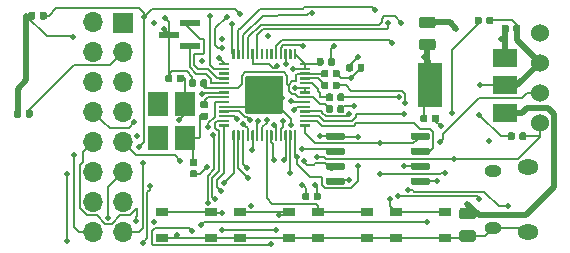
<source format=gbr>
G04 #@! TF.GenerationSoftware,KiCad,Pcbnew,5.1.5+dfsg1-2build2*
G04 #@! TF.CreationDate,2021-07-26T09:56:11+01:00*
G04 #@! TF.ProjectId,picopak,7069636f-7061-46b2-9e6b-696361645f70,rev?*
G04 #@! TF.SameCoordinates,Original*
G04 #@! TF.FileFunction,Copper,L4,Bot*
G04 #@! TF.FilePolarity,Positive*
%FSLAX46Y46*%
G04 Gerber Fmt 4.6, Leading zero omitted, Abs format (unit mm)*
G04 Created by KiCad (PCBNEW 5.1.5+dfsg1-2build2) date 2021-07-26 09:56:11*
%MOMM*%
%LPD*%
G04 APERTURE LIST*
%ADD10C,0.100000*%
%ADD11R,1.800000X2.100000*%
%ADD12C,1.524000*%
%ADD13R,1.050000X0.650000*%
%ADD14R,1.700000X1.700000*%
%ADD15O,1.700000X1.700000*%
%ADD16R,1.750000X0.600000*%
%ADD17O,1.450000X1.050000*%
%ADD18O,1.800000X1.300000*%
%ADD19R,2.000000X1.500000*%
%ADD20R,2.000000X3.800000*%
%ADD21C,0.500000*%
%ADD22C,0.200000*%
%ADD23C,0.500000*%
G04 APERTURE END LIST*
G04 #@! TA.AperFunction,SMDPad,CuDef*
D10*
G36*
X207046958Y-79980710D02*
G01*
X207061276Y-79982834D01*
X207075317Y-79986351D01*
X207088946Y-79991228D01*
X207102031Y-79997417D01*
X207114447Y-80004858D01*
X207126073Y-80013481D01*
X207136798Y-80023202D01*
X207146519Y-80033927D01*
X207155142Y-80045553D01*
X207162583Y-80057969D01*
X207168772Y-80071054D01*
X207173649Y-80084683D01*
X207177166Y-80098724D01*
X207179290Y-80113042D01*
X207180000Y-80127500D01*
X207180000Y-80472500D01*
X207179290Y-80486958D01*
X207177166Y-80501276D01*
X207173649Y-80515317D01*
X207168772Y-80528946D01*
X207162583Y-80542031D01*
X207155142Y-80554447D01*
X207146519Y-80566073D01*
X207136798Y-80576798D01*
X207126073Y-80586519D01*
X207114447Y-80595142D01*
X207102031Y-80602583D01*
X207088946Y-80608772D01*
X207075317Y-80613649D01*
X207061276Y-80617166D01*
X207046958Y-80619290D01*
X207032500Y-80620000D01*
X206737500Y-80620000D01*
X206723042Y-80619290D01*
X206708724Y-80617166D01*
X206694683Y-80613649D01*
X206681054Y-80608772D01*
X206667969Y-80602583D01*
X206655553Y-80595142D01*
X206643927Y-80586519D01*
X206633202Y-80576798D01*
X206623481Y-80566073D01*
X206614858Y-80554447D01*
X206607417Y-80542031D01*
X206601228Y-80528946D01*
X206596351Y-80515317D01*
X206592834Y-80501276D01*
X206590710Y-80486958D01*
X206590000Y-80472500D01*
X206590000Y-80127500D01*
X206590710Y-80113042D01*
X206592834Y-80098724D01*
X206596351Y-80084683D01*
X206601228Y-80071054D01*
X206607417Y-80057969D01*
X206614858Y-80045553D01*
X206623481Y-80033927D01*
X206633202Y-80023202D01*
X206643927Y-80013481D01*
X206655553Y-80004858D01*
X206667969Y-79997417D01*
X206681054Y-79991228D01*
X206694683Y-79986351D01*
X206708724Y-79982834D01*
X206723042Y-79980710D01*
X206737500Y-79980000D01*
X207032500Y-79980000D01*
X207046958Y-79980710D01*
G37*
G04 #@! TD.AperFunction*
G04 #@! TA.AperFunction,SMDPad,CuDef*
G36*
X206076958Y-79980710D02*
G01*
X206091276Y-79982834D01*
X206105317Y-79986351D01*
X206118946Y-79991228D01*
X206132031Y-79997417D01*
X206144447Y-80004858D01*
X206156073Y-80013481D01*
X206166798Y-80023202D01*
X206176519Y-80033927D01*
X206185142Y-80045553D01*
X206192583Y-80057969D01*
X206198772Y-80071054D01*
X206203649Y-80084683D01*
X206207166Y-80098724D01*
X206209290Y-80113042D01*
X206210000Y-80127500D01*
X206210000Y-80472500D01*
X206209290Y-80486958D01*
X206207166Y-80501276D01*
X206203649Y-80515317D01*
X206198772Y-80528946D01*
X206192583Y-80542031D01*
X206185142Y-80554447D01*
X206176519Y-80566073D01*
X206166798Y-80576798D01*
X206156073Y-80586519D01*
X206144447Y-80595142D01*
X206132031Y-80602583D01*
X206118946Y-80608772D01*
X206105317Y-80613649D01*
X206091276Y-80617166D01*
X206076958Y-80619290D01*
X206062500Y-80620000D01*
X205767500Y-80620000D01*
X205753042Y-80619290D01*
X205738724Y-80617166D01*
X205724683Y-80613649D01*
X205711054Y-80608772D01*
X205697969Y-80602583D01*
X205685553Y-80595142D01*
X205673927Y-80586519D01*
X205663202Y-80576798D01*
X205653481Y-80566073D01*
X205644858Y-80554447D01*
X205637417Y-80542031D01*
X205631228Y-80528946D01*
X205626351Y-80515317D01*
X205622834Y-80501276D01*
X205620710Y-80486958D01*
X205620000Y-80472500D01*
X205620000Y-80127500D01*
X205620710Y-80113042D01*
X205622834Y-80098724D01*
X205626351Y-80084683D01*
X205631228Y-80071054D01*
X205637417Y-80057969D01*
X205644858Y-80045553D01*
X205653481Y-80033927D01*
X205663202Y-80023202D01*
X205673927Y-80013481D01*
X205685553Y-80004858D01*
X205697969Y-79997417D01*
X205711054Y-79991228D01*
X205724683Y-79986351D01*
X205738724Y-79982834D01*
X205753042Y-79980710D01*
X205767500Y-79980000D01*
X206062500Y-79980000D01*
X206076958Y-79980710D01*
G37*
G04 #@! TD.AperFunction*
G04 #@! TA.AperFunction,SMDPad,CuDef*
G36*
X166446958Y-69780710D02*
G01*
X166461276Y-69782834D01*
X166475317Y-69786351D01*
X166488946Y-69791228D01*
X166502031Y-69797417D01*
X166514447Y-69804858D01*
X166526073Y-69813481D01*
X166536798Y-69823202D01*
X166546519Y-69833927D01*
X166555142Y-69845553D01*
X166562583Y-69857969D01*
X166568772Y-69871054D01*
X166573649Y-69884683D01*
X166577166Y-69898724D01*
X166579290Y-69913042D01*
X166580000Y-69927500D01*
X166580000Y-70272500D01*
X166579290Y-70286958D01*
X166577166Y-70301276D01*
X166573649Y-70315317D01*
X166568772Y-70328946D01*
X166562583Y-70342031D01*
X166555142Y-70354447D01*
X166546519Y-70366073D01*
X166536798Y-70376798D01*
X166526073Y-70386519D01*
X166514447Y-70395142D01*
X166502031Y-70402583D01*
X166488946Y-70408772D01*
X166475317Y-70413649D01*
X166461276Y-70417166D01*
X166446958Y-70419290D01*
X166432500Y-70420000D01*
X166137500Y-70420000D01*
X166123042Y-70419290D01*
X166108724Y-70417166D01*
X166094683Y-70413649D01*
X166081054Y-70408772D01*
X166067969Y-70402583D01*
X166055553Y-70395142D01*
X166043927Y-70386519D01*
X166033202Y-70376798D01*
X166023481Y-70366073D01*
X166014858Y-70354447D01*
X166007417Y-70342031D01*
X166001228Y-70328946D01*
X165996351Y-70315317D01*
X165992834Y-70301276D01*
X165990710Y-70286958D01*
X165990000Y-70272500D01*
X165990000Y-69927500D01*
X165990710Y-69913042D01*
X165992834Y-69898724D01*
X165996351Y-69884683D01*
X166001228Y-69871054D01*
X166007417Y-69857969D01*
X166014858Y-69845553D01*
X166023481Y-69833927D01*
X166033202Y-69823202D01*
X166043927Y-69813481D01*
X166055553Y-69804858D01*
X166067969Y-69797417D01*
X166081054Y-69791228D01*
X166094683Y-69786351D01*
X166108724Y-69782834D01*
X166123042Y-69780710D01*
X166137500Y-69780000D01*
X166432500Y-69780000D01*
X166446958Y-69780710D01*
G37*
G04 #@! TD.AperFunction*
G04 #@! TA.AperFunction,SMDPad,CuDef*
G36*
X165476958Y-69780710D02*
G01*
X165491276Y-69782834D01*
X165505317Y-69786351D01*
X165518946Y-69791228D01*
X165532031Y-69797417D01*
X165544447Y-69804858D01*
X165556073Y-69813481D01*
X165566798Y-69823202D01*
X165576519Y-69833927D01*
X165585142Y-69845553D01*
X165592583Y-69857969D01*
X165598772Y-69871054D01*
X165603649Y-69884683D01*
X165607166Y-69898724D01*
X165609290Y-69913042D01*
X165610000Y-69927500D01*
X165610000Y-70272500D01*
X165609290Y-70286958D01*
X165607166Y-70301276D01*
X165603649Y-70315317D01*
X165598772Y-70328946D01*
X165592583Y-70342031D01*
X165585142Y-70354447D01*
X165576519Y-70366073D01*
X165566798Y-70376798D01*
X165556073Y-70386519D01*
X165544447Y-70395142D01*
X165532031Y-70402583D01*
X165518946Y-70408772D01*
X165505317Y-70413649D01*
X165491276Y-70417166D01*
X165476958Y-70419290D01*
X165462500Y-70420000D01*
X165167500Y-70420000D01*
X165153042Y-70419290D01*
X165138724Y-70417166D01*
X165124683Y-70413649D01*
X165111054Y-70408772D01*
X165097969Y-70402583D01*
X165085553Y-70395142D01*
X165073927Y-70386519D01*
X165063202Y-70376798D01*
X165053481Y-70366073D01*
X165044858Y-70354447D01*
X165037417Y-70342031D01*
X165031228Y-70328946D01*
X165026351Y-70315317D01*
X165022834Y-70301276D01*
X165020710Y-70286958D01*
X165020000Y-70272500D01*
X165020000Y-69927500D01*
X165020710Y-69913042D01*
X165022834Y-69898724D01*
X165026351Y-69884683D01*
X165031228Y-69871054D01*
X165037417Y-69857969D01*
X165044858Y-69845553D01*
X165053481Y-69833927D01*
X165063202Y-69823202D01*
X165073927Y-69813481D01*
X165085553Y-69804858D01*
X165097969Y-69797417D01*
X165111054Y-69791228D01*
X165124683Y-69786351D01*
X165138724Y-69782834D01*
X165153042Y-69780710D01*
X165167500Y-69780000D01*
X165462500Y-69780000D01*
X165476958Y-69780710D01*
G37*
G04 #@! TD.AperFunction*
G04 #@! TA.AperFunction,SMDPad,CuDef*
G36*
X203276958Y-70180710D02*
G01*
X203291276Y-70182834D01*
X203305317Y-70186351D01*
X203318946Y-70191228D01*
X203332031Y-70197417D01*
X203344447Y-70204858D01*
X203356073Y-70213481D01*
X203366798Y-70223202D01*
X203376519Y-70233927D01*
X203385142Y-70245553D01*
X203392583Y-70257969D01*
X203398772Y-70271054D01*
X203403649Y-70284683D01*
X203407166Y-70298724D01*
X203409290Y-70313042D01*
X203410000Y-70327500D01*
X203410000Y-70672500D01*
X203409290Y-70686958D01*
X203407166Y-70701276D01*
X203403649Y-70715317D01*
X203398772Y-70728946D01*
X203392583Y-70742031D01*
X203385142Y-70754447D01*
X203376519Y-70766073D01*
X203366798Y-70776798D01*
X203356073Y-70786519D01*
X203344447Y-70795142D01*
X203332031Y-70802583D01*
X203318946Y-70808772D01*
X203305317Y-70813649D01*
X203291276Y-70817166D01*
X203276958Y-70819290D01*
X203262500Y-70820000D01*
X202967500Y-70820000D01*
X202953042Y-70819290D01*
X202938724Y-70817166D01*
X202924683Y-70813649D01*
X202911054Y-70808772D01*
X202897969Y-70802583D01*
X202885553Y-70795142D01*
X202873927Y-70786519D01*
X202863202Y-70776798D01*
X202853481Y-70766073D01*
X202844858Y-70754447D01*
X202837417Y-70742031D01*
X202831228Y-70728946D01*
X202826351Y-70715317D01*
X202822834Y-70701276D01*
X202820710Y-70686958D01*
X202820000Y-70672500D01*
X202820000Y-70327500D01*
X202820710Y-70313042D01*
X202822834Y-70298724D01*
X202826351Y-70284683D01*
X202831228Y-70271054D01*
X202837417Y-70257969D01*
X202844858Y-70245553D01*
X202853481Y-70233927D01*
X202863202Y-70223202D01*
X202873927Y-70213481D01*
X202885553Y-70204858D01*
X202897969Y-70197417D01*
X202911054Y-70191228D01*
X202924683Y-70186351D01*
X202938724Y-70182834D01*
X202953042Y-70180710D01*
X202967500Y-70180000D01*
X203262500Y-70180000D01*
X203276958Y-70180710D01*
G37*
G04 #@! TD.AperFunction*
G04 #@! TA.AperFunction,SMDPad,CuDef*
G36*
X204246958Y-70180710D02*
G01*
X204261276Y-70182834D01*
X204275317Y-70186351D01*
X204288946Y-70191228D01*
X204302031Y-70197417D01*
X204314447Y-70204858D01*
X204326073Y-70213481D01*
X204336798Y-70223202D01*
X204346519Y-70233927D01*
X204355142Y-70245553D01*
X204362583Y-70257969D01*
X204368772Y-70271054D01*
X204373649Y-70284683D01*
X204377166Y-70298724D01*
X204379290Y-70313042D01*
X204380000Y-70327500D01*
X204380000Y-70672500D01*
X204379290Y-70686958D01*
X204377166Y-70701276D01*
X204373649Y-70715317D01*
X204368772Y-70728946D01*
X204362583Y-70742031D01*
X204355142Y-70754447D01*
X204346519Y-70766073D01*
X204336798Y-70776798D01*
X204326073Y-70786519D01*
X204314447Y-70795142D01*
X204302031Y-70802583D01*
X204288946Y-70808772D01*
X204275317Y-70813649D01*
X204261276Y-70817166D01*
X204246958Y-70819290D01*
X204232500Y-70820000D01*
X203937500Y-70820000D01*
X203923042Y-70819290D01*
X203908724Y-70817166D01*
X203894683Y-70813649D01*
X203881054Y-70808772D01*
X203867969Y-70802583D01*
X203855553Y-70795142D01*
X203843927Y-70786519D01*
X203833202Y-70776798D01*
X203823481Y-70766073D01*
X203814858Y-70754447D01*
X203807417Y-70742031D01*
X203801228Y-70728946D01*
X203796351Y-70715317D01*
X203792834Y-70701276D01*
X203790710Y-70686958D01*
X203790000Y-70672500D01*
X203790000Y-70327500D01*
X203790710Y-70313042D01*
X203792834Y-70298724D01*
X203796351Y-70284683D01*
X203801228Y-70271054D01*
X203807417Y-70257969D01*
X203814858Y-70245553D01*
X203823481Y-70233927D01*
X203833202Y-70223202D01*
X203843927Y-70213481D01*
X203855553Y-70204858D01*
X203867969Y-70197417D01*
X203881054Y-70191228D01*
X203894683Y-70186351D01*
X203908724Y-70182834D01*
X203923042Y-70180710D01*
X203937500Y-70180000D01*
X204232500Y-70180000D01*
X204246958Y-70180710D01*
G37*
G04 #@! TD.AperFunction*
G04 #@! TA.AperFunction,SMDPad,CuDef*
G36*
X186470114Y-75200693D02*
G01*
X186484093Y-75202767D01*
X186497801Y-75206201D01*
X186511106Y-75210961D01*
X186523881Y-75217003D01*
X186536002Y-75224268D01*
X186547353Y-75232686D01*
X186557823Y-75242177D01*
X186567314Y-75252647D01*
X186575732Y-75263998D01*
X186582997Y-75276119D01*
X186589039Y-75288894D01*
X186593799Y-75302199D01*
X186597233Y-75315907D01*
X186599307Y-75329886D01*
X186600000Y-75344000D01*
X186600000Y-78256000D01*
X186599307Y-78270114D01*
X186597233Y-78284093D01*
X186593799Y-78297801D01*
X186589039Y-78311106D01*
X186582997Y-78323881D01*
X186575732Y-78336002D01*
X186567314Y-78347353D01*
X186557823Y-78357823D01*
X186547353Y-78367314D01*
X186536002Y-78375732D01*
X186523881Y-78382997D01*
X186511106Y-78389039D01*
X186497801Y-78393799D01*
X186484093Y-78397233D01*
X186470114Y-78399307D01*
X186456000Y-78400000D01*
X183544000Y-78400000D01*
X183529886Y-78399307D01*
X183515907Y-78397233D01*
X183502199Y-78393799D01*
X183488894Y-78389039D01*
X183476119Y-78382997D01*
X183463998Y-78375732D01*
X183452647Y-78367314D01*
X183442177Y-78357823D01*
X183432686Y-78347353D01*
X183424268Y-78336002D01*
X183417003Y-78323881D01*
X183410961Y-78311106D01*
X183406201Y-78297801D01*
X183402767Y-78284093D01*
X183400693Y-78270114D01*
X183400000Y-78256000D01*
X183400000Y-75344000D01*
X183400693Y-75329886D01*
X183402767Y-75315907D01*
X183406201Y-75302199D01*
X183410961Y-75288894D01*
X183417003Y-75276119D01*
X183424268Y-75263998D01*
X183432686Y-75252647D01*
X183442177Y-75242177D01*
X183452647Y-75232686D01*
X183463998Y-75224268D01*
X183476119Y-75217003D01*
X183488894Y-75210961D01*
X183502199Y-75206201D01*
X183515907Y-75202767D01*
X183529886Y-75200693D01*
X183544000Y-75200000D01*
X186456000Y-75200000D01*
X186470114Y-75200693D01*
G37*
G04 #@! TD.AperFunction*
G04 #@! TA.AperFunction,SMDPad,CuDef*
G36*
X187654901Y-79800241D02*
G01*
X187659755Y-79800961D01*
X187664514Y-79802153D01*
X187669134Y-79803806D01*
X187673570Y-79805904D01*
X187677779Y-79808427D01*
X187681720Y-79811349D01*
X187685355Y-79814645D01*
X187688651Y-79818280D01*
X187691573Y-79822221D01*
X187694096Y-79826430D01*
X187696194Y-79830866D01*
X187697847Y-79835486D01*
X187699039Y-79840245D01*
X187699759Y-79845099D01*
X187700000Y-79850000D01*
X187700000Y-80625000D01*
X187699759Y-80629901D01*
X187699039Y-80634755D01*
X187697847Y-80639514D01*
X187696194Y-80644134D01*
X187694096Y-80648570D01*
X187691573Y-80652779D01*
X187688651Y-80656720D01*
X187685355Y-80660355D01*
X187681720Y-80663651D01*
X187677779Y-80666573D01*
X187673570Y-80669096D01*
X187669134Y-80671194D01*
X187664514Y-80672847D01*
X187659755Y-80674039D01*
X187654901Y-80674759D01*
X187650000Y-80675000D01*
X187550000Y-80675000D01*
X187545099Y-80674759D01*
X187540245Y-80674039D01*
X187535486Y-80672847D01*
X187530866Y-80671194D01*
X187526430Y-80669096D01*
X187522221Y-80666573D01*
X187518280Y-80663651D01*
X187514645Y-80660355D01*
X187511349Y-80656720D01*
X187508427Y-80652779D01*
X187505904Y-80648570D01*
X187503806Y-80644134D01*
X187502153Y-80639514D01*
X187500961Y-80634755D01*
X187500241Y-80629901D01*
X187500000Y-80625000D01*
X187500000Y-79850000D01*
X187500241Y-79845099D01*
X187500961Y-79840245D01*
X187502153Y-79835486D01*
X187503806Y-79830866D01*
X187505904Y-79826430D01*
X187508427Y-79822221D01*
X187511349Y-79818280D01*
X187514645Y-79814645D01*
X187518280Y-79811349D01*
X187522221Y-79808427D01*
X187526430Y-79805904D01*
X187530866Y-79803806D01*
X187535486Y-79802153D01*
X187540245Y-79800961D01*
X187545099Y-79800241D01*
X187550000Y-79800000D01*
X187650000Y-79800000D01*
X187654901Y-79800241D01*
G37*
G04 #@! TD.AperFunction*
G04 #@! TA.AperFunction,SMDPad,CuDef*
G36*
X187254901Y-79800241D02*
G01*
X187259755Y-79800961D01*
X187264514Y-79802153D01*
X187269134Y-79803806D01*
X187273570Y-79805904D01*
X187277779Y-79808427D01*
X187281720Y-79811349D01*
X187285355Y-79814645D01*
X187288651Y-79818280D01*
X187291573Y-79822221D01*
X187294096Y-79826430D01*
X187296194Y-79830866D01*
X187297847Y-79835486D01*
X187299039Y-79840245D01*
X187299759Y-79845099D01*
X187300000Y-79850000D01*
X187300000Y-80625000D01*
X187299759Y-80629901D01*
X187299039Y-80634755D01*
X187297847Y-80639514D01*
X187296194Y-80644134D01*
X187294096Y-80648570D01*
X187291573Y-80652779D01*
X187288651Y-80656720D01*
X187285355Y-80660355D01*
X187281720Y-80663651D01*
X187277779Y-80666573D01*
X187273570Y-80669096D01*
X187269134Y-80671194D01*
X187264514Y-80672847D01*
X187259755Y-80674039D01*
X187254901Y-80674759D01*
X187250000Y-80675000D01*
X187150000Y-80675000D01*
X187145099Y-80674759D01*
X187140245Y-80674039D01*
X187135486Y-80672847D01*
X187130866Y-80671194D01*
X187126430Y-80669096D01*
X187122221Y-80666573D01*
X187118280Y-80663651D01*
X187114645Y-80660355D01*
X187111349Y-80656720D01*
X187108427Y-80652779D01*
X187105904Y-80648570D01*
X187103806Y-80644134D01*
X187102153Y-80639514D01*
X187100961Y-80634755D01*
X187100241Y-80629901D01*
X187100000Y-80625000D01*
X187100000Y-79850000D01*
X187100241Y-79845099D01*
X187100961Y-79840245D01*
X187102153Y-79835486D01*
X187103806Y-79830866D01*
X187105904Y-79826430D01*
X187108427Y-79822221D01*
X187111349Y-79818280D01*
X187114645Y-79814645D01*
X187118280Y-79811349D01*
X187122221Y-79808427D01*
X187126430Y-79805904D01*
X187130866Y-79803806D01*
X187135486Y-79802153D01*
X187140245Y-79800961D01*
X187145099Y-79800241D01*
X187150000Y-79800000D01*
X187250000Y-79800000D01*
X187254901Y-79800241D01*
G37*
G04 #@! TD.AperFunction*
G04 #@! TA.AperFunction,SMDPad,CuDef*
G36*
X186854901Y-79800241D02*
G01*
X186859755Y-79800961D01*
X186864514Y-79802153D01*
X186869134Y-79803806D01*
X186873570Y-79805904D01*
X186877779Y-79808427D01*
X186881720Y-79811349D01*
X186885355Y-79814645D01*
X186888651Y-79818280D01*
X186891573Y-79822221D01*
X186894096Y-79826430D01*
X186896194Y-79830866D01*
X186897847Y-79835486D01*
X186899039Y-79840245D01*
X186899759Y-79845099D01*
X186900000Y-79850000D01*
X186900000Y-80625000D01*
X186899759Y-80629901D01*
X186899039Y-80634755D01*
X186897847Y-80639514D01*
X186896194Y-80644134D01*
X186894096Y-80648570D01*
X186891573Y-80652779D01*
X186888651Y-80656720D01*
X186885355Y-80660355D01*
X186881720Y-80663651D01*
X186877779Y-80666573D01*
X186873570Y-80669096D01*
X186869134Y-80671194D01*
X186864514Y-80672847D01*
X186859755Y-80674039D01*
X186854901Y-80674759D01*
X186850000Y-80675000D01*
X186750000Y-80675000D01*
X186745099Y-80674759D01*
X186740245Y-80674039D01*
X186735486Y-80672847D01*
X186730866Y-80671194D01*
X186726430Y-80669096D01*
X186722221Y-80666573D01*
X186718280Y-80663651D01*
X186714645Y-80660355D01*
X186711349Y-80656720D01*
X186708427Y-80652779D01*
X186705904Y-80648570D01*
X186703806Y-80644134D01*
X186702153Y-80639514D01*
X186700961Y-80634755D01*
X186700241Y-80629901D01*
X186700000Y-80625000D01*
X186700000Y-79850000D01*
X186700241Y-79845099D01*
X186700961Y-79840245D01*
X186702153Y-79835486D01*
X186703806Y-79830866D01*
X186705904Y-79826430D01*
X186708427Y-79822221D01*
X186711349Y-79818280D01*
X186714645Y-79814645D01*
X186718280Y-79811349D01*
X186722221Y-79808427D01*
X186726430Y-79805904D01*
X186730866Y-79803806D01*
X186735486Y-79802153D01*
X186740245Y-79800961D01*
X186745099Y-79800241D01*
X186750000Y-79800000D01*
X186850000Y-79800000D01*
X186854901Y-79800241D01*
G37*
G04 #@! TD.AperFunction*
G04 #@! TA.AperFunction,SMDPad,CuDef*
G36*
X186454901Y-79800241D02*
G01*
X186459755Y-79800961D01*
X186464514Y-79802153D01*
X186469134Y-79803806D01*
X186473570Y-79805904D01*
X186477779Y-79808427D01*
X186481720Y-79811349D01*
X186485355Y-79814645D01*
X186488651Y-79818280D01*
X186491573Y-79822221D01*
X186494096Y-79826430D01*
X186496194Y-79830866D01*
X186497847Y-79835486D01*
X186499039Y-79840245D01*
X186499759Y-79845099D01*
X186500000Y-79850000D01*
X186500000Y-80625000D01*
X186499759Y-80629901D01*
X186499039Y-80634755D01*
X186497847Y-80639514D01*
X186496194Y-80644134D01*
X186494096Y-80648570D01*
X186491573Y-80652779D01*
X186488651Y-80656720D01*
X186485355Y-80660355D01*
X186481720Y-80663651D01*
X186477779Y-80666573D01*
X186473570Y-80669096D01*
X186469134Y-80671194D01*
X186464514Y-80672847D01*
X186459755Y-80674039D01*
X186454901Y-80674759D01*
X186450000Y-80675000D01*
X186350000Y-80675000D01*
X186345099Y-80674759D01*
X186340245Y-80674039D01*
X186335486Y-80672847D01*
X186330866Y-80671194D01*
X186326430Y-80669096D01*
X186322221Y-80666573D01*
X186318280Y-80663651D01*
X186314645Y-80660355D01*
X186311349Y-80656720D01*
X186308427Y-80652779D01*
X186305904Y-80648570D01*
X186303806Y-80644134D01*
X186302153Y-80639514D01*
X186300961Y-80634755D01*
X186300241Y-80629901D01*
X186300000Y-80625000D01*
X186300000Y-79850000D01*
X186300241Y-79845099D01*
X186300961Y-79840245D01*
X186302153Y-79835486D01*
X186303806Y-79830866D01*
X186305904Y-79826430D01*
X186308427Y-79822221D01*
X186311349Y-79818280D01*
X186314645Y-79814645D01*
X186318280Y-79811349D01*
X186322221Y-79808427D01*
X186326430Y-79805904D01*
X186330866Y-79803806D01*
X186335486Y-79802153D01*
X186340245Y-79800961D01*
X186345099Y-79800241D01*
X186350000Y-79800000D01*
X186450000Y-79800000D01*
X186454901Y-79800241D01*
G37*
G04 #@! TD.AperFunction*
G04 #@! TA.AperFunction,SMDPad,CuDef*
G36*
X186054901Y-79800241D02*
G01*
X186059755Y-79800961D01*
X186064514Y-79802153D01*
X186069134Y-79803806D01*
X186073570Y-79805904D01*
X186077779Y-79808427D01*
X186081720Y-79811349D01*
X186085355Y-79814645D01*
X186088651Y-79818280D01*
X186091573Y-79822221D01*
X186094096Y-79826430D01*
X186096194Y-79830866D01*
X186097847Y-79835486D01*
X186099039Y-79840245D01*
X186099759Y-79845099D01*
X186100000Y-79850000D01*
X186100000Y-80625000D01*
X186099759Y-80629901D01*
X186099039Y-80634755D01*
X186097847Y-80639514D01*
X186096194Y-80644134D01*
X186094096Y-80648570D01*
X186091573Y-80652779D01*
X186088651Y-80656720D01*
X186085355Y-80660355D01*
X186081720Y-80663651D01*
X186077779Y-80666573D01*
X186073570Y-80669096D01*
X186069134Y-80671194D01*
X186064514Y-80672847D01*
X186059755Y-80674039D01*
X186054901Y-80674759D01*
X186050000Y-80675000D01*
X185950000Y-80675000D01*
X185945099Y-80674759D01*
X185940245Y-80674039D01*
X185935486Y-80672847D01*
X185930866Y-80671194D01*
X185926430Y-80669096D01*
X185922221Y-80666573D01*
X185918280Y-80663651D01*
X185914645Y-80660355D01*
X185911349Y-80656720D01*
X185908427Y-80652779D01*
X185905904Y-80648570D01*
X185903806Y-80644134D01*
X185902153Y-80639514D01*
X185900961Y-80634755D01*
X185900241Y-80629901D01*
X185900000Y-80625000D01*
X185900000Y-79850000D01*
X185900241Y-79845099D01*
X185900961Y-79840245D01*
X185902153Y-79835486D01*
X185903806Y-79830866D01*
X185905904Y-79826430D01*
X185908427Y-79822221D01*
X185911349Y-79818280D01*
X185914645Y-79814645D01*
X185918280Y-79811349D01*
X185922221Y-79808427D01*
X185926430Y-79805904D01*
X185930866Y-79803806D01*
X185935486Y-79802153D01*
X185940245Y-79800961D01*
X185945099Y-79800241D01*
X185950000Y-79800000D01*
X186050000Y-79800000D01*
X186054901Y-79800241D01*
G37*
G04 #@! TD.AperFunction*
G04 #@! TA.AperFunction,SMDPad,CuDef*
G36*
X185654901Y-79800241D02*
G01*
X185659755Y-79800961D01*
X185664514Y-79802153D01*
X185669134Y-79803806D01*
X185673570Y-79805904D01*
X185677779Y-79808427D01*
X185681720Y-79811349D01*
X185685355Y-79814645D01*
X185688651Y-79818280D01*
X185691573Y-79822221D01*
X185694096Y-79826430D01*
X185696194Y-79830866D01*
X185697847Y-79835486D01*
X185699039Y-79840245D01*
X185699759Y-79845099D01*
X185700000Y-79850000D01*
X185700000Y-80625000D01*
X185699759Y-80629901D01*
X185699039Y-80634755D01*
X185697847Y-80639514D01*
X185696194Y-80644134D01*
X185694096Y-80648570D01*
X185691573Y-80652779D01*
X185688651Y-80656720D01*
X185685355Y-80660355D01*
X185681720Y-80663651D01*
X185677779Y-80666573D01*
X185673570Y-80669096D01*
X185669134Y-80671194D01*
X185664514Y-80672847D01*
X185659755Y-80674039D01*
X185654901Y-80674759D01*
X185650000Y-80675000D01*
X185550000Y-80675000D01*
X185545099Y-80674759D01*
X185540245Y-80674039D01*
X185535486Y-80672847D01*
X185530866Y-80671194D01*
X185526430Y-80669096D01*
X185522221Y-80666573D01*
X185518280Y-80663651D01*
X185514645Y-80660355D01*
X185511349Y-80656720D01*
X185508427Y-80652779D01*
X185505904Y-80648570D01*
X185503806Y-80644134D01*
X185502153Y-80639514D01*
X185500961Y-80634755D01*
X185500241Y-80629901D01*
X185500000Y-80625000D01*
X185500000Y-79850000D01*
X185500241Y-79845099D01*
X185500961Y-79840245D01*
X185502153Y-79835486D01*
X185503806Y-79830866D01*
X185505904Y-79826430D01*
X185508427Y-79822221D01*
X185511349Y-79818280D01*
X185514645Y-79814645D01*
X185518280Y-79811349D01*
X185522221Y-79808427D01*
X185526430Y-79805904D01*
X185530866Y-79803806D01*
X185535486Y-79802153D01*
X185540245Y-79800961D01*
X185545099Y-79800241D01*
X185550000Y-79800000D01*
X185650000Y-79800000D01*
X185654901Y-79800241D01*
G37*
G04 #@! TD.AperFunction*
G04 #@! TA.AperFunction,SMDPad,CuDef*
G36*
X185254901Y-79800241D02*
G01*
X185259755Y-79800961D01*
X185264514Y-79802153D01*
X185269134Y-79803806D01*
X185273570Y-79805904D01*
X185277779Y-79808427D01*
X185281720Y-79811349D01*
X185285355Y-79814645D01*
X185288651Y-79818280D01*
X185291573Y-79822221D01*
X185294096Y-79826430D01*
X185296194Y-79830866D01*
X185297847Y-79835486D01*
X185299039Y-79840245D01*
X185299759Y-79845099D01*
X185300000Y-79850000D01*
X185300000Y-80625000D01*
X185299759Y-80629901D01*
X185299039Y-80634755D01*
X185297847Y-80639514D01*
X185296194Y-80644134D01*
X185294096Y-80648570D01*
X185291573Y-80652779D01*
X185288651Y-80656720D01*
X185285355Y-80660355D01*
X185281720Y-80663651D01*
X185277779Y-80666573D01*
X185273570Y-80669096D01*
X185269134Y-80671194D01*
X185264514Y-80672847D01*
X185259755Y-80674039D01*
X185254901Y-80674759D01*
X185250000Y-80675000D01*
X185150000Y-80675000D01*
X185145099Y-80674759D01*
X185140245Y-80674039D01*
X185135486Y-80672847D01*
X185130866Y-80671194D01*
X185126430Y-80669096D01*
X185122221Y-80666573D01*
X185118280Y-80663651D01*
X185114645Y-80660355D01*
X185111349Y-80656720D01*
X185108427Y-80652779D01*
X185105904Y-80648570D01*
X185103806Y-80644134D01*
X185102153Y-80639514D01*
X185100961Y-80634755D01*
X185100241Y-80629901D01*
X185100000Y-80625000D01*
X185100000Y-79850000D01*
X185100241Y-79845099D01*
X185100961Y-79840245D01*
X185102153Y-79835486D01*
X185103806Y-79830866D01*
X185105904Y-79826430D01*
X185108427Y-79822221D01*
X185111349Y-79818280D01*
X185114645Y-79814645D01*
X185118280Y-79811349D01*
X185122221Y-79808427D01*
X185126430Y-79805904D01*
X185130866Y-79803806D01*
X185135486Y-79802153D01*
X185140245Y-79800961D01*
X185145099Y-79800241D01*
X185150000Y-79800000D01*
X185250000Y-79800000D01*
X185254901Y-79800241D01*
G37*
G04 #@! TD.AperFunction*
G04 #@! TA.AperFunction,SMDPad,CuDef*
G36*
X184854901Y-79800241D02*
G01*
X184859755Y-79800961D01*
X184864514Y-79802153D01*
X184869134Y-79803806D01*
X184873570Y-79805904D01*
X184877779Y-79808427D01*
X184881720Y-79811349D01*
X184885355Y-79814645D01*
X184888651Y-79818280D01*
X184891573Y-79822221D01*
X184894096Y-79826430D01*
X184896194Y-79830866D01*
X184897847Y-79835486D01*
X184899039Y-79840245D01*
X184899759Y-79845099D01*
X184900000Y-79850000D01*
X184900000Y-80625000D01*
X184899759Y-80629901D01*
X184899039Y-80634755D01*
X184897847Y-80639514D01*
X184896194Y-80644134D01*
X184894096Y-80648570D01*
X184891573Y-80652779D01*
X184888651Y-80656720D01*
X184885355Y-80660355D01*
X184881720Y-80663651D01*
X184877779Y-80666573D01*
X184873570Y-80669096D01*
X184869134Y-80671194D01*
X184864514Y-80672847D01*
X184859755Y-80674039D01*
X184854901Y-80674759D01*
X184850000Y-80675000D01*
X184750000Y-80675000D01*
X184745099Y-80674759D01*
X184740245Y-80674039D01*
X184735486Y-80672847D01*
X184730866Y-80671194D01*
X184726430Y-80669096D01*
X184722221Y-80666573D01*
X184718280Y-80663651D01*
X184714645Y-80660355D01*
X184711349Y-80656720D01*
X184708427Y-80652779D01*
X184705904Y-80648570D01*
X184703806Y-80644134D01*
X184702153Y-80639514D01*
X184700961Y-80634755D01*
X184700241Y-80629901D01*
X184700000Y-80625000D01*
X184700000Y-79850000D01*
X184700241Y-79845099D01*
X184700961Y-79840245D01*
X184702153Y-79835486D01*
X184703806Y-79830866D01*
X184705904Y-79826430D01*
X184708427Y-79822221D01*
X184711349Y-79818280D01*
X184714645Y-79814645D01*
X184718280Y-79811349D01*
X184722221Y-79808427D01*
X184726430Y-79805904D01*
X184730866Y-79803806D01*
X184735486Y-79802153D01*
X184740245Y-79800961D01*
X184745099Y-79800241D01*
X184750000Y-79800000D01*
X184850000Y-79800000D01*
X184854901Y-79800241D01*
G37*
G04 #@! TD.AperFunction*
G04 #@! TA.AperFunction,SMDPad,CuDef*
G36*
X184454901Y-79800241D02*
G01*
X184459755Y-79800961D01*
X184464514Y-79802153D01*
X184469134Y-79803806D01*
X184473570Y-79805904D01*
X184477779Y-79808427D01*
X184481720Y-79811349D01*
X184485355Y-79814645D01*
X184488651Y-79818280D01*
X184491573Y-79822221D01*
X184494096Y-79826430D01*
X184496194Y-79830866D01*
X184497847Y-79835486D01*
X184499039Y-79840245D01*
X184499759Y-79845099D01*
X184500000Y-79850000D01*
X184500000Y-80625000D01*
X184499759Y-80629901D01*
X184499039Y-80634755D01*
X184497847Y-80639514D01*
X184496194Y-80644134D01*
X184494096Y-80648570D01*
X184491573Y-80652779D01*
X184488651Y-80656720D01*
X184485355Y-80660355D01*
X184481720Y-80663651D01*
X184477779Y-80666573D01*
X184473570Y-80669096D01*
X184469134Y-80671194D01*
X184464514Y-80672847D01*
X184459755Y-80674039D01*
X184454901Y-80674759D01*
X184450000Y-80675000D01*
X184350000Y-80675000D01*
X184345099Y-80674759D01*
X184340245Y-80674039D01*
X184335486Y-80672847D01*
X184330866Y-80671194D01*
X184326430Y-80669096D01*
X184322221Y-80666573D01*
X184318280Y-80663651D01*
X184314645Y-80660355D01*
X184311349Y-80656720D01*
X184308427Y-80652779D01*
X184305904Y-80648570D01*
X184303806Y-80644134D01*
X184302153Y-80639514D01*
X184300961Y-80634755D01*
X184300241Y-80629901D01*
X184300000Y-80625000D01*
X184300000Y-79850000D01*
X184300241Y-79845099D01*
X184300961Y-79840245D01*
X184302153Y-79835486D01*
X184303806Y-79830866D01*
X184305904Y-79826430D01*
X184308427Y-79822221D01*
X184311349Y-79818280D01*
X184314645Y-79814645D01*
X184318280Y-79811349D01*
X184322221Y-79808427D01*
X184326430Y-79805904D01*
X184330866Y-79803806D01*
X184335486Y-79802153D01*
X184340245Y-79800961D01*
X184345099Y-79800241D01*
X184350000Y-79800000D01*
X184450000Y-79800000D01*
X184454901Y-79800241D01*
G37*
G04 #@! TD.AperFunction*
G04 #@! TA.AperFunction,SMDPad,CuDef*
G36*
X184054901Y-79800241D02*
G01*
X184059755Y-79800961D01*
X184064514Y-79802153D01*
X184069134Y-79803806D01*
X184073570Y-79805904D01*
X184077779Y-79808427D01*
X184081720Y-79811349D01*
X184085355Y-79814645D01*
X184088651Y-79818280D01*
X184091573Y-79822221D01*
X184094096Y-79826430D01*
X184096194Y-79830866D01*
X184097847Y-79835486D01*
X184099039Y-79840245D01*
X184099759Y-79845099D01*
X184100000Y-79850000D01*
X184100000Y-80625000D01*
X184099759Y-80629901D01*
X184099039Y-80634755D01*
X184097847Y-80639514D01*
X184096194Y-80644134D01*
X184094096Y-80648570D01*
X184091573Y-80652779D01*
X184088651Y-80656720D01*
X184085355Y-80660355D01*
X184081720Y-80663651D01*
X184077779Y-80666573D01*
X184073570Y-80669096D01*
X184069134Y-80671194D01*
X184064514Y-80672847D01*
X184059755Y-80674039D01*
X184054901Y-80674759D01*
X184050000Y-80675000D01*
X183950000Y-80675000D01*
X183945099Y-80674759D01*
X183940245Y-80674039D01*
X183935486Y-80672847D01*
X183930866Y-80671194D01*
X183926430Y-80669096D01*
X183922221Y-80666573D01*
X183918280Y-80663651D01*
X183914645Y-80660355D01*
X183911349Y-80656720D01*
X183908427Y-80652779D01*
X183905904Y-80648570D01*
X183903806Y-80644134D01*
X183902153Y-80639514D01*
X183900961Y-80634755D01*
X183900241Y-80629901D01*
X183900000Y-80625000D01*
X183900000Y-79850000D01*
X183900241Y-79845099D01*
X183900961Y-79840245D01*
X183902153Y-79835486D01*
X183903806Y-79830866D01*
X183905904Y-79826430D01*
X183908427Y-79822221D01*
X183911349Y-79818280D01*
X183914645Y-79814645D01*
X183918280Y-79811349D01*
X183922221Y-79808427D01*
X183926430Y-79805904D01*
X183930866Y-79803806D01*
X183935486Y-79802153D01*
X183940245Y-79800961D01*
X183945099Y-79800241D01*
X183950000Y-79800000D01*
X184050000Y-79800000D01*
X184054901Y-79800241D01*
G37*
G04 #@! TD.AperFunction*
G04 #@! TA.AperFunction,SMDPad,CuDef*
G36*
X183654901Y-79800241D02*
G01*
X183659755Y-79800961D01*
X183664514Y-79802153D01*
X183669134Y-79803806D01*
X183673570Y-79805904D01*
X183677779Y-79808427D01*
X183681720Y-79811349D01*
X183685355Y-79814645D01*
X183688651Y-79818280D01*
X183691573Y-79822221D01*
X183694096Y-79826430D01*
X183696194Y-79830866D01*
X183697847Y-79835486D01*
X183699039Y-79840245D01*
X183699759Y-79845099D01*
X183700000Y-79850000D01*
X183700000Y-80625000D01*
X183699759Y-80629901D01*
X183699039Y-80634755D01*
X183697847Y-80639514D01*
X183696194Y-80644134D01*
X183694096Y-80648570D01*
X183691573Y-80652779D01*
X183688651Y-80656720D01*
X183685355Y-80660355D01*
X183681720Y-80663651D01*
X183677779Y-80666573D01*
X183673570Y-80669096D01*
X183669134Y-80671194D01*
X183664514Y-80672847D01*
X183659755Y-80674039D01*
X183654901Y-80674759D01*
X183650000Y-80675000D01*
X183550000Y-80675000D01*
X183545099Y-80674759D01*
X183540245Y-80674039D01*
X183535486Y-80672847D01*
X183530866Y-80671194D01*
X183526430Y-80669096D01*
X183522221Y-80666573D01*
X183518280Y-80663651D01*
X183514645Y-80660355D01*
X183511349Y-80656720D01*
X183508427Y-80652779D01*
X183505904Y-80648570D01*
X183503806Y-80644134D01*
X183502153Y-80639514D01*
X183500961Y-80634755D01*
X183500241Y-80629901D01*
X183500000Y-80625000D01*
X183500000Y-79850000D01*
X183500241Y-79845099D01*
X183500961Y-79840245D01*
X183502153Y-79835486D01*
X183503806Y-79830866D01*
X183505904Y-79826430D01*
X183508427Y-79822221D01*
X183511349Y-79818280D01*
X183514645Y-79814645D01*
X183518280Y-79811349D01*
X183522221Y-79808427D01*
X183526430Y-79805904D01*
X183530866Y-79803806D01*
X183535486Y-79802153D01*
X183540245Y-79800961D01*
X183545099Y-79800241D01*
X183550000Y-79800000D01*
X183650000Y-79800000D01*
X183654901Y-79800241D01*
G37*
G04 #@! TD.AperFunction*
G04 #@! TA.AperFunction,SMDPad,CuDef*
G36*
X183254901Y-79800241D02*
G01*
X183259755Y-79800961D01*
X183264514Y-79802153D01*
X183269134Y-79803806D01*
X183273570Y-79805904D01*
X183277779Y-79808427D01*
X183281720Y-79811349D01*
X183285355Y-79814645D01*
X183288651Y-79818280D01*
X183291573Y-79822221D01*
X183294096Y-79826430D01*
X183296194Y-79830866D01*
X183297847Y-79835486D01*
X183299039Y-79840245D01*
X183299759Y-79845099D01*
X183300000Y-79850000D01*
X183300000Y-80625000D01*
X183299759Y-80629901D01*
X183299039Y-80634755D01*
X183297847Y-80639514D01*
X183296194Y-80644134D01*
X183294096Y-80648570D01*
X183291573Y-80652779D01*
X183288651Y-80656720D01*
X183285355Y-80660355D01*
X183281720Y-80663651D01*
X183277779Y-80666573D01*
X183273570Y-80669096D01*
X183269134Y-80671194D01*
X183264514Y-80672847D01*
X183259755Y-80674039D01*
X183254901Y-80674759D01*
X183250000Y-80675000D01*
X183150000Y-80675000D01*
X183145099Y-80674759D01*
X183140245Y-80674039D01*
X183135486Y-80672847D01*
X183130866Y-80671194D01*
X183126430Y-80669096D01*
X183122221Y-80666573D01*
X183118280Y-80663651D01*
X183114645Y-80660355D01*
X183111349Y-80656720D01*
X183108427Y-80652779D01*
X183105904Y-80648570D01*
X183103806Y-80644134D01*
X183102153Y-80639514D01*
X183100961Y-80634755D01*
X183100241Y-80629901D01*
X183100000Y-80625000D01*
X183100000Y-79850000D01*
X183100241Y-79845099D01*
X183100961Y-79840245D01*
X183102153Y-79835486D01*
X183103806Y-79830866D01*
X183105904Y-79826430D01*
X183108427Y-79822221D01*
X183111349Y-79818280D01*
X183114645Y-79814645D01*
X183118280Y-79811349D01*
X183122221Y-79808427D01*
X183126430Y-79805904D01*
X183130866Y-79803806D01*
X183135486Y-79802153D01*
X183140245Y-79800961D01*
X183145099Y-79800241D01*
X183150000Y-79800000D01*
X183250000Y-79800000D01*
X183254901Y-79800241D01*
G37*
G04 #@! TD.AperFunction*
G04 #@! TA.AperFunction,SMDPad,CuDef*
G36*
X182854901Y-79800241D02*
G01*
X182859755Y-79800961D01*
X182864514Y-79802153D01*
X182869134Y-79803806D01*
X182873570Y-79805904D01*
X182877779Y-79808427D01*
X182881720Y-79811349D01*
X182885355Y-79814645D01*
X182888651Y-79818280D01*
X182891573Y-79822221D01*
X182894096Y-79826430D01*
X182896194Y-79830866D01*
X182897847Y-79835486D01*
X182899039Y-79840245D01*
X182899759Y-79845099D01*
X182900000Y-79850000D01*
X182900000Y-80625000D01*
X182899759Y-80629901D01*
X182899039Y-80634755D01*
X182897847Y-80639514D01*
X182896194Y-80644134D01*
X182894096Y-80648570D01*
X182891573Y-80652779D01*
X182888651Y-80656720D01*
X182885355Y-80660355D01*
X182881720Y-80663651D01*
X182877779Y-80666573D01*
X182873570Y-80669096D01*
X182869134Y-80671194D01*
X182864514Y-80672847D01*
X182859755Y-80674039D01*
X182854901Y-80674759D01*
X182850000Y-80675000D01*
X182750000Y-80675000D01*
X182745099Y-80674759D01*
X182740245Y-80674039D01*
X182735486Y-80672847D01*
X182730866Y-80671194D01*
X182726430Y-80669096D01*
X182722221Y-80666573D01*
X182718280Y-80663651D01*
X182714645Y-80660355D01*
X182711349Y-80656720D01*
X182708427Y-80652779D01*
X182705904Y-80648570D01*
X182703806Y-80644134D01*
X182702153Y-80639514D01*
X182700961Y-80634755D01*
X182700241Y-80629901D01*
X182700000Y-80625000D01*
X182700000Y-79850000D01*
X182700241Y-79845099D01*
X182700961Y-79840245D01*
X182702153Y-79835486D01*
X182703806Y-79830866D01*
X182705904Y-79826430D01*
X182708427Y-79822221D01*
X182711349Y-79818280D01*
X182714645Y-79814645D01*
X182718280Y-79811349D01*
X182722221Y-79808427D01*
X182726430Y-79805904D01*
X182730866Y-79803806D01*
X182735486Y-79802153D01*
X182740245Y-79800961D01*
X182745099Y-79800241D01*
X182750000Y-79800000D01*
X182850000Y-79800000D01*
X182854901Y-79800241D01*
G37*
G04 #@! TD.AperFunction*
G04 #@! TA.AperFunction,SMDPad,CuDef*
G36*
X182454901Y-79800241D02*
G01*
X182459755Y-79800961D01*
X182464514Y-79802153D01*
X182469134Y-79803806D01*
X182473570Y-79805904D01*
X182477779Y-79808427D01*
X182481720Y-79811349D01*
X182485355Y-79814645D01*
X182488651Y-79818280D01*
X182491573Y-79822221D01*
X182494096Y-79826430D01*
X182496194Y-79830866D01*
X182497847Y-79835486D01*
X182499039Y-79840245D01*
X182499759Y-79845099D01*
X182500000Y-79850000D01*
X182500000Y-80625000D01*
X182499759Y-80629901D01*
X182499039Y-80634755D01*
X182497847Y-80639514D01*
X182496194Y-80644134D01*
X182494096Y-80648570D01*
X182491573Y-80652779D01*
X182488651Y-80656720D01*
X182485355Y-80660355D01*
X182481720Y-80663651D01*
X182477779Y-80666573D01*
X182473570Y-80669096D01*
X182469134Y-80671194D01*
X182464514Y-80672847D01*
X182459755Y-80674039D01*
X182454901Y-80674759D01*
X182450000Y-80675000D01*
X182350000Y-80675000D01*
X182345099Y-80674759D01*
X182340245Y-80674039D01*
X182335486Y-80672847D01*
X182330866Y-80671194D01*
X182326430Y-80669096D01*
X182322221Y-80666573D01*
X182318280Y-80663651D01*
X182314645Y-80660355D01*
X182311349Y-80656720D01*
X182308427Y-80652779D01*
X182305904Y-80648570D01*
X182303806Y-80644134D01*
X182302153Y-80639514D01*
X182300961Y-80634755D01*
X182300241Y-80629901D01*
X182300000Y-80625000D01*
X182300000Y-79850000D01*
X182300241Y-79845099D01*
X182300961Y-79840245D01*
X182302153Y-79835486D01*
X182303806Y-79830866D01*
X182305904Y-79826430D01*
X182308427Y-79822221D01*
X182311349Y-79818280D01*
X182314645Y-79814645D01*
X182318280Y-79811349D01*
X182322221Y-79808427D01*
X182326430Y-79805904D01*
X182330866Y-79803806D01*
X182335486Y-79802153D01*
X182340245Y-79800961D01*
X182345099Y-79800241D01*
X182350000Y-79800000D01*
X182450000Y-79800000D01*
X182454901Y-79800241D01*
G37*
G04 #@! TD.AperFunction*
G04 #@! TA.AperFunction,SMDPad,CuDef*
G36*
X181954901Y-79300241D02*
G01*
X181959755Y-79300961D01*
X181964514Y-79302153D01*
X181969134Y-79303806D01*
X181973570Y-79305904D01*
X181977779Y-79308427D01*
X181981720Y-79311349D01*
X181985355Y-79314645D01*
X181988651Y-79318280D01*
X181991573Y-79322221D01*
X181994096Y-79326430D01*
X181996194Y-79330866D01*
X181997847Y-79335486D01*
X181999039Y-79340245D01*
X181999759Y-79345099D01*
X182000000Y-79350000D01*
X182000000Y-79450000D01*
X181999759Y-79454901D01*
X181999039Y-79459755D01*
X181997847Y-79464514D01*
X181996194Y-79469134D01*
X181994096Y-79473570D01*
X181991573Y-79477779D01*
X181988651Y-79481720D01*
X181985355Y-79485355D01*
X181981720Y-79488651D01*
X181977779Y-79491573D01*
X181973570Y-79494096D01*
X181969134Y-79496194D01*
X181964514Y-79497847D01*
X181959755Y-79499039D01*
X181954901Y-79499759D01*
X181950000Y-79500000D01*
X181175000Y-79500000D01*
X181170099Y-79499759D01*
X181165245Y-79499039D01*
X181160486Y-79497847D01*
X181155866Y-79496194D01*
X181151430Y-79494096D01*
X181147221Y-79491573D01*
X181143280Y-79488651D01*
X181139645Y-79485355D01*
X181136349Y-79481720D01*
X181133427Y-79477779D01*
X181130904Y-79473570D01*
X181128806Y-79469134D01*
X181127153Y-79464514D01*
X181125961Y-79459755D01*
X181125241Y-79454901D01*
X181125000Y-79450000D01*
X181125000Y-79350000D01*
X181125241Y-79345099D01*
X181125961Y-79340245D01*
X181127153Y-79335486D01*
X181128806Y-79330866D01*
X181130904Y-79326430D01*
X181133427Y-79322221D01*
X181136349Y-79318280D01*
X181139645Y-79314645D01*
X181143280Y-79311349D01*
X181147221Y-79308427D01*
X181151430Y-79305904D01*
X181155866Y-79303806D01*
X181160486Y-79302153D01*
X181165245Y-79300961D01*
X181170099Y-79300241D01*
X181175000Y-79300000D01*
X181950000Y-79300000D01*
X181954901Y-79300241D01*
G37*
G04 #@! TD.AperFunction*
G04 #@! TA.AperFunction,SMDPad,CuDef*
G36*
X181954901Y-78900241D02*
G01*
X181959755Y-78900961D01*
X181964514Y-78902153D01*
X181969134Y-78903806D01*
X181973570Y-78905904D01*
X181977779Y-78908427D01*
X181981720Y-78911349D01*
X181985355Y-78914645D01*
X181988651Y-78918280D01*
X181991573Y-78922221D01*
X181994096Y-78926430D01*
X181996194Y-78930866D01*
X181997847Y-78935486D01*
X181999039Y-78940245D01*
X181999759Y-78945099D01*
X182000000Y-78950000D01*
X182000000Y-79050000D01*
X181999759Y-79054901D01*
X181999039Y-79059755D01*
X181997847Y-79064514D01*
X181996194Y-79069134D01*
X181994096Y-79073570D01*
X181991573Y-79077779D01*
X181988651Y-79081720D01*
X181985355Y-79085355D01*
X181981720Y-79088651D01*
X181977779Y-79091573D01*
X181973570Y-79094096D01*
X181969134Y-79096194D01*
X181964514Y-79097847D01*
X181959755Y-79099039D01*
X181954901Y-79099759D01*
X181950000Y-79100000D01*
X181175000Y-79100000D01*
X181170099Y-79099759D01*
X181165245Y-79099039D01*
X181160486Y-79097847D01*
X181155866Y-79096194D01*
X181151430Y-79094096D01*
X181147221Y-79091573D01*
X181143280Y-79088651D01*
X181139645Y-79085355D01*
X181136349Y-79081720D01*
X181133427Y-79077779D01*
X181130904Y-79073570D01*
X181128806Y-79069134D01*
X181127153Y-79064514D01*
X181125961Y-79059755D01*
X181125241Y-79054901D01*
X181125000Y-79050000D01*
X181125000Y-78950000D01*
X181125241Y-78945099D01*
X181125961Y-78940245D01*
X181127153Y-78935486D01*
X181128806Y-78930866D01*
X181130904Y-78926430D01*
X181133427Y-78922221D01*
X181136349Y-78918280D01*
X181139645Y-78914645D01*
X181143280Y-78911349D01*
X181147221Y-78908427D01*
X181151430Y-78905904D01*
X181155866Y-78903806D01*
X181160486Y-78902153D01*
X181165245Y-78900961D01*
X181170099Y-78900241D01*
X181175000Y-78900000D01*
X181950000Y-78900000D01*
X181954901Y-78900241D01*
G37*
G04 #@! TD.AperFunction*
G04 #@! TA.AperFunction,SMDPad,CuDef*
G36*
X181954901Y-78500241D02*
G01*
X181959755Y-78500961D01*
X181964514Y-78502153D01*
X181969134Y-78503806D01*
X181973570Y-78505904D01*
X181977779Y-78508427D01*
X181981720Y-78511349D01*
X181985355Y-78514645D01*
X181988651Y-78518280D01*
X181991573Y-78522221D01*
X181994096Y-78526430D01*
X181996194Y-78530866D01*
X181997847Y-78535486D01*
X181999039Y-78540245D01*
X181999759Y-78545099D01*
X182000000Y-78550000D01*
X182000000Y-78650000D01*
X181999759Y-78654901D01*
X181999039Y-78659755D01*
X181997847Y-78664514D01*
X181996194Y-78669134D01*
X181994096Y-78673570D01*
X181991573Y-78677779D01*
X181988651Y-78681720D01*
X181985355Y-78685355D01*
X181981720Y-78688651D01*
X181977779Y-78691573D01*
X181973570Y-78694096D01*
X181969134Y-78696194D01*
X181964514Y-78697847D01*
X181959755Y-78699039D01*
X181954901Y-78699759D01*
X181950000Y-78700000D01*
X181175000Y-78700000D01*
X181170099Y-78699759D01*
X181165245Y-78699039D01*
X181160486Y-78697847D01*
X181155866Y-78696194D01*
X181151430Y-78694096D01*
X181147221Y-78691573D01*
X181143280Y-78688651D01*
X181139645Y-78685355D01*
X181136349Y-78681720D01*
X181133427Y-78677779D01*
X181130904Y-78673570D01*
X181128806Y-78669134D01*
X181127153Y-78664514D01*
X181125961Y-78659755D01*
X181125241Y-78654901D01*
X181125000Y-78650000D01*
X181125000Y-78550000D01*
X181125241Y-78545099D01*
X181125961Y-78540245D01*
X181127153Y-78535486D01*
X181128806Y-78530866D01*
X181130904Y-78526430D01*
X181133427Y-78522221D01*
X181136349Y-78518280D01*
X181139645Y-78514645D01*
X181143280Y-78511349D01*
X181147221Y-78508427D01*
X181151430Y-78505904D01*
X181155866Y-78503806D01*
X181160486Y-78502153D01*
X181165245Y-78500961D01*
X181170099Y-78500241D01*
X181175000Y-78500000D01*
X181950000Y-78500000D01*
X181954901Y-78500241D01*
G37*
G04 #@! TD.AperFunction*
G04 #@! TA.AperFunction,SMDPad,CuDef*
G36*
X181954901Y-78100241D02*
G01*
X181959755Y-78100961D01*
X181964514Y-78102153D01*
X181969134Y-78103806D01*
X181973570Y-78105904D01*
X181977779Y-78108427D01*
X181981720Y-78111349D01*
X181985355Y-78114645D01*
X181988651Y-78118280D01*
X181991573Y-78122221D01*
X181994096Y-78126430D01*
X181996194Y-78130866D01*
X181997847Y-78135486D01*
X181999039Y-78140245D01*
X181999759Y-78145099D01*
X182000000Y-78150000D01*
X182000000Y-78250000D01*
X181999759Y-78254901D01*
X181999039Y-78259755D01*
X181997847Y-78264514D01*
X181996194Y-78269134D01*
X181994096Y-78273570D01*
X181991573Y-78277779D01*
X181988651Y-78281720D01*
X181985355Y-78285355D01*
X181981720Y-78288651D01*
X181977779Y-78291573D01*
X181973570Y-78294096D01*
X181969134Y-78296194D01*
X181964514Y-78297847D01*
X181959755Y-78299039D01*
X181954901Y-78299759D01*
X181950000Y-78300000D01*
X181175000Y-78300000D01*
X181170099Y-78299759D01*
X181165245Y-78299039D01*
X181160486Y-78297847D01*
X181155866Y-78296194D01*
X181151430Y-78294096D01*
X181147221Y-78291573D01*
X181143280Y-78288651D01*
X181139645Y-78285355D01*
X181136349Y-78281720D01*
X181133427Y-78277779D01*
X181130904Y-78273570D01*
X181128806Y-78269134D01*
X181127153Y-78264514D01*
X181125961Y-78259755D01*
X181125241Y-78254901D01*
X181125000Y-78250000D01*
X181125000Y-78150000D01*
X181125241Y-78145099D01*
X181125961Y-78140245D01*
X181127153Y-78135486D01*
X181128806Y-78130866D01*
X181130904Y-78126430D01*
X181133427Y-78122221D01*
X181136349Y-78118280D01*
X181139645Y-78114645D01*
X181143280Y-78111349D01*
X181147221Y-78108427D01*
X181151430Y-78105904D01*
X181155866Y-78103806D01*
X181160486Y-78102153D01*
X181165245Y-78100961D01*
X181170099Y-78100241D01*
X181175000Y-78100000D01*
X181950000Y-78100000D01*
X181954901Y-78100241D01*
G37*
G04 #@! TD.AperFunction*
G04 #@! TA.AperFunction,SMDPad,CuDef*
G36*
X181954901Y-77700241D02*
G01*
X181959755Y-77700961D01*
X181964514Y-77702153D01*
X181969134Y-77703806D01*
X181973570Y-77705904D01*
X181977779Y-77708427D01*
X181981720Y-77711349D01*
X181985355Y-77714645D01*
X181988651Y-77718280D01*
X181991573Y-77722221D01*
X181994096Y-77726430D01*
X181996194Y-77730866D01*
X181997847Y-77735486D01*
X181999039Y-77740245D01*
X181999759Y-77745099D01*
X182000000Y-77750000D01*
X182000000Y-77850000D01*
X181999759Y-77854901D01*
X181999039Y-77859755D01*
X181997847Y-77864514D01*
X181996194Y-77869134D01*
X181994096Y-77873570D01*
X181991573Y-77877779D01*
X181988651Y-77881720D01*
X181985355Y-77885355D01*
X181981720Y-77888651D01*
X181977779Y-77891573D01*
X181973570Y-77894096D01*
X181969134Y-77896194D01*
X181964514Y-77897847D01*
X181959755Y-77899039D01*
X181954901Y-77899759D01*
X181950000Y-77900000D01*
X181175000Y-77900000D01*
X181170099Y-77899759D01*
X181165245Y-77899039D01*
X181160486Y-77897847D01*
X181155866Y-77896194D01*
X181151430Y-77894096D01*
X181147221Y-77891573D01*
X181143280Y-77888651D01*
X181139645Y-77885355D01*
X181136349Y-77881720D01*
X181133427Y-77877779D01*
X181130904Y-77873570D01*
X181128806Y-77869134D01*
X181127153Y-77864514D01*
X181125961Y-77859755D01*
X181125241Y-77854901D01*
X181125000Y-77850000D01*
X181125000Y-77750000D01*
X181125241Y-77745099D01*
X181125961Y-77740245D01*
X181127153Y-77735486D01*
X181128806Y-77730866D01*
X181130904Y-77726430D01*
X181133427Y-77722221D01*
X181136349Y-77718280D01*
X181139645Y-77714645D01*
X181143280Y-77711349D01*
X181147221Y-77708427D01*
X181151430Y-77705904D01*
X181155866Y-77703806D01*
X181160486Y-77702153D01*
X181165245Y-77700961D01*
X181170099Y-77700241D01*
X181175000Y-77700000D01*
X181950000Y-77700000D01*
X181954901Y-77700241D01*
G37*
G04 #@! TD.AperFunction*
G04 #@! TA.AperFunction,SMDPad,CuDef*
G36*
X181954901Y-77300241D02*
G01*
X181959755Y-77300961D01*
X181964514Y-77302153D01*
X181969134Y-77303806D01*
X181973570Y-77305904D01*
X181977779Y-77308427D01*
X181981720Y-77311349D01*
X181985355Y-77314645D01*
X181988651Y-77318280D01*
X181991573Y-77322221D01*
X181994096Y-77326430D01*
X181996194Y-77330866D01*
X181997847Y-77335486D01*
X181999039Y-77340245D01*
X181999759Y-77345099D01*
X182000000Y-77350000D01*
X182000000Y-77450000D01*
X181999759Y-77454901D01*
X181999039Y-77459755D01*
X181997847Y-77464514D01*
X181996194Y-77469134D01*
X181994096Y-77473570D01*
X181991573Y-77477779D01*
X181988651Y-77481720D01*
X181985355Y-77485355D01*
X181981720Y-77488651D01*
X181977779Y-77491573D01*
X181973570Y-77494096D01*
X181969134Y-77496194D01*
X181964514Y-77497847D01*
X181959755Y-77499039D01*
X181954901Y-77499759D01*
X181950000Y-77500000D01*
X181175000Y-77500000D01*
X181170099Y-77499759D01*
X181165245Y-77499039D01*
X181160486Y-77497847D01*
X181155866Y-77496194D01*
X181151430Y-77494096D01*
X181147221Y-77491573D01*
X181143280Y-77488651D01*
X181139645Y-77485355D01*
X181136349Y-77481720D01*
X181133427Y-77477779D01*
X181130904Y-77473570D01*
X181128806Y-77469134D01*
X181127153Y-77464514D01*
X181125961Y-77459755D01*
X181125241Y-77454901D01*
X181125000Y-77450000D01*
X181125000Y-77350000D01*
X181125241Y-77345099D01*
X181125961Y-77340245D01*
X181127153Y-77335486D01*
X181128806Y-77330866D01*
X181130904Y-77326430D01*
X181133427Y-77322221D01*
X181136349Y-77318280D01*
X181139645Y-77314645D01*
X181143280Y-77311349D01*
X181147221Y-77308427D01*
X181151430Y-77305904D01*
X181155866Y-77303806D01*
X181160486Y-77302153D01*
X181165245Y-77300961D01*
X181170099Y-77300241D01*
X181175000Y-77300000D01*
X181950000Y-77300000D01*
X181954901Y-77300241D01*
G37*
G04 #@! TD.AperFunction*
G04 #@! TA.AperFunction,SMDPad,CuDef*
G36*
X181954901Y-76900241D02*
G01*
X181959755Y-76900961D01*
X181964514Y-76902153D01*
X181969134Y-76903806D01*
X181973570Y-76905904D01*
X181977779Y-76908427D01*
X181981720Y-76911349D01*
X181985355Y-76914645D01*
X181988651Y-76918280D01*
X181991573Y-76922221D01*
X181994096Y-76926430D01*
X181996194Y-76930866D01*
X181997847Y-76935486D01*
X181999039Y-76940245D01*
X181999759Y-76945099D01*
X182000000Y-76950000D01*
X182000000Y-77050000D01*
X181999759Y-77054901D01*
X181999039Y-77059755D01*
X181997847Y-77064514D01*
X181996194Y-77069134D01*
X181994096Y-77073570D01*
X181991573Y-77077779D01*
X181988651Y-77081720D01*
X181985355Y-77085355D01*
X181981720Y-77088651D01*
X181977779Y-77091573D01*
X181973570Y-77094096D01*
X181969134Y-77096194D01*
X181964514Y-77097847D01*
X181959755Y-77099039D01*
X181954901Y-77099759D01*
X181950000Y-77100000D01*
X181175000Y-77100000D01*
X181170099Y-77099759D01*
X181165245Y-77099039D01*
X181160486Y-77097847D01*
X181155866Y-77096194D01*
X181151430Y-77094096D01*
X181147221Y-77091573D01*
X181143280Y-77088651D01*
X181139645Y-77085355D01*
X181136349Y-77081720D01*
X181133427Y-77077779D01*
X181130904Y-77073570D01*
X181128806Y-77069134D01*
X181127153Y-77064514D01*
X181125961Y-77059755D01*
X181125241Y-77054901D01*
X181125000Y-77050000D01*
X181125000Y-76950000D01*
X181125241Y-76945099D01*
X181125961Y-76940245D01*
X181127153Y-76935486D01*
X181128806Y-76930866D01*
X181130904Y-76926430D01*
X181133427Y-76922221D01*
X181136349Y-76918280D01*
X181139645Y-76914645D01*
X181143280Y-76911349D01*
X181147221Y-76908427D01*
X181151430Y-76905904D01*
X181155866Y-76903806D01*
X181160486Y-76902153D01*
X181165245Y-76900961D01*
X181170099Y-76900241D01*
X181175000Y-76900000D01*
X181950000Y-76900000D01*
X181954901Y-76900241D01*
G37*
G04 #@! TD.AperFunction*
G04 #@! TA.AperFunction,SMDPad,CuDef*
G36*
X181954901Y-76500241D02*
G01*
X181959755Y-76500961D01*
X181964514Y-76502153D01*
X181969134Y-76503806D01*
X181973570Y-76505904D01*
X181977779Y-76508427D01*
X181981720Y-76511349D01*
X181985355Y-76514645D01*
X181988651Y-76518280D01*
X181991573Y-76522221D01*
X181994096Y-76526430D01*
X181996194Y-76530866D01*
X181997847Y-76535486D01*
X181999039Y-76540245D01*
X181999759Y-76545099D01*
X182000000Y-76550000D01*
X182000000Y-76650000D01*
X181999759Y-76654901D01*
X181999039Y-76659755D01*
X181997847Y-76664514D01*
X181996194Y-76669134D01*
X181994096Y-76673570D01*
X181991573Y-76677779D01*
X181988651Y-76681720D01*
X181985355Y-76685355D01*
X181981720Y-76688651D01*
X181977779Y-76691573D01*
X181973570Y-76694096D01*
X181969134Y-76696194D01*
X181964514Y-76697847D01*
X181959755Y-76699039D01*
X181954901Y-76699759D01*
X181950000Y-76700000D01*
X181175000Y-76700000D01*
X181170099Y-76699759D01*
X181165245Y-76699039D01*
X181160486Y-76697847D01*
X181155866Y-76696194D01*
X181151430Y-76694096D01*
X181147221Y-76691573D01*
X181143280Y-76688651D01*
X181139645Y-76685355D01*
X181136349Y-76681720D01*
X181133427Y-76677779D01*
X181130904Y-76673570D01*
X181128806Y-76669134D01*
X181127153Y-76664514D01*
X181125961Y-76659755D01*
X181125241Y-76654901D01*
X181125000Y-76650000D01*
X181125000Y-76550000D01*
X181125241Y-76545099D01*
X181125961Y-76540245D01*
X181127153Y-76535486D01*
X181128806Y-76530866D01*
X181130904Y-76526430D01*
X181133427Y-76522221D01*
X181136349Y-76518280D01*
X181139645Y-76514645D01*
X181143280Y-76511349D01*
X181147221Y-76508427D01*
X181151430Y-76505904D01*
X181155866Y-76503806D01*
X181160486Y-76502153D01*
X181165245Y-76500961D01*
X181170099Y-76500241D01*
X181175000Y-76500000D01*
X181950000Y-76500000D01*
X181954901Y-76500241D01*
G37*
G04 #@! TD.AperFunction*
G04 #@! TA.AperFunction,SMDPad,CuDef*
G36*
X181954901Y-76100241D02*
G01*
X181959755Y-76100961D01*
X181964514Y-76102153D01*
X181969134Y-76103806D01*
X181973570Y-76105904D01*
X181977779Y-76108427D01*
X181981720Y-76111349D01*
X181985355Y-76114645D01*
X181988651Y-76118280D01*
X181991573Y-76122221D01*
X181994096Y-76126430D01*
X181996194Y-76130866D01*
X181997847Y-76135486D01*
X181999039Y-76140245D01*
X181999759Y-76145099D01*
X182000000Y-76150000D01*
X182000000Y-76250000D01*
X181999759Y-76254901D01*
X181999039Y-76259755D01*
X181997847Y-76264514D01*
X181996194Y-76269134D01*
X181994096Y-76273570D01*
X181991573Y-76277779D01*
X181988651Y-76281720D01*
X181985355Y-76285355D01*
X181981720Y-76288651D01*
X181977779Y-76291573D01*
X181973570Y-76294096D01*
X181969134Y-76296194D01*
X181964514Y-76297847D01*
X181959755Y-76299039D01*
X181954901Y-76299759D01*
X181950000Y-76300000D01*
X181175000Y-76300000D01*
X181170099Y-76299759D01*
X181165245Y-76299039D01*
X181160486Y-76297847D01*
X181155866Y-76296194D01*
X181151430Y-76294096D01*
X181147221Y-76291573D01*
X181143280Y-76288651D01*
X181139645Y-76285355D01*
X181136349Y-76281720D01*
X181133427Y-76277779D01*
X181130904Y-76273570D01*
X181128806Y-76269134D01*
X181127153Y-76264514D01*
X181125961Y-76259755D01*
X181125241Y-76254901D01*
X181125000Y-76250000D01*
X181125000Y-76150000D01*
X181125241Y-76145099D01*
X181125961Y-76140245D01*
X181127153Y-76135486D01*
X181128806Y-76130866D01*
X181130904Y-76126430D01*
X181133427Y-76122221D01*
X181136349Y-76118280D01*
X181139645Y-76114645D01*
X181143280Y-76111349D01*
X181147221Y-76108427D01*
X181151430Y-76105904D01*
X181155866Y-76103806D01*
X181160486Y-76102153D01*
X181165245Y-76100961D01*
X181170099Y-76100241D01*
X181175000Y-76100000D01*
X181950000Y-76100000D01*
X181954901Y-76100241D01*
G37*
G04 #@! TD.AperFunction*
G04 #@! TA.AperFunction,SMDPad,CuDef*
G36*
X181954901Y-75700241D02*
G01*
X181959755Y-75700961D01*
X181964514Y-75702153D01*
X181969134Y-75703806D01*
X181973570Y-75705904D01*
X181977779Y-75708427D01*
X181981720Y-75711349D01*
X181985355Y-75714645D01*
X181988651Y-75718280D01*
X181991573Y-75722221D01*
X181994096Y-75726430D01*
X181996194Y-75730866D01*
X181997847Y-75735486D01*
X181999039Y-75740245D01*
X181999759Y-75745099D01*
X182000000Y-75750000D01*
X182000000Y-75850000D01*
X181999759Y-75854901D01*
X181999039Y-75859755D01*
X181997847Y-75864514D01*
X181996194Y-75869134D01*
X181994096Y-75873570D01*
X181991573Y-75877779D01*
X181988651Y-75881720D01*
X181985355Y-75885355D01*
X181981720Y-75888651D01*
X181977779Y-75891573D01*
X181973570Y-75894096D01*
X181969134Y-75896194D01*
X181964514Y-75897847D01*
X181959755Y-75899039D01*
X181954901Y-75899759D01*
X181950000Y-75900000D01*
X181175000Y-75900000D01*
X181170099Y-75899759D01*
X181165245Y-75899039D01*
X181160486Y-75897847D01*
X181155866Y-75896194D01*
X181151430Y-75894096D01*
X181147221Y-75891573D01*
X181143280Y-75888651D01*
X181139645Y-75885355D01*
X181136349Y-75881720D01*
X181133427Y-75877779D01*
X181130904Y-75873570D01*
X181128806Y-75869134D01*
X181127153Y-75864514D01*
X181125961Y-75859755D01*
X181125241Y-75854901D01*
X181125000Y-75850000D01*
X181125000Y-75750000D01*
X181125241Y-75745099D01*
X181125961Y-75740245D01*
X181127153Y-75735486D01*
X181128806Y-75730866D01*
X181130904Y-75726430D01*
X181133427Y-75722221D01*
X181136349Y-75718280D01*
X181139645Y-75714645D01*
X181143280Y-75711349D01*
X181147221Y-75708427D01*
X181151430Y-75705904D01*
X181155866Y-75703806D01*
X181160486Y-75702153D01*
X181165245Y-75700961D01*
X181170099Y-75700241D01*
X181175000Y-75700000D01*
X181950000Y-75700000D01*
X181954901Y-75700241D01*
G37*
G04 #@! TD.AperFunction*
G04 #@! TA.AperFunction,SMDPad,CuDef*
G36*
X181954901Y-75300241D02*
G01*
X181959755Y-75300961D01*
X181964514Y-75302153D01*
X181969134Y-75303806D01*
X181973570Y-75305904D01*
X181977779Y-75308427D01*
X181981720Y-75311349D01*
X181985355Y-75314645D01*
X181988651Y-75318280D01*
X181991573Y-75322221D01*
X181994096Y-75326430D01*
X181996194Y-75330866D01*
X181997847Y-75335486D01*
X181999039Y-75340245D01*
X181999759Y-75345099D01*
X182000000Y-75350000D01*
X182000000Y-75450000D01*
X181999759Y-75454901D01*
X181999039Y-75459755D01*
X181997847Y-75464514D01*
X181996194Y-75469134D01*
X181994096Y-75473570D01*
X181991573Y-75477779D01*
X181988651Y-75481720D01*
X181985355Y-75485355D01*
X181981720Y-75488651D01*
X181977779Y-75491573D01*
X181973570Y-75494096D01*
X181969134Y-75496194D01*
X181964514Y-75497847D01*
X181959755Y-75499039D01*
X181954901Y-75499759D01*
X181950000Y-75500000D01*
X181175000Y-75500000D01*
X181170099Y-75499759D01*
X181165245Y-75499039D01*
X181160486Y-75497847D01*
X181155866Y-75496194D01*
X181151430Y-75494096D01*
X181147221Y-75491573D01*
X181143280Y-75488651D01*
X181139645Y-75485355D01*
X181136349Y-75481720D01*
X181133427Y-75477779D01*
X181130904Y-75473570D01*
X181128806Y-75469134D01*
X181127153Y-75464514D01*
X181125961Y-75459755D01*
X181125241Y-75454901D01*
X181125000Y-75450000D01*
X181125000Y-75350000D01*
X181125241Y-75345099D01*
X181125961Y-75340245D01*
X181127153Y-75335486D01*
X181128806Y-75330866D01*
X181130904Y-75326430D01*
X181133427Y-75322221D01*
X181136349Y-75318280D01*
X181139645Y-75314645D01*
X181143280Y-75311349D01*
X181147221Y-75308427D01*
X181151430Y-75305904D01*
X181155866Y-75303806D01*
X181160486Y-75302153D01*
X181165245Y-75300961D01*
X181170099Y-75300241D01*
X181175000Y-75300000D01*
X181950000Y-75300000D01*
X181954901Y-75300241D01*
G37*
G04 #@! TD.AperFunction*
G04 #@! TA.AperFunction,SMDPad,CuDef*
G36*
X181954901Y-74900241D02*
G01*
X181959755Y-74900961D01*
X181964514Y-74902153D01*
X181969134Y-74903806D01*
X181973570Y-74905904D01*
X181977779Y-74908427D01*
X181981720Y-74911349D01*
X181985355Y-74914645D01*
X181988651Y-74918280D01*
X181991573Y-74922221D01*
X181994096Y-74926430D01*
X181996194Y-74930866D01*
X181997847Y-74935486D01*
X181999039Y-74940245D01*
X181999759Y-74945099D01*
X182000000Y-74950000D01*
X182000000Y-75050000D01*
X181999759Y-75054901D01*
X181999039Y-75059755D01*
X181997847Y-75064514D01*
X181996194Y-75069134D01*
X181994096Y-75073570D01*
X181991573Y-75077779D01*
X181988651Y-75081720D01*
X181985355Y-75085355D01*
X181981720Y-75088651D01*
X181977779Y-75091573D01*
X181973570Y-75094096D01*
X181969134Y-75096194D01*
X181964514Y-75097847D01*
X181959755Y-75099039D01*
X181954901Y-75099759D01*
X181950000Y-75100000D01*
X181175000Y-75100000D01*
X181170099Y-75099759D01*
X181165245Y-75099039D01*
X181160486Y-75097847D01*
X181155866Y-75096194D01*
X181151430Y-75094096D01*
X181147221Y-75091573D01*
X181143280Y-75088651D01*
X181139645Y-75085355D01*
X181136349Y-75081720D01*
X181133427Y-75077779D01*
X181130904Y-75073570D01*
X181128806Y-75069134D01*
X181127153Y-75064514D01*
X181125961Y-75059755D01*
X181125241Y-75054901D01*
X181125000Y-75050000D01*
X181125000Y-74950000D01*
X181125241Y-74945099D01*
X181125961Y-74940245D01*
X181127153Y-74935486D01*
X181128806Y-74930866D01*
X181130904Y-74926430D01*
X181133427Y-74922221D01*
X181136349Y-74918280D01*
X181139645Y-74914645D01*
X181143280Y-74911349D01*
X181147221Y-74908427D01*
X181151430Y-74905904D01*
X181155866Y-74903806D01*
X181160486Y-74902153D01*
X181165245Y-74900961D01*
X181170099Y-74900241D01*
X181175000Y-74900000D01*
X181950000Y-74900000D01*
X181954901Y-74900241D01*
G37*
G04 #@! TD.AperFunction*
G04 #@! TA.AperFunction,SMDPad,CuDef*
G36*
X181954901Y-74500241D02*
G01*
X181959755Y-74500961D01*
X181964514Y-74502153D01*
X181969134Y-74503806D01*
X181973570Y-74505904D01*
X181977779Y-74508427D01*
X181981720Y-74511349D01*
X181985355Y-74514645D01*
X181988651Y-74518280D01*
X181991573Y-74522221D01*
X181994096Y-74526430D01*
X181996194Y-74530866D01*
X181997847Y-74535486D01*
X181999039Y-74540245D01*
X181999759Y-74545099D01*
X182000000Y-74550000D01*
X182000000Y-74650000D01*
X181999759Y-74654901D01*
X181999039Y-74659755D01*
X181997847Y-74664514D01*
X181996194Y-74669134D01*
X181994096Y-74673570D01*
X181991573Y-74677779D01*
X181988651Y-74681720D01*
X181985355Y-74685355D01*
X181981720Y-74688651D01*
X181977779Y-74691573D01*
X181973570Y-74694096D01*
X181969134Y-74696194D01*
X181964514Y-74697847D01*
X181959755Y-74699039D01*
X181954901Y-74699759D01*
X181950000Y-74700000D01*
X181175000Y-74700000D01*
X181170099Y-74699759D01*
X181165245Y-74699039D01*
X181160486Y-74697847D01*
X181155866Y-74696194D01*
X181151430Y-74694096D01*
X181147221Y-74691573D01*
X181143280Y-74688651D01*
X181139645Y-74685355D01*
X181136349Y-74681720D01*
X181133427Y-74677779D01*
X181130904Y-74673570D01*
X181128806Y-74669134D01*
X181127153Y-74664514D01*
X181125961Y-74659755D01*
X181125241Y-74654901D01*
X181125000Y-74650000D01*
X181125000Y-74550000D01*
X181125241Y-74545099D01*
X181125961Y-74540245D01*
X181127153Y-74535486D01*
X181128806Y-74530866D01*
X181130904Y-74526430D01*
X181133427Y-74522221D01*
X181136349Y-74518280D01*
X181139645Y-74514645D01*
X181143280Y-74511349D01*
X181147221Y-74508427D01*
X181151430Y-74505904D01*
X181155866Y-74503806D01*
X181160486Y-74502153D01*
X181165245Y-74500961D01*
X181170099Y-74500241D01*
X181175000Y-74500000D01*
X181950000Y-74500000D01*
X181954901Y-74500241D01*
G37*
G04 #@! TD.AperFunction*
G04 #@! TA.AperFunction,SMDPad,CuDef*
G36*
X181954901Y-74100241D02*
G01*
X181959755Y-74100961D01*
X181964514Y-74102153D01*
X181969134Y-74103806D01*
X181973570Y-74105904D01*
X181977779Y-74108427D01*
X181981720Y-74111349D01*
X181985355Y-74114645D01*
X181988651Y-74118280D01*
X181991573Y-74122221D01*
X181994096Y-74126430D01*
X181996194Y-74130866D01*
X181997847Y-74135486D01*
X181999039Y-74140245D01*
X181999759Y-74145099D01*
X182000000Y-74150000D01*
X182000000Y-74250000D01*
X181999759Y-74254901D01*
X181999039Y-74259755D01*
X181997847Y-74264514D01*
X181996194Y-74269134D01*
X181994096Y-74273570D01*
X181991573Y-74277779D01*
X181988651Y-74281720D01*
X181985355Y-74285355D01*
X181981720Y-74288651D01*
X181977779Y-74291573D01*
X181973570Y-74294096D01*
X181969134Y-74296194D01*
X181964514Y-74297847D01*
X181959755Y-74299039D01*
X181954901Y-74299759D01*
X181950000Y-74300000D01*
X181175000Y-74300000D01*
X181170099Y-74299759D01*
X181165245Y-74299039D01*
X181160486Y-74297847D01*
X181155866Y-74296194D01*
X181151430Y-74294096D01*
X181147221Y-74291573D01*
X181143280Y-74288651D01*
X181139645Y-74285355D01*
X181136349Y-74281720D01*
X181133427Y-74277779D01*
X181130904Y-74273570D01*
X181128806Y-74269134D01*
X181127153Y-74264514D01*
X181125961Y-74259755D01*
X181125241Y-74254901D01*
X181125000Y-74250000D01*
X181125000Y-74150000D01*
X181125241Y-74145099D01*
X181125961Y-74140245D01*
X181127153Y-74135486D01*
X181128806Y-74130866D01*
X181130904Y-74126430D01*
X181133427Y-74122221D01*
X181136349Y-74118280D01*
X181139645Y-74114645D01*
X181143280Y-74111349D01*
X181147221Y-74108427D01*
X181151430Y-74105904D01*
X181155866Y-74103806D01*
X181160486Y-74102153D01*
X181165245Y-74100961D01*
X181170099Y-74100241D01*
X181175000Y-74100000D01*
X181950000Y-74100000D01*
X181954901Y-74100241D01*
G37*
G04 #@! TD.AperFunction*
G04 #@! TA.AperFunction,SMDPad,CuDef*
G36*
X182454901Y-72925241D02*
G01*
X182459755Y-72925961D01*
X182464514Y-72927153D01*
X182469134Y-72928806D01*
X182473570Y-72930904D01*
X182477779Y-72933427D01*
X182481720Y-72936349D01*
X182485355Y-72939645D01*
X182488651Y-72943280D01*
X182491573Y-72947221D01*
X182494096Y-72951430D01*
X182496194Y-72955866D01*
X182497847Y-72960486D01*
X182499039Y-72965245D01*
X182499759Y-72970099D01*
X182500000Y-72975000D01*
X182500000Y-73750000D01*
X182499759Y-73754901D01*
X182499039Y-73759755D01*
X182497847Y-73764514D01*
X182496194Y-73769134D01*
X182494096Y-73773570D01*
X182491573Y-73777779D01*
X182488651Y-73781720D01*
X182485355Y-73785355D01*
X182481720Y-73788651D01*
X182477779Y-73791573D01*
X182473570Y-73794096D01*
X182469134Y-73796194D01*
X182464514Y-73797847D01*
X182459755Y-73799039D01*
X182454901Y-73799759D01*
X182450000Y-73800000D01*
X182350000Y-73800000D01*
X182345099Y-73799759D01*
X182340245Y-73799039D01*
X182335486Y-73797847D01*
X182330866Y-73796194D01*
X182326430Y-73794096D01*
X182322221Y-73791573D01*
X182318280Y-73788651D01*
X182314645Y-73785355D01*
X182311349Y-73781720D01*
X182308427Y-73777779D01*
X182305904Y-73773570D01*
X182303806Y-73769134D01*
X182302153Y-73764514D01*
X182300961Y-73759755D01*
X182300241Y-73754901D01*
X182300000Y-73750000D01*
X182300000Y-72975000D01*
X182300241Y-72970099D01*
X182300961Y-72965245D01*
X182302153Y-72960486D01*
X182303806Y-72955866D01*
X182305904Y-72951430D01*
X182308427Y-72947221D01*
X182311349Y-72943280D01*
X182314645Y-72939645D01*
X182318280Y-72936349D01*
X182322221Y-72933427D01*
X182326430Y-72930904D01*
X182330866Y-72928806D01*
X182335486Y-72927153D01*
X182340245Y-72925961D01*
X182345099Y-72925241D01*
X182350000Y-72925000D01*
X182450000Y-72925000D01*
X182454901Y-72925241D01*
G37*
G04 #@! TD.AperFunction*
G04 #@! TA.AperFunction,SMDPad,CuDef*
G36*
X182854901Y-72925241D02*
G01*
X182859755Y-72925961D01*
X182864514Y-72927153D01*
X182869134Y-72928806D01*
X182873570Y-72930904D01*
X182877779Y-72933427D01*
X182881720Y-72936349D01*
X182885355Y-72939645D01*
X182888651Y-72943280D01*
X182891573Y-72947221D01*
X182894096Y-72951430D01*
X182896194Y-72955866D01*
X182897847Y-72960486D01*
X182899039Y-72965245D01*
X182899759Y-72970099D01*
X182900000Y-72975000D01*
X182900000Y-73750000D01*
X182899759Y-73754901D01*
X182899039Y-73759755D01*
X182897847Y-73764514D01*
X182896194Y-73769134D01*
X182894096Y-73773570D01*
X182891573Y-73777779D01*
X182888651Y-73781720D01*
X182885355Y-73785355D01*
X182881720Y-73788651D01*
X182877779Y-73791573D01*
X182873570Y-73794096D01*
X182869134Y-73796194D01*
X182864514Y-73797847D01*
X182859755Y-73799039D01*
X182854901Y-73799759D01*
X182850000Y-73800000D01*
X182750000Y-73800000D01*
X182745099Y-73799759D01*
X182740245Y-73799039D01*
X182735486Y-73797847D01*
X182730866Y-73796194D01*
X182726430Y-73794096D01*
X182722221Y-73791573D01*
X182718280Y-73788651D01*
X182714645Y-73785355D01*
X182711349Y-73781720D01*
X182708427Y-73777779D01*
X182705904Y-73773570D01*
X182703806Y-73769134D01*
X182702153Y-73764514D01*
X182700961Y-73759755D01*
X182700241Y-73754901D01*
X182700000Y-73750000D01*
X182700000Y-72975000D01*
X182700241Y-72970099D01*
X182700961Y-72965245D01*
X182702153Y-72960486D01*
X182703806Y-72955866D01*
X182705904Y-72951430D01*
X182708427Y-72947221D01*
X182711349Y-72943280D01*
X182714645Y-72939645D01*
X182718280Y-72936349D01*
X182722221Y-72933427D01*
X182726430Y-72930904D01*
X182730866Y-72928806D01*
X182735486Y-72927153D01*
X182740245Y-72925961D01*
X182745099Y-72925241D01*
X182750000Y-72925000D01*
X182850000Y-72925000D01*
X182854901Y-72925241D01*
G37*
G04 #@! TD.AperFunction*
G04 #@! TA.AperFunction,SMDPad,CuDef*
G36*
X183254901Y-72925241D02*
G01*
X183259755Y-72925961D01*
X183264514Y-72927153D01*
X183269134Y-72928806D01*
X183273570Y-72930904D01*
X183277779Y-72933427D01*
X183281720Y-72936349D01*
X183285355Y-72939645D01*
X183288651Y-72943280D01*
X183291573Y-72947221D01*
X183294096Y-72951430D01*
X183296194Y-72955866D01*
X183297847Y-72960486D01*
X183299039Y-72965245D01*
X183299759Y-72970099D01*
X183300000Y-72975000D01*
X183300000Y-73750000D01*
X183299759Y-73754901D01*
X183299039Y-73759755D01*
X183297847Y-73764514D01*
X183296194Y-73769134D01*
X183294096Y-73773570D01*
X183291573Y-73777779D01*
X183288651Y-73781720D01*
X183285355Y-73785355D01*
X183281720Y-73788651D01*
X183277779Y-73791573D01*
X183273570Y-73794096D01*
X183269134Y-73796194D01*
X183264514Y-73797847D01*
X183259755Y-73799039D01*
X183254901Y-73799759D01*
X183250000Y-73800000D01*
X183150000Y-73800000D01*
X183145099Y-73799759D01*
X183140245Y-73799039D01*
X183135486Y-73797847D01*
X183130866Y-73796194D01*
X183126430Y-73794096D01*
X183122221Y-73791573D01*
X183118280Y-73788651D01*
X183114645Y-73785355D01*
X183111349Y-73781720D01*
X183108427Y-73777779D01*
X183105904Y-73773570D01*
X183103806Y-73769134D01*
X183102153Y-73764514D01*
X183100961Y-73759755D01*
X183100241Y-73754901D01*
X183100000Y-73750000D01*
X183100000Y-72975000D01*
X183100241Y-72970099D01*
X183100961Y-72965245D01*
X183102153Y-72960486D01*
X183103806Y-72955866D01*
X183105904Y-72951430D01*
X183108427Y-72947221D01*
X183111349Y-72943280D01*
X183114645Y-72939645D01*
X183118280Y-72936349D01*
X183122221Y-72933427D01*
X183126430Y-72930904D01*
X183130866Y-72928806D01*
X183135486Y-72927153D01*
X183140245Y-72925961D01*
X183145099Y-72925241D01*
X183150000Y-72925000D01*
X183250000Y-72925000D01*
X183254901Y-72925241D01*
G37*
G04 #@! TD.AperFunction*
G04 #@! TA.AperFunction,SMDPad,CuDef*
G36*
X183654901Y-72925241D02*
G01*
X183659755Y-72925961D01*
X183664514Y-72927153D01*
X183669134Y-72928806D01*
X183673570Y-72930904D01*
X183677779Y-72933427D01*
X183681720Y-72936349D01*
X183685355Y-72939645D01*
X183688651Y-72943280D01*
X183691573Y-72947221D01*
X183694096Y-72951430D01*
X183696194Y-72955866D01*
X183697847Y-72960486D01*
X183699039Y-72965245D01*
X183699759Y-72970099D01*
X183700000Y-72975000D01*
X183700000Y-73750000D01*
X183699759Y-73754901D01*
X183699039Y-73759755D01*
X183697847Y-73764514D01*
X183696194Y-73769134D01*
X183694096Y-73773570D01*
X183691573Y-73777779D01*
X183688651Y-73781720D01*
X183685355Y-73785355D01*
X183681720Y-73788651D01*
X183677779Y-73791573D01*
X183673570Y-73794096D01*
X183669134Y-73796194D01*
X183664514Y-73797847D01*
X183659755Y-73799039D01*
X183654901Y-73799759D01*
X183650000Y-73800000D01*
X183550000Y-73800000D01*
X183545099Y-73799759D01*
X183540245Y-73799039D01*
X183535486Y-73797847D01*
X183530866Y-73796194D01*
X183526430Y-73794096D01*
X183522221Y-73791573D01*
X183518280Y-73788651D01*
X183514645Y-73785355D01*
X183511349Y-73781720D01*
X183508427Y-73777779D01*
X183505904Y-73773570D01*
X183503806Y-73769134D01*
X183502153Y-73764514D01*
X183500961Y-73759755D01*
X183500241Y-73754901D01*
X183500000Y-73750000D01*
X183500000Y-72975000D01*
X183500241Y-72970099D01*
X183500961Y-72965245D01*
X183502153Y-72960486D01*
X183503806Y-72955866D01*
X183505904Y-72951430D01*
X183508427Y-72947221D01*
X183511349Y-72943280D01*
X183514645Y-72939645D01*
X183518280Y-72936349D01*
X183522221Y-72933427D01*
X183526430Y-72930904D01*
X183530866Y-72928806D01*
X183535486Y-72927153D01*
X183540245Y-72925961D01*
X183545099Y-72925241D01*
X183550000Y-72925000D01*
X183650000Y-72925000D01*
X183654901Y-72925241D01*
G37*
G04 #@! TD.AperFunction*
G04 #@! TA.AperFunction,SMDPad,CuDef*
G36*
X184054901Y-72925241D02*
G01*
X184059755Y-72925961D01*
X184064514Y-72927153D01*
X184069134Y-72928806D01*
X184073570Y-72930904D01*
X184077779Y-72933427D01*
X184081720Y-72936349D01*
X184085355Y-72939645D01*
X184088651Y-72943280D01*
X184091573Y-72947221D01*
X184094096Y-72951430D01*
X184096194Y-72955866D01*
X184097847Y-72960486D01*
X184099039Y-72965245D01*
X184099759Y-72970099D01*
X184100000Y-72975000D01*
X184100000Y-73750000D01*
X184099759Y-73754901D01*
X184099039Y-73759755D01*
X184097847Y-73764514D01*
X184096194Y-73769134D01*
X184094096Y-73773570D01*
X184091573Y-73777779D01*
X184088651Y-73781720D01*
X184085355Y-73785355D01*
X184081720Y-73788651D01*
X184077779Y-73791573D01*
X184073570Y-73794096D01*
X184069134Y-73796194D01*
X184064514Y-73797847D01*
X184059755Y-73799039D01*
X184054901Y-73799759D01*
X184050000Y-73800000D01*
X183950000Y-73800000D01*
X183945099Y-73799759D01*
X183940245Y-73799039D01*
X183935486Y-73797847D01*
X183930866Y-73796194D01*
X183926430Y-73794096D01*
X183922221Y-73791573D01*
X183918280Y-73788651D01*
X183914645Y-73785355D01*
X183911349Y-73781720D01*
X183908427Y-73777779D01*
X183905904Y-73773570D01*
X183903806Y-73769134D01*
X183902153Y-73764514D01*
X183900961Y-73759755D01*
X183900241Y-73754901D01*
X183900000Y-73750000D01*
X183900000Y-72975000D01*
X183900241Y-72970099D01*
X183900961Y-72965245D01*
X183902153Y-72960486D01*
X183903806Y-72955866D01*
X183905904Y-72951430D01*
X183908427Y-72947221D01*
X183911349Y-72943280D01*
X183914645Y-72939645D01*
X183918280Y-72936349D01*
X183922221Y-72933427D01*
X183926430Y-72930904D01*
X183930866Y-72928806D01*
X183935486Y-72927153D01*
X183940245Y-72925961D01*
X183945099Y-72925241D01*
X183950000Y-72925000D01*
X184050000Y-72925000D01*
X184054901Y-72925241D01*
G37*
G04 #@! TD.AperFunction*
G04 #@! TA.AperFunction,SMDPad,CuDef*
G36*
X184454901Y-72925241D02*
G01*
X184459755Y-72925961D01*
X184464514Y-72927153D01*
X184469134Y-72928806D01*
X184473570Y-72930904D01*
X184477779Y-72933427D01*
X184481720Y-72936349D01*
X184485355Y-72939645D01*
X184488651Y-72943280D01*
X184491573Y-72947221D01*
X184494096Y-72951430D01*
X184496194Y-72955866D01*
X184497847Y-72960486D01*
X184499039Y-72965245D01*
X184499759Y-72970099D01*
X184500000Y-72975000D01*
X184500000Y-73750000D01*
X184499759Y-73754901D01*
X184499039Y-73759755D01*
X184497847Y-73764514D01*
X184496194Y-73769134D01*
X184494096Y-73773570D01*
X184491573Y-73777779D01*
X184488651Y-73781720D01*
X184485355Y-73785355D01*
X184481720Y-73788651D01*
X184477779Y-73791573D01*
X184473570Y-73794096D01*
X184469134Y-73796194D01*
X184464514Y-73797847D01*
X184459755Y-73799039D01*
X184454901Y-73799759D01*
X184450000Y-73800000D01*
X184350000Y-73800000D01*
X184345099Y-73799759D01*
X184340245Y-73799039D01*
X184335486Y-73797847D01*
X184330866Y-73796194D01*
X184326430Y-73794096D01*
X184322221Y-73791573D01*
X184318280Y-73788651D01*
X184314645Y-73785355D01*
X184311349Y-73781720D01*
X184308427Y-73777779D01*
X184305904Y-73773570D01*
X184303806Y-73769134D01*
X184302153Y-73764514D01*
X184300961Y-73759755D01*
X184300241Y-73754901D01*
X184300000Y-73750000D01*
X184300000Y-72975000D01*
X184300241Y-72970099D01*
X184300961Y-72965245D01*
X184302153Y-72960486D01*
X184303806Y-72955866D01*
X184305904Y-72951430D01*
X184308427Y-72947221D01*
X184311349Y-72943280D01*
X184314645Y-72939645D01*
X184318280Y-72936349D01*
X184322221Y-72933427D01*
X184326430Y-72930904D01*
X184330866Y-72928806D01*
X184335486Y-72927153D01*
X184340245Y-72925961D01*
X184345099Y-72925241D01*
X184350000Y-72925000D01*
X184450000Y-72925000D01*
X184454901Y-72925241D01*
G37*
G04 #@! TD.AperFunction*
G04 #@! TA.AperFunction,SMDPad,CuDef*
G36*
X184854901Y-72925241D02*
G01*
X184859755Y-72925961D01*
X184864514Y-72927153D01*
X184869134Y-72928806D01*
X184873570Y-72930904D01*
X184877779Y-72933427D01*
X184881720Y-72936349D01*
X184885355Y-72939645D01*
X184888651Y-72943280D01*
X184891573Y-72947221D01*
X184894096Y-72951430D01*
X184896194Y-72955866D01*
X184897847Y-72960486D01*
X184899039Y-72965245D01*
X184899759Y-72970099D01*
X184900000Y-72975000D01*
X184900000Y-73750000D01*
X184899759Y-73754901D01*
X184899039Y-73759755D01*
X184897847Y-73764514D01*
X184896194Y-73769134D01*
X184894096Y-73773570D01*
X184891573Y-73777779D01*
X184888651Y-73781720D01*
X184885355Y-73785355D01*
X184881720Y-73788651D01*
X184877779Y-73791573D01*
X184873570Y-73794096D01*
X184869134Y-73796194D01*
X184864514Y-73797847D01*
X184859755Y-73799039D01*
X184854901Y-73799759D01*
X184850000Y-73800000D01*
X184750000Y-73800000D01*
X184745099Y-73799759D01*
X184740245Y-73799039D01*
X184735486Y-73797847D01*
X184730866Y-73796194D01*
X184726430Y-73794096D01*
X184722221Y-73791573D01*
X184718280Y-73788651D01*
X184714645Y-73785355D01*
X184711349Y-73781720D01*
X184708427Y-73777779D01*
X184705904Y-73773570D01*
X184703806Y-73769134D01*
X184702153Y-73764514D01*
X184700961Y-73759755D01*
X184700241Y-73754901D01*
X184700000Y-73750000D01*
X184700000Y-72975000D01*
X184700241Y-72970099D01*
X184700961Y-72965245D01*
X184702153Y-72960486D01*
X184703806Y-72955866D01*
X184705904Y-72951430D01*
X184708427Y-72947221D01*
X184711349Y-72943280D01*
X184714645Y-72939645D01*
X184718280Y-72936349D01*
X184722221Y-72933427D01*
X184726430Y-72930904D01*
X184730866Y-72928806D01*
X184735486Y-72927153D01*
X184740245Y-72925961D01*
X184745099Y-72925241D01*
X184750000Y-72925000D01*
X184850000Y-72925000D01*
X184854901Y-72925241D01*
G37*
G04 #@! TD.AperFunction*
G04 #@! TA.AperFunction,SMDPad,CuDef*
G36*
X185254901Y-72925241D02*
G01*
X185259755Y-72925961D01*
X185264514Y-72927153D01*
X185269134Y-72928806D01*
X185273570Y-72930904D01*
X185277779Y-72933427D01*
X185281720Y-72936349D01*
X185285355Y-72939645D01*
X185288651Y-72943280D01*
X185291573Y-72947221D01*
X185294096Y-72951430D01*
X185296194Y-72955866D01*
X185297847Y-72960486D01*
X185299039Y-72965245D01*
X185299759Y-72970099D01*
X185300000Y-72975000D01*
X185300000Y-73750000D01*
X185299759Y-73754901D01*
X185299039Y-73759755D01*
X185297847Y-73764514D01*
X185296194Y-73769134D01*
X185294096Y-73773570D01*
X185291573Y-73777779D01*
X185288651Y-73781720D01*
X185285355Y-73785355D01*
X185281720Y-73788651D01*
X185277779Y-73791573D01*
X185273570Y-73794096D01*
X185269134Y-73796194D01*
X185264514Y-73797847D01*
X185259755Y-73799039D01*
X185254901Y-73799759D01*
X185250000Y-73800000D01*
X185150000Y-73800000D01*
X185145099Y-73799759D01*
X185140245Y-73799039D01*
X185135486Y-73797847D01*
X185130866Y-73796194D01*
X185126430Y-73794096D01*
X185122221Y-73791573D01*
X185118280Y-73788651D01*
X185114645Y-73785355D01*
X185111349Y-73781720D01*
X185108427Y-73777779D01*
X185105904Y-73773570D01*
X185103806Y-73769134D01*
X185102153Y-73764514D01*
X185100961Y-73759755D01*
X185100241Y-73754901D01*
X185100000Y-73750000D01*
X185100000Y-72975000D01*
X185100241Y-72970099D01*
X185100961Y-72965245D01*
X185102153Y-72960486D01*
X185103806Y-72955866D01*
X185105904Y-72951430D01*
X185108427Y-72947221D01*
X185111349Y-72943280D01*
X185114645Y-72939645D01*
X185118280Y-72936349D01*
X185122221Y-72933427D01*
X185126430Y-72930904D01*
X185130866Y-72928806D01*
X185135486Y-72927153D01*
X185140245Y-72925961D01*
X185145099Y-72925241D01*
X185150000Y-72925000D01*
X185250000Y-72925000D01*
X185254901Y-72925241D01*
G37*
G04 #@! TD.AperFunction*
G04 #@! TA.AperFunction,SMDPad,CuDef*
G36*
X185654901Y-72925241D02*
G01*
X185659755Y-72925961D01*
X185664514Y-72927153D01*
X185669134Y-72928806D01*
X185673570Y-72930904D01*
X185677779Y-72933427D01*
X185681720Y-72936349D01*
X185685355Y-72939645D01*
X185688651Y-72943280D01*
X185691573Y-72947221D01*
X185694096Y-72951430D01*
X185696194Y-72955866D01*
X185697847Y-72960486D01*
X185699039Y-72965245D01*
X185699759Y-72970099D01*
X185700000Y-72975000D01*
X185700000Y-73750000D01*
X185699759Y-73754901D01*
X185699039Y-73759755D01*
X185697847Y-73764514D01*
X185696194Y-73769134D01*
X185694096Y-73773570D01*
X185691573Y-73777779D01*
X185688651Y-73781720D01*
X185685355Y-73785355D01*
X185681720Y-73788651D01*
X185677779Y-73791573D01*
X185673570Y-73794096D01*
X185669134Y-73796194D01*
X185664514Y-73797847D01*
X185659755Y-73799039D01*
X185654901Y-73799759D01*
X185650000Y-73800000D01*
X185550000Y-73800000D01*
X185545099Y-73799759D01*
X185540245Y-73799039D01*
X185535486Y-73797847D01*
X185530866Y-73796194D01*
X185526430Y-73794096D01*
X185522221Y-73791573D01*
X185518280Y-73788651D01*
X185514645Y-73785355D01*
X185511349Y-73781720D01*
X185508427Y-73777779D01*
X185505904Y-73773570D01*
X185503806Y-73769134D01*
X185502153Y-73764514D01*
X185500961Y-73759755D01*
X185500241Y-73754901D01*
X185500000Y-73750000D01*
X185500000Y-72975000D01*
X185500241Y-72970099D01*
X185500961Y-72965245D01*
X185502153Y-72960486D01*
X185503806Y-72955866D01*
X185505904Y-72951430D01*
X185508427Y-72947221D01*
X185511349Y-72943280D01*
X185514645Y-72939645D01*
X185518280Y-72936349D01*
X185522221Y-72933427D01*
X185526430Y-72930904D01*
X185530866Y-72928806D01*
X185535486Y-72927153D01*
X185540245Y-72925961D01*
X185545099Y-72925241D01*
X185550000Y-72925000D01*
X185650000Y-72925000D01*
X185654901Y-72925241D01*
G37*
G04 #@! TD.AperFunction*
G04 #@! TA.AperFunction,SMDPad,CuDef*
G36*
X186054901Y-72925241D02*
G01*
X186059755Y-72925961D01*
X186064514Y-72927153D01*
X186069134Y-72928806D01*
X186073570Y-72930904D01*
X186077779Y-72933427D01*
X186081720Y-72936349D01*
X186085355Y-72939645D01*
X186088651Y-72943280D01*
X186091573Y-72947221D01*
X186094096Y-72951430D01*
X186096194Y-72955866D01*
X186097847Y-72960486D01*
X186099039Y-72965245D01*
X186099759Y-72970099D01*
X186100000Y-72975000D01*
X186100000Y-73750000D01*
X186099759Y-73754901D01*
X186099039Y-73759755D01*
X186097847Y-73764514D01*
X186096194Y-73769134D01*
X186094096Y-73773570D01*
X186091573Y-73777779D01*
X186088651Y-73781720D01*
X186085355Y-73785355D01*
X186081720Y-73788651D01*
X186077779Y-73791573D01*
X186073570Y-73794096D01*
X186069134Y-73796194D01*
X186064514Y-73797847D01*
X186059755Y-73799039D01*
X186054901Y-73799759D01*
X186050000Y-73800000D01*
X185950000Y-73800000D01*
X185945099Y-73799759D01*
X185940245Y-73799039D01*
X185935486Y-73797847D01*
X185930866Y-73796194D01*
X185926430Y-73794096D01*
X185922221Y-73791573D01*
X185918280Y-73788651D01*
X185914645Y-73785355D01*
X185911349Y-73781720D01*
X185908427Y-73777779D01*
X185905904Y-73773570D01*
X185903806Y-73769134D01*
X185902153Y-73764514D01*
X185900961Y-73759755D01*
X185900241Y-73754901D01*
X185900000Y-73750000D01*
X185900000Y-72975000D01*
X185900241Y-72970099D01*
X185900961Y-72965245D01*
X185902153Y-72960486D01*
X185903806Y-72955866D01*
X185905904Y-72951430D01*
X185908427Y-72947221D01*
X185911349Y-72943280D01*
X185914645Y-72939645D01*
X185918280Y-72936349D01*
X185922221Y-72933427D01*
X185926430Y-72930904D01*
X185930866Y-72928806D01*
X185935486Y-72927153D01*
X185940245Y-72925961D01*
X185945099Y-72925241D01*
X185950000Y-72925000D01*
X186050000Y-72925000D01*
X186054901Y-72925241D01*
G37*
G04 #@! TD.AperFunction*
G04 #@! TA.AperFunction,SMDPad,CuDef*
G36*
X186454901Y-72925241D02*
G01*
X186459755Y-72925961D01*
X186464514Y-72927153D01*
X186469134Y-72928806D01*
X186473570Y-72930904D01*
X186477779Y-72933427D01*
X186481720Y-72936349D01*
X186485355Y-72939645D01*
X186488651Y-72943280D01*
X186491573Y-72947221D01*
X186494096Y-72951430D01*
X186496194Y-72955866D01*
X186497847Y-72960486D01*
X186499039Y-72965245D01*
X186499759Y-72970099D01*
X186500000Y-72975000D01*
X186500000Y-73750000D01*
X186499759Y-73754901D01*
X186499039Y-73759755D01*
X186497847Y-73764514D01*
X186496194Y-73769134D01*
X186494096Y-73773570D01*
X186491573Y-73777779D01*
X186488651Y-73781720D01*
X186485355Y-73785355D01*
X186481720Y-73788651D01*
X186477779Y-73791573D01*
X186473570Y-73794096D01*
X186469134Y-73796194D01*
X186464514Y-73797847D01*
X186459755Y-73799039D01*
X186454901Y-73799759D01*
X186450000Y-73800000D01*
X186350000Y-73800000D01*
X186345099Y-73799759D01*
X186340245Y-73799039D01*
X186335486Y-73797847D01*
X186330866Y-73796194D01*
X186326430Y-73794096D01*
X186322221Y-73791573D01*
X186318280Y-73788651D01*
X186314645Y-73785355D01*
X186311349Y-73781720D01*
X186308427Y-73777779D01*
X186305904Y-73773570D01*
X186303806Y-73769134D01*
X186302153Y-73764514D01*
X186300961Y-73759755D01*
X186300241Y-73754901D01*
X186300000Y-73750000D01*
X186300000Y-72975000D01*
X186300241Y-72970099D01*
X186300961Y-72965245D01*
X186302153Y-72960486D01*
X186303806Y-72955866D01*
X186305904Y-72951430D01*
X186308427Y-72947221D01*
X186311349Y-72943280D01*
X186314645Y-72939645D01*
X186318280Y-72936349D01*
X186322221Y-72933427D01*
X186326430Y-72930904D01*
X186330866Y-72928806D01*
X186335486Y-72927153D01*
X186340245Y-72925961D01*
X186345099Y-72925241D01*
X186350000Y-72925000D01*
X186450000Y-72925000D01*
X186454901Y-72925241D01*
G37*
G04 #@! TD.AperFunction*
G04 #@! TA.AperFunction,SMDPad,CuDef*
G36*
X186854901Y-72925241D02*
G01*
X186859755Y-72925961D01*
X186864514Y-72927153D01*
X186869134Y-72928806D01*
X186873570Y-72930904D01*
X186877779Y-72933427D01*
X186881720Y-72936349D01*
X186885355Y-72939645D01*
X186888651Y-72943280D01*
X186891573Y-72947221D01*
X186894096Y-72951430D01*
X186896194Y-72955866D01*
X186897847Y-72960486D01*
X186899039Y-72965245D01*
X186899759Y-72970099D01*
X186900000Y-72975000D01*
X186900000Y-73750000D01*
X186899759Y-73754901D01*
X186899039Y-73759755D01*
X186897847Y-73764514D01*
X186896194Y-73769134D01*
X186894096Y-73773570D01*
X186891573Y-73777779D01*
X186888651Y-73781720D01*
X186885355Y-73785355D01*
X186881720Y-73788651D01*
X186877779Y-73791573D01*
X186873570Y-73794096D01*
X186869134Y-73796194D01*
X186864514Y-73797847D01*
X186859755Y-73799039D01*
X186854901Y-73799759D01*
X186850000Y-73800000D01*
X186750000Y-73800000D01*
X186745099Y-73799759D01*
X186740245Y-73799039D01*
X186735486Y-73797847D01*
X186730866Y-73796194D01*
X186726430Y-73794096D01*
X186722221Y-73791573D01*
X186718280Y-73788651D01*
X186714645Y-73785355D01*
X186711349Y-73781720D01*
X186708427Y-73777779D01*
X186705904Y-73773570D01*
X186703806Y-73769134D01*
X186702153Y-73764514D01*
X186700961Y-73759755D01*
X186700241Y-73754901D01*
X186700000Y-73750000D01*
X186700000Y-72975000D01*
X186700241Y-72970099D01*
X186700961Y-72965245D01*
X186702153Y-72960486D01*
X186703806Y-72955866D01*
X186705904Y-72951430D01*
X186708427Y-72947221D01*
X186711349Y-72943280D01*
X186714645Y-72939645D01*
X186718280Y-72936349D01*
X186722221Y-72933427D01*
X186726430Y-72930904D01*
X186730866Y-72928806D01*
X186735486Y-72927153D01*
X186740245Y-72925961D01*
X186745099Y-72925241D01*
X186750000Y-72925000D01*
X186850000Y-72925000D01*
X186854901Y-72925241D01*
G37*
G04 #@! TD.AperFunction*
G04 #@! TA.AperFunction,SMDPad,CuDef*
G36*
X187254901Y-72925241D02*
G01*
X187259755Y-72925961D01*
X187264514Y-72927153D01*
X187269134Y-72928806D01*
X187273570Y-72930904D01*
X187277779Y-72933427D01*
X187281720Y-72936349D01*
X187285355Y-72939645D01*
X187288651Y-72943280D01*
X187291573Y-72947221D01*
X187294096Y-72951430D01*
X187296194Y-72955866D01*
X187297847Y-72960486D01*
X187299039Y-72965245D01*
X187299759Y-72970099D01*
X187300000Y-72975000D01*
X187300000Y-73750000D01*
X187299759Y-73754901D01*
X187299039Y-73759755D01*
X187297847Y-73764514D01*
X187296194Y-73769134D01*
X187294096Y-73773570D01*
X187291573Y-73777779D01*
X187288651Y-73781720D01*
X187285355Y-73785355D01*
X187281720Y-73788651D01*
X187277779Y-73791573D01*
X187273570Y-73794096D01*
X187269134Y-73796194D01*
X187264514Y-73797847D01*
X187259755Y-73799039D01*
X187254901Y-73799759D01*
X187250000Y-73800000D01*
X187150000Y-73800000D01*
X187145099Y-73799759D01*
X187140245Y-73799039D01*
X187135486Y-73797847D01*
X187130866Y-73796194D01*
X187126430Y-73794096D01*
X187122221Y-73791573D01*
X187118280Y-73788651D01*
X187114645Y-73785355D01*
X187111349Y-73781720D01*
X187108427Y-73777779D01*
X187105904Y-73773570D01*
X187103806Y-73769134D01*
X187102153Y-73764514D01*
X187100961Y-73759755D01*
X187100241Y-73754901D01*
X187100000Y-73750000D01*
X187100000Y-72975000D01*
X187100241Y-72970099D01*
X187100961Y-72965245D01*
X187102153Y-72960486D01*
X187103806Y-72955866D01*
X187105904Y-72951430D01*
X187108427Y-72947221D01*
X187111349Y-72943280D01*
X187114645Y-72939645D01*
X187118280Y-72936349D01*
X187122221Y-72933427D01*
X187126430Y-72930904D01*
X187130866Y-72928806D01*
X187135486Y-72927153D01*
X187140245Y-72925961D01*
X187145099Y-72925241D01*
X187150000Y-72925000D01*
X187250000Y-72925000D01*
X187254901Y-72925241D01*
G37*
G04 #@! TD.AperFunction*
G04 #@! TA.AperFunction,SMDPad,CuDef*
G36*
X187654901Y-72925241D02*
G01*
X187659755Y-72925961D01*
X187664514Y-72927153D01*
X187669134Y-72928806D01*
X187673570Y-72930904D01*
X187677779Y-72933427D01*
X187681720Y-72936349D01*
X187685355Y-72939645D01*
X187688651Y-72943280D01*
X187691573Y-72947221D01*
X187694096Y-72951430D01*
X187696194Y-72955866D01*
X187697847Y-72960486D01*
X187699039Y-72965245D01*
X187699759Y-72970099D01*
X187700000Y-72975000D01*
X187700000Y-73750000D01*
X187699759Y-73754901D01*
X187699039Y-73759755D01*
X187697847Y-73764514D01*
X187696194Y-73769134D01*
X187694096Y-73773570D01*
X187691573Y-73777779D01*
X187688651Y-73781720D01*
X187685355Y-73785355D01*
X187681720Y-73788651D01*
X187677779Y-73791573D01*
X187673570Y-73794096D01*
X187669134Y-73796194D01*
X187664514Y-73797847D01*
X187659755Y-73799039D01*
X187654901Y-73799759D01*
X187650000Y-73800000D01*
X187550000Y-73800000D01*
X187545099Y-73799759D01*
X187540245Y-73799039D01*
X187535486Y-73797847D01*
X187530866Y-73796194D01*
X187526430Y-73794096D01*
X187522221Y-73791573D01*
X187518280Y-73788651D01*
X187514645Y-73785355D01*
X187511349Y-73781720D01*
X187508427Y-73777779D01*
X187505904Y-73773570D01*
X187503806Y-73769134D01*
X187502153Y-73764514D01*
X187500961Y-73759755D01*
X187500241Y-73754901D01*
X187500000Y-73750000D01*
X187500000Y-72975000D01*
X187500241Y-72970099D01*
X187500961Y-72965245D01*
X187502153Y-72960486D01*
X187503806Y-72955866D01*
X187505904Y-72951430D01*
X187508427Y-72947221D01*
X187511349Y-72943280D01*
X187514645Y-72939645D01*
X187518280Y-72936349D01*
X187522221Y-72933427D01*
X187526430Y-72930904D01*
X187530866Y-72928806D01*
X187535486Y-72927153D01*
X187540245Y-72925961D01*
X187545099Y-72925241D01*
X187550000Y-72925000D01*
X187650000Y-72925000D01*
X187654901Y-72925241D01*
G37*
G04 #@! TD.AperFunction*
G04 #@! TA.AperFunction,SMDPad,CuDef*
G36*
X188829901Y-74100241D02*
G01*
X188834755Y-74100961D01*
X188839514Y-74102153D01*
X188844134Y-74103806D01*
X188848570Y-74105904D01*
X188852779Y-74108427D01*
X188856720Y-74111349D01*
X188860355Y-74114645D01*
X188863651Y-74118280D01*
X188866573Y-74122221D01*
X188869096Y-74126430D01*
X188871194Y-74130866D01*
X188872847Y-74135486D01*
X188874039Y-74140245D01*
X188874759Y-74145099D01*
X188875000Y-74150000D01*
X188875000Y-74250000D01*
X188874759Y-74254901D01*
X188874039Y-74259755D01*
X188872847Y-74264514D01*
X188871194Y-74269134D01*
X188869096Y-74273570D01*
X188866573Y-74277779D01*
X188863651Y-74281720D01*
X188860355Y-74285355D01*
X188856720Y-74288651D01*
X188852779Y-74291573D01*
X188848570Y-74294096D01*
X188844134Y-74296194D01*
X188839514Y-74297847D01*
X188834755Y-74299039D01*
X188829901Y-74299759D01*
X188825000Y-74300000D01*
X188050000Y-74300000D01*
X188045099Y-74299759D01*
X188040245Y-74299039D01*
X188035486Y-74297847D01*
X188030866Y-74296194D01*
X188026430Y-74294096D01*
X188022221Y-74291573D01*
X188018280Y-74288651D01*
X188014645Y-74285355D01*
X188011349Y-74281720D01*
X188008427Y-74277779D01*
X188005904Y-74273570D01*
X188003806Y-74269134D01*
X188002153Y-74264514D01*
X188000961Y-74259755D01*
X188000241Y-74254901D01*
X188000000Y-74250000D01*
X188000000Y-74150000D01*
X188000241Y-74145099D01*
X188000961Y-74140245D01*
X188002153Y-74135486D01*
X188003806Y-74130866D01*
X188005904Y-74126430D01*
X188008427Y-74122221D01*
X188011349Y-74118280D01*
X188014645Y-74114645D01*
X188018280Y-74111349D01*
X188022221Y-74108427D01*
X188026430Y-74105904D01*
X188030866Y-74103806D01*
X188035486Y-74102153D01*
X188040245Y-74100961D01*
X188045099Y-74100241D01*
X188050000Y-74100000D01*
X188825000Y-74100000D01*
X188829901Y-74100241D01*
G37*
G04 #@! TD.AperFunction*
G04 #@! TA.AperFunction,SMDPad,CuDef*
G36*
X188829901Y-74500241D02*
G01*
X188834755Y-74500961D01*
X188839514Y-74502153D01*
X188844134Y-74503806D01*
X188848570Y-74505904D01*
X188852779Y-74508427D01*
X188856720Y-74511349D01*
X188860355Y-74514645D01*
X188863651Y-74518280D01*
X188866573Y-74522221D01*
X188869096Y-74526430D01*
X188871194Y-74530866D01*
X188872847Y-74535486D01*
X188874039Y-74540245D01*
X188874759Y-74545099D01*
X188875000Y-74550000D01*
X188875000Y-74650000D01*
X188874759Y-74654901D01*
X188874039Y-74659755D01*
X188872847Y-74664514D01*
X188871194Y-74669134D01*
X188869096Y-74673570D01*
X188866573Y-74677779D01*
X188863651Y-74681720D01*
X188860355Y-74685355D01*
X188856720Y-74688651D01*
X188852779Y-74691573D01*
X188848570Y-74694096D01*
X188844134Y-74696194D01*
X188839514Y-74697847D01*
X188834755Y-74699039D01*
X188829901Y-74699759D01*
X188825000Y-74700000D01*
X188050000Y-74700000D01*
X188045099Y-74699759D01*
X188040245Y-74699039D01*
X188035486Y-74697847D01*
X188030866Y-74696194D01*
X188026430Y-74694096D01*
X188022221Y-74691573D01*
X188018280Y-74688651D01*
X188014645Y-74685355D01*
X188011349Y-74681720D01*
X188008427Y-74677779D01*
X188005904Y-74673570D01*
X188003806Y-74669134D01*
X188002153Y-74664514D01*
X188000961Y-74659755D01*
X188000241Y-74654901D01*
X188000000Y-74650000D01*
X188000000Y-74550000D01*
X188000241Y-74545099D01*
X188000961Y-74540245D01*
X188002153Y-74535486D01*
X188003806Y-74530866D01*
X188005904Y-74526430D01*
X188008427Y-74522221D01*
X188011349Y-74518280D01*
X188014645Y-74514645D01*
X188018280Y-74511349D01*
X188022221Y-74508427D01*
X188026430Y-74505904D01*
X188030866Y-74503806D01*
X188035486Y-74502153D01*
X188040245Y-74500961D01*
X188045099Y-74500241D01*
X188050000Y-74500000D01*
X188825000Y-74500000D01*
X188829901Y-74500241D01*
G37*
G04 #@! TD.AperFunction*
G04 #@! TA.AperFunction,SMDPad,CuDef*
G36*
X188829901Y-74900241D02*
G01*
X188834755Y-74900961D01*
X188839514Y-74902153D01*
X188844134Y-74903806D01*
X188848570Y-74905904D01*
X188852779Y-74908427D01*
X188856720Y-74911349D01*
X188860355Y-74914645D01*
X188863651Y-74918280D01*
X188866573Y-74922221D01*
X188869096Y-74926430D01*
X188871194Y-74930866D01*
X188872847Y-74935486D01*
X188874039Y-74940245D01*
X188874759Y-74945099D01*
X188875000Y-74950000D01*
X188875000Y-75050000D01*
X188874759Y-75054901D01*
X188874039Y-75059755D01*
X188872847Y-75064514D01*
X188871194Y-75069134D01*
X188869096Y-75073570D01*
X188866573Y-75077779D01*
X188863651Y-75081720D01*
X188860355Y-75085355D01*
X188856720Y-75088651D01*
X188852779Y-75091573D01*
X188848570Y-75094096D01*
X188844134Y-75096194D01*
X188839514Y-75097847D01*
X188834755Y-75099039D01*
X188829901Y-75099759D01*
X188825000Y-75100000D01*
X188050000Y-75100000D01*
X188045099Y-75099759D01*
X188040245Y-75099039D01*
X188035486Y-75097847D01*
X188030866Y-75096194D01*
X188026430Y-75094096D01*
X188022221Y-75091573D01*
X188018280Y-75088651D01*
X188014645Y-75085355D01*
X188011349Y-75081720D01*
X188008427Y-75077779D01*
X188005904Y-75073570D01*
X188003806Y-75069134D01*
X188002153Y-75064514D01*
X188000961Y-75059755D01*
X188000241Y-75054901D01*
X188000000Y-75050000D01*
X188000000Y-74950000D01*
X188000241Y-74945099D01*
X188000961Y-74940245D01*
X188002153Y-74935486D01*
X188003806Y-74930866D01*
X188005904Y-74926430D01*
X188008427Y-74922221D01*
X188011349Y-74918280D01*
X188014645Y-74914645D01*
X188018280Y-74911349D01*
X188022221Y-74908427D01*
X188026430Y-74905904D01*
X188030866Y-74903806D01*
X188035486Y-74902153D01*
X188040245Y-74900961D01*
X188045099Y-74900241D01*
X188050000Y-74900000D01*
X188825000Y-74900000D01*
X188829901Y-74900241D01*
G37*
G04 #@! TD.AperFunction*
G04 #@! TA.AperFunction,SMDPad,CuDef*
G36*
X188829901Y-75300241D02*
G01*
X188834755Y-75300961D01*
X188839514Y-75302153D01*
X188844134Y-75303806D01*
X188848570Y-75305904D01*
X188852779Y-75308427D01*
X188856720Y-75311349D01*
X188860355Y-75314645D01*
X188863651Y-75318280D01*
X188866573Y-75322221D01*
X188869096Y-75326430D01*
X188871194Y-75330866D01*
X188872847Y-75335486D01*
X188874039Y-75340245D01*
X188874759Y-75345099D01*
X188875000Y-75350000D01*
X188875000Y-75450000D01*
X188874759Y-75454901D01*
X188874039Y-75459755D01*
X188872847Y-75464514D01*
X188871194Y-75469134D01*
X188869096Y-75473570D01*
X188866573Y-75477779D01*
X188863651Y-75481720D01*
X188860355Y-75485355D01*
X188856720Y-75488651D01*
X188852779Y-75491573D01*
X188848570Y-75494096D01*
X188844134Y-75496194D01*
X188839514Y-75497847D01*
X188834755Y-75499039D01*
X188829901Y-75499759D01*
X188825000Y-75500000D01*
X188050000Y-75500000D01*
X188045099Y-75499759D01*
X188040245Y-75499039D01*
X188035486Y-75497847D01*
X188030866Y-75496194D01*
X188026430Y-75494096D01*
X188022221Y-75491573D01*
X188018280Y-75488651D01*
X188014645Y-75485355D01*
X188011349Y-75481720D01*
X188008427Y-75477779D01*
X188005904Y-75473570D01*
X188003806Y-75469134D01*
X188002153Y-75464514D01*
X188000961Y-75459755D01*
X188000241Y-75454901D01*
X188000000Y-75450000D01*
X188000000Y-75350000D01*
X188000241Y-75345099D01*
X188000961Y-75340245D01*
X188002153Y-75335486D01*
X188003806Y-75330866D01*
X188005904Y-75326430D01*
X188008427Y-75322221D01*
X188011349Y-75318280D01*
X188014645Y-75314645D01*
X188018280Y-75311349D01*
X188022221Y-75308427D01*
X188026430Y-75305904D01*
X188030866Y-75303806D01*
X188035486Y-75302153D01*
X188040245Y-75300961D01*
X188045099Y-75300241D01*
X188050000Y-75300000D01*
X188825000Y-75300000D01*
X188829901Y-75300241D01*
G37*
G04 #@! TD.AperFunction*
G04 #@! TA.AperFunction,SMDPad,CuDef*
G36*
X188829901Y-75700241D02*
G01*
X188834755Y-75700961D01*
X188839514Y-75702153D01*
X188844134Y-75703806D01*
X188848570Y-75705904D01*
X188852779Y-75708427D01*
X188856720Y-75711349D01*
X188860355Y-75714645D01*
X188863651Y-75718280D01*
X188866573Y-75722221D01*
X188869096Y-75726430D01*
X188871194Y-75730866D01*
X188872847Y-75735486D01*
X188874039Y-75740245D01*
X188874759Y-75745099D01*
X188875000Y-75750000D01*
X188875000Y-75850000D01*
X188874759Y-75854901D01*
X188874039Y-75859755D01*
X188872847Y-75864514D01*
X188871194Y-75869134D01*
X188869096Y-75873570D01*
X188866573Y-75877779D01*
X188863651Y-75881720D01*
X188860355Y-75885355D01*
X188856720Y-75888651D01*
X188852779Y-75891573D01*
X188848570Y-75894096D01*
X188844134Y-75896194D01*
X188839514Y-75897847D01*
X188834755Y-75899039D01*
X188829901Y-75899759D01*
X188825000Y-75900000D01*
X188050000Y-75900000D01*
X188045099Y-75899759D01*
X188040245Y-75899039D01*
X188035486Y-75897847D01*
X188030866Y-75896194D01*
X188026430Y-75894096D01*
X188022221Y-75891573D01*
X188018280Y-75888651D01*
X188014645Y-75885355D01*
X188011349Y-75881720D01*
X188008427Y-75877779D01*
X188005904Y-75873570D01*
X188003806Y-75869134D01*
X188002153Y-75864514D01*
X188000961Y-75859755D01*
X188000241Y-75854901D01*
X188000000Y-75850000D01*
X188000000Y-75750000D01*
X188000241Y-75745099D01*
X188000961Y-75740245D01*
X188002153Y-75735486D01*
X188003806Y-75730866D01*
X188005904Y-75726430D01*
X188008427Y-75722221D01*
X188011349Y-75718280D01*
X188014645Y-75714645D01*
X188018280Y-75711349D01*
X188022221Y-75708427D01*
X188026430Y-75705904D01*
X188030866Y-75703806D01*
X188035486Y-75702153D01*
X188040245Y-75700961D01*
X188045099Y-75700241D01*
X188050000Y-75700000D01*
X188825000Y-75700000D01*
X188829901Y-75700241D01*
G37*
G04 #@! TD.AperFunction*
G04 #@! TA.AperFunction,SMDPad,CuDef*
G36*
X188829901Y-76100241D02*
G01*
X188834755Y-76100961D01*
X188839514Y-76102153D01*
X188844134Y-76103806D01*
X188848570Y-76105904D01*
X188852779Y-76108427D01*
X188856720Y-76111349D01*
X188860355Y-76114645D01*
X188863651Y-76118280D01*
X188866573Y-76122221D01*
X188869096Y-76126430D01*
X188871194Y-76130866D01*
X188872847Y-76135486D01*
X188874039Y-76140245D01*
X188874759Y-76145099D01*
X188875000Y-76150000D01*
X188875000Y-76250000D01*
X188874759Y-76254901D01*
X188874039Y-76259755D01*
X188872847Y-76264514D01*
X188871194Y-76269134D01*
X188869096Y-76273570D01*
X188866573Y-76277779D01*
X188863651Y-76281720D01*
X188860355Y-76285355D01*
X188856720Y-76288651D01*
X188852779Y-76291573D01*
X188848570Y-76294096D01*
X188844134Y-76296194D01*
X188839514Y-76297847D01*
X188834755Y-76299039D01*
X188829901Y-76299759D01*
X188825000Y-76300000D01*
X188050000Y-76300000D01*
X188045099Y-76299759D01*
X188040245Y-76299039D01*
X188035486Y-76297847D01*
X188030866Y-76296194D01*
X188026430Y-76294096D01*
X188022221Y-76291573D01*
X188018280Y-76288651D01*
X188014645Y-76285355D01*
X188011349Y-76281720D01*
X188008427Y-76277779D01*
X188005904Y-76273570D01*
X188003806Y-76269134D01*
X188002153Y-76264514D01*
X188000961Y-76259755D01*
X188000241Y-76254901D01*
X188000000Y-76250000D01*
X188000000Y-76150000D01*
X188000241Y-76145099D01*
X188000961Y-76140245D01*
X188002153Y-76135486D01*
X188003806Y-76130866D01*
X188005904Y-76126430D01*
X188008427Y-76122221D01*
X188011349Y-76118280D01*
X188014645Y-76114645D01*
X188018280Y-76111349D01*
X188022221Y-76108427D01*
X188026430Y-76105904D01*
X188030866Y-76103806D01*
X188035486Y-76102153D01*
X188040245Y-76100961D01*
X188045099Y-76100241D01*
X188050000Y-76100000D01*
X188825000Y-76100000D01*
X188829901Y-76100241D01*
G37*
G04 #@! TD.AperFunction*
G04 #@! TA.AperFunction,SMDPad,CuDef*
G36*
X188829901Y-76500241D02*
G01*
X188834755Y-76500961D01*
X188839514Y-76502153D01*
X188844134Y-76503806D01*
X188848570Y-76505904D01*
X188852779Y-76508427D01*
X188856720Y-76511349D01*
X188860355Y-76514645D01*
X188863651Y-76518280D01*
X188866573Y-76522221D01*
X188869096Y-76526430D01*
X188871194Y-76530866D01*
X188872847Y-76535486D01*
X188874039Y-76540245D01*
X188874759Y-76545099D01*
X188875000Y-76550000D01*
X188875000Y-76650000D01*
X188874759Y-76654901D01*
X188874039Y-76659755D01*
X188872847Y-76664514D01*
X188871194Y-76669134D01*
X188869096Y-76673570D01*
X188866573Y-76677779D01*
X188863651Y-76681720D01*
X188860355Y-76685355D01*
X188856720Y-76688651D01*
X188852779Y-76691573D01*
X188848570Y-76694096D01*
X188844134Y-76696194D01*
X188839514Y-76697847D01*
X188834755Y-76699039D01*
X188829901Y-76699759D01*
X188825000Y-76700000D01*
X188050000Y-76700000D01*
X188045099Y-76699759D01*
X188040245Y-76699039D01*
X188035486Y-76697847D01*
X188030866Y-76696194D01*
X188026430Y-76694096D01*
X188022221Y-76691573D01*
X188018280Y-76688651D01*
X188014645Y-76685355D01*
X188011349Y-76681720D01*
X188008427Y-76677779D01*
X188005904Y-76673570D01*
X188003806Y-76669134D01*
X188002153Y-76664514D01*
X188000961Y-76659755D01*
X188000241Y-76654901D01*
X188000000Y-76650000D01*
X188000000Y-76550000D01*
X188000241Y-76545099D01*
X188000961Y-76540245D01*
X188002153Y-76535486D01*
X188003806Y-76530866D01*
X188005904Y-76526430D01*
X188008427Y-76522221D01*
X188011349Y-76518280D01*
X188014645Y-76514645D01*
X188018280Y-76511349D01*
X188022221Y-76508427D01*
X188026430Y-76505904D01*
X188030866Y-76503806D01*
X188035486Y-76502153D01*
X188040245Y-76500961D01*
X188045099Y-76500241D01*
X188050000Y-76500000D01*
X188825000Y-76500000D01*
X188829901Y-76500241D01*
G37*
G04 #@! TD.AperFunction*
G04 #@! TA.AperFunction,SMDPad,CuDef*
G36*
X188829901Y-76900241D02*
G01*
X188834755Y-76900961D01*
X188839514Y-76902153D01*
X188844134Y-76903806D01*
X188848570Y-76905904D01*
X188852779Y-76908427D01*
X188856720Y-76911349D01*
X188860355Y-76914645D01*
X188863651Y-76918280D01*
X188866573Y-76922221D01*
X188869096Y-76926430D01*
X188871194Y-76930866D01*
X188872847Y-76935486D01*
X188874039Y-76940245D01*
X188874759Y-76945099D01*
X188875000Y-76950000D01*
X188875000Y-77050000D01*
X188874759Y-77054901D01*
X188874039Y-77059755D01*
X188872847Y-77064514D01*
X188871194Y-77069134D01*
X188869096Y-77073570D01*
X188866573Y-77077779D01*
X188863651Y-77081720D01*
X188860355Y-77085355D01*
X188856720Y-77088651D01*
X188852779Y-77091573D01*
X188848570Y-77094096D01*
X188844134Y-77096194D01*
X188839514Y-77097847D01*
X188834755Y-77099039D01*
X188829901Y-77099759D01*
X188825000Y-77100000D01*
X188050000Y-77100000D01*
X188045099Y-77099759D01*
X188040245Y-77099039D01*
X188035486Y-77097847D01*
X188030866Y-77096194D01*
X188026430Y-77094096D01*
X188022221Y-77091573D01*
X188018280Y-77088651D01*
X188014645Y-77085355D01*
X188011349Y-77081720D01*
X188008427Y-77077779D01*
X188005904Y-77073570D01*
X188003806Y-77069134D01*
X188002153Y-77064514D01*
X188000961Y-77059755D01*
X188000241Y-77054901D01*
X188000000Y-77050000D01*
X188000000Y-76950000D01*
X188000241Y-76945099D01*
X188000961Y-76940245D01*
X188002153Y-76935486D01*
X188003806Y-76930866D01*
X188005904Y-76926430D01*
X188008427Y-76922221D01*
X188011349Y-76918280D01*
X188014645Y-76914645D01*
X188018280Y-76911349D01*
X188022221Y-76908427D01*
X188026430Y-76905904D01*
X188030866Y-76903806D01*
X188035486Y-76902153D01*
X188040245Y-76900961D01*
X188045099Y-76900241D01*
X188050000Y-76900000D01*
X188825000Y-76900000D01*
X188829901Y-76900241D01*
G37*
G04 #@! TD.AperFunction*
G04 #@! TA.AperFunction,SMDPad,CuDef*
G36*
X188829901Y-77300241D02*
G01*
X188834755Y-77300961D01*
X188839514Y-77302153D01*
X188844134Y-77303806D01*
X188848570Y-77305904D01*
X188852779Y-77308427D01*
X188856720Y-77311349D01*
X188860355Y-77314645D01*
X188863651Y-77318280D01*
X188866573Y-77322221D01*
X188869096Y-77326430D01*
X188871194Y-77330866D01*
X188872847Y-77335486D01*
X188874039Y-77340245D01*
X188874759Y-77345099D01*
X188875000Y-77350000D01*
X188875000Y-77450000D01*
X188874759Y-77454901D01*
X188874039Y-77459755D01*
X188872847Y-77464514D01*
X188871194Y-77469134D01*
X188869096Y-77473570D01*
X188866573Y-77477779D01*
X188863651Y-77481720D01*
X188860355Y-77485355D01*
X188856720Y-77488651D01*
X188852779Y-77491573D01*
X188848570Y-77494096D01*
X188844134Y-77496194D01*
X188839514Y-77497847D01*
X188834755Y-77499039D01*
X188829901Y-77499759D01*
X188825000Y-77500000D01*
X188050000Y-77500000D01*
X188045099Y-77499759D01*
X188040245Y-77499039D01*
X188035486Y-77497847D01*
X188030866Y-77496194D01*
X188026430Y-77494096D01*
X188022221Y-77491573D01*
X188018280Y-77488651D01*
X188014645Y-77485355D01*
X188011349Y-77481720D01*
X188008427Y-77477779D01*
X188005904Y-77473570D01*
X188003806Y-77469134D01*
X188002153Y-77464514D01*
X188000961Y-77459755D01*
X188000241Y-77454901D01*
X188000000Y-77450000D01*
X188000000Y-77350000D01*
X188000241Y-77345099D01*
X188000961Y-77340245D01*
X188002153Y-77335486D01*
X188003806Y-77330866D01*
X188005904Y-77326430D01*
X188008427Y-77322221D01*
X188011349Y-77318280D01*
X188014645Y-77314645D01*
X188018280Y-77311349D01*
X188022221Y-77308427D01*
X188026430Y-77305904D01*
X188030866Y-77303806D01*
X188035486Y-77302153D01*
X188040245Y-77300961D01*
X188045099Y-77300241D01*
X188050000Y-77300000D01*
X188825000Y-77300000D01*
X188829901Y-77300241D01*
G37*
G04 #@! TD.AperFunction*
G04 #@! TA.AperFunction,SMDPad,CuDef*
G36*
X188829901Y-77700241D02*
G01*
X188834755Y-77700961D01*
X188839514Y-77702153D01*
X188844134Y-77703806D01*
X188848570Y-77705904D01*
X188852779Y-77708427D01*
X188856720Y-77711349D01*
X188860355Y-77714645D01*
X188863651Y-77718280D01*
X188866573Y-77722221D01*
X188869096Y-77726430D01*
X188871194Y-77730866D01*
X188872847Y-77735486D01*
X188874039Y-77740245D01*
X188874759Y-77745099D01*
X188875000Y-77750000D01*
X188875000Y-77850000D01*
X188874759Y-77854901D01*
X188874039Y-77859755D01*
X188872847Y-77864514D01*
X188871194Y-77869134D01*
X188869096Y-77873570D01*
X188866573Y-77877779D01*
X188863651Y-77881720D01*
X188860355Y-77885355D01*
X188856720Y-77888651D01*
X188852779Y-77891573D01*
X188848570Y-77894096D01*
X188844134Y-77896194D01*
X188839514Y-77897847D01*
X188834755Y-77899039D01*
X188829901Y-77899759D01*
X188825000Y-77900000D01*
X188050000Y-77900000D01*
X188045099Y-77899759D01*
X188040245Y-77899039D01*
X188035486Y-77897847D01*
X188030866Y-77896194D01*
X188026430Y-77894096D01*
X188022221Y-77891573D01*
X188018280Y-77888651D01*
X188014645Y-77885355D01*
X188011349Y-77881720D01*
X188008427Y-77877779D01*
X188005904Y-77873570D01*
X188003806Y-77869134D01*
X188002153Y-77864514D01*
X188000961Y-77859755D01*
X188000241Y-77854901D01*
X188000000Y-77850000D01*
X188000000Y-77750000D01*
X188000241Y-77745099D01*
X188000961Y-77740245D01*
X188002153Y-77735486D01*
X188003806Y-77730866D01*
X188005904Y-77726430D01*
X188008427Y-77722221D01*
X188011349Y-77718280D01*
X188014645Y-77714645D01*
X188018280Y-77711349D01*
X188022221Y-77708427D01*
X188026430Y-77705904D01*
X188030866Y-77703806D01*
X188035486Y-77702153D01*
X188040245Y-77700961D01*
X188045099Y-77700241D01*
X188050000Y-77700000D01*
X188825000Y-77700000D01*
X188829901Y-77700241D01*
G37*
G04 #@! TD.AperFunction*
G04 #@! TA.AperFunction,SMDPad,CuDef*
G36*
X188829901Y-78100241D02*
G01*
X188834755Y-78100961D01*
X188839514Y-78102153D01*
X188844134Y-78103806D01*
X188848570Y-78105904D01*
X188852779Y-78108427D01*
X188856720Y-78111349D01*
X188860355Y-78114645D01*
X188863651Y-78118280D01*
X188866573Y-78122221D01*
X188869096Y-78126430D01*
X188871194Y-78130866D01*
X188872847Y-78135486D01*
X188874039Y-78140245D01*
X188874759Y-78145099D01*
X188875000Y-78150000D01*
X188875000Y-78250000D01*
X188874759Y-78254901D01*
X188874039Y-78259755D01*
X188872847Y-78264514D01*
X188871194Y-78269134D01*
X188869096Y-78273570D01*
X188866573Y-78277779D01*
X188863651Y-78281720D01*
X188860355Y-78285355D01*
X188856720Y-78288651D01*
X188852779Y-78291573D01*
X188848570Y-78294096D01*
X188844134Y-78296194D01*
X188839514Y-78297847D01*
X188834755Y-78299039D01*
X188829901Y-78299759D01*
X188825000Y-78300000D01*
X188050000Y-78300000D01*
X188045099Y-78299759D01*
X188040245Y-78299039D01*
X188035486Y-78297847D01*
X188030866Y-78296194D01*
X188026430Y-78294096D01*
X188022221Y-78291573D01*
X188018280Y-78288651D01*
X188014645Y-78285355D01*
X188011349Y-78281720D01*
X188008427Y-78277779D01*
X188005904Y-78273570D01*
X188003806Y-78269134D01*
X188002153Y-78264514D01*
X188000961Y-78259755D01*
X188000241Y-78254901D01*
X188000000Y-78250000D01*
X188000000Y-78150000D01*
X188000241Y-78145099D01*
X188000961Y-78140245D01*
X188002153Y-78135486D01*
X188003806Y-78130866D01*
X188005904Y-78126430D01*
X188008427Y-78122221D01*
X188011349Y-78118280D01*
X188014645Y-78114645D01*
X188018280Y-78111349D01*
X188022221Y-78108427D01*
X188026430Y-78105904D01*
X188030866Y-78103806D01*
X188035486Y-78102153D01*
X188040245Y-78100961D01*
X188045099Y-78100241D01*
X188050000Y-78100000D01*
X188825000Y-78100000D01*
X188829901Y-78100241D01*
G37*
G04 #@! TD.AperFunction*
G04 #@! TA.AperFunction,SMDPad,CuDef*
G36*
X188829901Y-78500241D02*
G01*
X188834755Y-78500961D01*
X188839514Y-78502153D01*
X188844134Y-78503806D01*
X188848570Y-78505904D01*
X188852779Y-78508427D01*
X188856720Y-78511349D01*
X188860355Y-78514645D01*
X188863651Y-78518280D01*
X188866573Y-78522221D01*
X188869096Y-78526430D01*
X188871194Y-78530866D01*
X188872847Y-78535486D01*
X188874039Y-78540245D01*
X188874759Y-78545099D01*
X188875000Y-78550000D01*
X188875000Y-78650000D01*
X188874759Y-78654901D01*
X188874039Y-78659755D01*
X188872847Y-78664514D01*
X188871194Y-78669134D01*
X188869096Y-78673570D01*
X188866573Y-78677779D01*
X188863651Y-78681720D01*
X188860355Y-78685355D01*
X188856720Y-78688651D01*
X188852779Y-78691573D01*
X188848570Y-78694096D01*
X188844134Y-78696194D01*
X188839514Y-78697847D01*
X188834755Y-78699039D01*
X188829901Y-78699759D01*
X188825000Y-78700000D01*
X188050000Y-78700000D01*
X188045099Y-78699759D01*
X188040245Y-78699039D01*
X188035486Y-78697847D01*
X188030866Y-78696194D01*
X188026430Y-78694096D01*
X188022221Y-78691573D01*
X188018280Y-78688651D01*
X188014645Y-78685355D01*
X188011349Y-78681720D01*
X188008427Y-78677779D01*
X188005904Y-78673570D01*
X188003806Y-78669134D01*
X188002153Y-78664514D01*
X188000961Y-78659755D01*
X188000241Y-78654901D01*
X188000000Y-78650000D01*
X188000000Y-78550000D01*
X188000241Y-78545099D01*
X188000961Y-78540245D01*
X188002153Y-78535486D01*
X188003806Y-78530866D01*
X188005904Y-78526430D01*
X188008427Y-78522221D01*
X188011349Y-78518280D01*
X188014645Y-78514645D01*
X188018280Y-78511349D01*
X188022221Y-78508427D01*
X188026430Y-78505904D01*
X188030866Y-78503806D01*
X188035486Y-78502153D01*
X188040245Y-78500961D01*
X188045099Y-78500241D01*
X188050000Y-78500000D01*
X188825000Y-78500000D01*
X188829901Y-78500241D01*
G37*
G04 #@! TD.AperFunction*
G04 #@! TA.AperFunction,SMDPad,CuDef*
G36*
X188829901Y-78900241D02*
G01*
X188834755Y-78900961D01*
X188839514Y-78902153D01*
X188844134Y-78903806D01*
X188848570Y-78905904D01*
X188852779Y-78908427D01*
X188856720Y-78911349D01*
X188860355Y-78914645D01*
X188863651Y-78918280D01*
X188866573Y-78922221D01*
X188869096Y-78926430D01*
X188871194Y-78930866D01*
X188872847Y-78935486D01*
X188874039Y-78940245D01*
X188874759Y-78945099D01*
X188875000Y-78950000D01*
X188875000Y-79050000D01*
X188874759Y-79054901D01*
X188874039Y-79059755D01*
X188872847Y-79064514D01*
X188871194Y-79069134D01*
X188869096Y-79073570D01*
X188866573Y-79077779D01*
X188863651Y-79081720D01*
X188860355Y-79085355D01*
X188856720Y-79088651D01*
X188852779Y-79091573D01*
X188848570Y-79094096D01*
X188844134Y-79096194D01*
X188839514Y-79097847D01*
X188834755Y-79099039D01*
X188829901Y-79099759D01*
X188825000Y-79100000D01*
X188050000Y-79100000D01*
X188045099Y-79099759D01*
X188040245Y-79099039D01*
X188035486Y-79097847D01*
X188030866Y-79096194D01*
X188026430Y-79094096D01*
X188022221Y-79091573D01*
X188018280Y-79088651D01*
X188014645Y-79085355D01*
X188011349Y-79081720D01*
X188008427Y-79077779D01*
X188005904Y-79073570D01*
X188003806Y-79069134D01*
X188002153Y-79064514D01*
X188000961Y-79059755D01*
X188000241Y-79054901D01*
X188000000Y-79050000D01*
X188000000Y-78950000D01*
X188000241Y-78945099D01*
X188000961Y-78940245D01*
X188002153Y-78935486D01*
X188003806Y-78930866D01*
X188005904Y-78926430D01*
X188008427Y-78922221D01*
X188011349Y-78918280D01*
X188014645Y-78914645D01*
X188018280Y-78911349D01*
X188022221Y-78908427D01*
X188026430Y-78905904D01*
X188030866Y-78903806D01*
X188035486Y-78902153D01*
X188040245Y-78900961D01*
X188045099Y-78900241D01*
X188050000Y-78900000D01*
X188825000Y-78900000D01*
X188829901Y-78900241D01*
G37*
G04 #@! TD.AperFunction*
G04 #@! TA.AperFunction,SMDPad,CuDef*
G36*
X188829901Y-79300241D02*
G01*
X188834755Y-79300961D01*
X188839514Y-79302153D01*
X188844134Y-79303806D01*
X188848570Y-79305904D01*
X188852779Y-79308427D01*
X188856720Y-79311349D01*
X188860355Y-79314645D01*
X188863651Y-79318280D01*
X188866573Y-79322221D01*
X188869096Y-79326430D01*
X188871194Y-79330866D01*
X188872847Y-79335486D01*
X188874039Y-79340245D01*
X188874759Y-79345099D01*
X188875000Y-79350000D01*
X188875000Y-79450000D01*
X188874759Y-79454901D01*
X188874039Y-79459755D01*
X188872847Y-79464514D01*
X188871194Y-79469134D01*
X188869096Y-79473570D01*
X188866573Y-79477779D01*
X188863651Y-79481720D01*
X188860355Y-79485355D01*
X188856720Y-79488651D01*
X188852779Y-79491573D01*
X188848570Y-79494096D01*
X188844134Y-79496194D01*
X188839514Y-79497847D01*
X188834755Y-79499039D01*
X188829901Y-79499759D01*
X188825000Y-79500000D01*
X188050000Y-79500000D01*
X188045099Y-79499759D01*
X188040245Y-79499039D01*
X188035486Y-79497847D01*
X188030866Y-79496194D01*
X188026430Y-79494096D01*
X188022221Y-79491573D01*
X188018280Y-79488651D01*
X188014645Y-79485355D01*
X188011349Y-79481720D01*
X188008427Y-79477779D01*
X188005904Y-79473570D01*
X188003806Y-79469134D01*
X188002153Y-79464514D01*
X188000961Y-79459755D01*
X188000241Y-79454901D01*
X188000000Y-79450000D01*
X188000000Y-79350000D01*
X188000241Y-79345099D01*
X188000961Y-79340245D01*
X188002153Y-79335486D01*
X188003806Y-79330866D01*
X188005904Y-79326430D01*
X188008427Y-79322221D01*
X188011349Y-79318280D01*
X188014645Y-79314645D01*
X188018280Y-79311349D01*
X188022221Y-79308427D01*
X188026430Y-79305904D01*
X188030866Y-79303806D01*
X188035486Y-79302153D01*
X188040245Y-79300961D01*
X188045099Y-79300241D01*
X188050000Y-79300000D01*
X188825000Y-79300000D01*
X188829901Y-79300241D01*
G37*
G04 #@! TD.AperFunction*
D11*
X176000000Y-77550000D03*
X176000000Y-80450000D03*
X178300000Y-80450000D03*
X178300000Y-77550000D03*
D12*
X208300000Y-79145000D03*
X208300000Y-76605000D03*
X208300000Y-74065000D03*
X208300000Y-71525000D03*
D13*
X189550000Y-88875000D03*
X189525000Y-86725000D03*
X193675000Y-88875000D03*
X193675000Y-86725000D03*
X196150000Y-88875000D03*
X196125000Y-86725000D03*
X200275000Y-88875000D03*
X200275000Y-86725000D03*
X182950000Y-88875000D03*
X182925000Y-86725000D03*
X187075000Y-88875000D03*
X187075000Y-86725000D03*
X176350000Y-88875000D03*
X176325000Y-86725000D03*
X180475000Y-88875000D03*
X180475000Y-86725000D03*
D14*
X173050000Y-70700000D03*
D15*
X170510000Y-70620000D03*
X173050000Y-73160000D03*
X170510000Y-73160000D03*
X173050000Y-75700000D03*
X170510000Y-75700000D03*
X173050000Y-78240000D03*
X170510000Y-78240000D03*
X173050000Y-80780000D03*
X170510000Y-80780000D03*
X173050000Y-83320000D03*
X170510000Y-83320000D03*
X173050000Y-85860000D03*
X170510000Y-85860000D03*
X173050000Y-88400000D03*
X170510000Y-88400000D03*
D16*
X176925000Y-71700000D03*
X178675000Y-72700000D03*
X178675000Y-70700000D03*
D17*
X204320000Y-83225000D03*
X204320000Y-88075000D03*
D18*
X207350000Y-88375000D03*
X207350000Y-82925000D03*
G04 #@! TA.AperFunction,SMDPad,CuDef*
D10*
G36*
X191664703Y-79995722D02*
G01*
X191679264Y-79997882D01*
X191693543Y-80001459D01*
X191707403Y-80006418D01*
X191720710Y-80012712D01*
X191733336Y-80020280D01*
X191745159Y-80029048D01*
X191756066Y-80038934D01*
X191765952Y-80049841D01*
X191774720Y-80061664D01*
X191782288Y-80074290D01*
X191788582Y-80087597D01*
X191793541Y-80101457D01*
X191797118Y-80115736D01*
X191799278Y-80130297D01*
X191800000Y-80145000D01*
X191800000Y-80445000D01*
X191799278Y-80459703D01*
X191797118Y-80474264D01*
X191793541Y-80488543D01*
X191788582Y-80502403D01*
X191782288Y-80515710D01*
X191774720Y-80528336D01*
X191765952Y-80540159D01*
X191756066Y-80551066D01*
X191745159Y-80560952D01*
X191733336Y-80569720D01*
X191720710Y-80577288D01*
X191707403Y-80583582D01*
X191693543Y-80588541D01*
X191679264Y-80592118D01*
X191664703Y-80594278D01*
X191650000Y-80595000D01*
X190350000Y-80595000D01*
X190335297Y-80594278D01*
X190320736Y-80592118D01*
X190306457Y-80588541D01*
X190292597Y-80583582D01*
X190279290Y-80577288D01*
X190266664Y-80569720D01*
X190254841Y-80560952D01*
X190243934Y-80551066D01*
X190234048Y-80540159D01*
X190225280Y-80528336D01*
X190217712Y-80515710D01*
X190211418Y-80502403D01*
X190206459Y-80488543D01*
X190202882Y-80474264D01*
X190200722Y-80459703D01*
X190200000Y-80445000D01*
X190200000Y-80145000D01*
X190200722Y-80130297D01*
X190202882Y-80115736D01*
X190206459Y-80101457D01*
X190211418Y-80087597D01*
X190217712Y-80074290D01*
X190225280Y-80061664D01*
X190234048Y-80049841D01*
X190243934Y-80038934D01*
X190254841Y-80029048D01*
X190266664Y-80020280D01*
X190279290Y-80012712D01*
X190292597Y-80006418D01*
X190306457Y-80001459D01*
X190320736Y-79997882D01*
X190335297Y-79995722D01*
X190350000Y-79995000D01*
X191650000Y-79995000D01*
X191664703Y-79995722D01*
G37*
G04 #@! TD.AperFunction*
G04 #@! TA.AperFunction,SMDPad,CuDef*
G36*
X191664703Y-81265722D02*
G01*
X191679264Y-81267882D01*
X191693543Y-81271459D01*
X191707403Y-81276418D01*
X191720710Y-81282712D01*
X191733336Y-81290280D01*
X191745159Y-81299048D01*
X191756066Y-81308934D01*
X191765952Y-81319841D01*
X191774720Y-81331664D01*
X191782288Y-81344290D01*
X191788582Y-81357597D01*
X191793541Y-81371457D01*
X191797118Y-81385736D01*
X191799278Y-81400297D01*
X191800000Y-81415000D01*
X191800000Y-81715000D01*
X191799278Y-81729703D01*
X191797118Y-81744264D01*
X191793541Y-81758543D01*
X191788582Y-81772403D01*
X191782288Y-81785710D01*
X191774720Y-81798336D01*
X191765952Y-81810159D01*
X191756066Y-81821066D01*
X191745159Y-81830952D01*
X191733336Y-81839720D01*
X191720710Y-81847288D01*
X191707403Y-81853582D01*
X191693543Y-81858541D01*
X191679264Y-81862118D01*
X191664703Y-81864278D01*
X191650000Y-81865000D01*
X190350000Y-81865000D01*
X190335297Y-81864278D01*
X190320736Y-81862118D01*
X190306457Y-81858541D01*
X190292597Y-81853582D01*
X190279290Y-81847288D01*
X190266664Y-81839720D01*
X190254841Y-81830952D01*
X190243934Y-81821066D01*
X190234048Y-81810159D01*
X190225280Y-81798336D01*
X190217712Y-81785710D01*
X190211418Y-81772403D01*
X190206459Y-81758543D01*
X190202882Y-81744264D01*
X190200722Y-81729703D01*
X190200000Y-81715000D01*
X190200000Y-81415000D01*
X190200722Y-81400297D01*
X190202882Y-81385736D01*
X190206459Y-81371457D01*
X190211418Y-81357597D01*
X190217712Y-81344290D01*
X190225280Y-81331664D01*
X190234048Y-81319841D01*
X190243934Y-81308934D01*
X190254841Y-81299048D01*
X190266664Y-81290280D01*
X190279290Y-81282712D01*
X190292597Y-81276418D01*
X190306457Y-81271459D01*
X190320736Y-81267882D01*
X190335297Y-81265722D01*
X190350000Y-81265000D01*
X191650000Y-81265000D01*
X191664703Y-81265722D01*
G37*
G04 #@! TD.AperFunction*
G04 #@! TA.AperFunction,SMDPad,CuDef*
G36*
X191664703Y-82535722D02*
G01*
X191679264Y-82537882D01*
X191693543Y-82541459D01*
X191707403Y-82546418D01*
X191720710Y-82552712D01*
X191733336Y-82560280D01*
X191745159Y-82569048D01*
X191756066Y-82578934D01*
X191765952Y-82589841D01*
X191774720Y-82601664D01*
X191782288Y-82614290D01*
X191788582Y-82627597D01*
X191793541Y-82641457D01*
X191797118Y-82655736D01*
X191799278Y-82670297D01*
X191800000Y-82685000D01*
X191800000Y-82985000D01*
X191799278Y-82999703D01*
X191797118Y-83014264D01*
X191793541Y-83028543D01*
X191788582Y-83042403D01*
X191782288Y-83055710D01*
X191774720Y-83068336D01*
X191765952Y-83080159D01*
X191756066Y-83091066D01*
X191745159Y-83100952D01*
X191733336Y-83109720D01*
X191720710Y-83117288D01*
X191707403Y-83123582D01*
X191693543Y-83128541D01*
X191679264Y-83132118D01*
X191664703Y-83134278D01*
X191650000Y-83135000D01*
X190350000Y-83135000D01*
X190335297Y-83134278D01*
X190320736Y-83132118D01*
X190306457Y-83128541D01*
X190292597Y-83123582D01*
X190279290Y-83117288D01*
X190266664Y-83109720D01*
X190254841Y-83100952D01*
X190243934Y-83091066D01*
X190234048Y-83080159D01*
X190225280Y-83068336D01*
X190217712Y-83055710D01*
X190211418Y-83042403D01*
X190206459Y-83028543D01*
X190202882Y-83014264D01*
X190200722Y-82999703D01*
X190200000Y-82985000D01*
X190200000Y-82685000D01*
X190200722Y-82670297D01*
X190202882Y-82655736D01*
X190206459Y-82641457D01*
X190211418Y-82627597D01*
X190217712Y-82614290D01*
X190225280Y-82601664D01*
X190234048Y-82589841D01*
X190243934Y-82578934D01*
X190254841Y-82569048D01*
X190266664Y-82560280D01*
X190279290Y-82552712D01*
X190292597Y-82546418D01*
X190306457Y-82541459D01*
X190320736Y-82537882D01*
X190335297Y-82535722D01*
X190350000Y-82535000D01*
X191650000Y-82535000D01*
X191664703Y-82535722D01*
G37*
G04 #@! TD.AperFunction*
G04 #@! TA.AperFunction,SMDPad,CuDef*
G36*
X191664703Y-83805722D02*
G01*
X191679264Y-83807882D01*
X191693543Y-83811459D01*
X191707403Y-83816418D01*
X191720710Y-83822712D01*
X191733336Y-83830280D01*
X191745159Y-83839048D01*
X191756066Y-83848934D01*
X191765952Y-83859841D01*
X191774720Y-83871664D01*
X191782288Y-83884290D01*
X191788582Y-83897597D01*
X191793541Y-83911457D01*
X191797118Y-83925736D01*
X191799278Y-83940297D01*
X191800000Y-83955000D01*
X191800000Y-84255000D01*
X191799278Y-84269703D01*
X191797118Y-84284264D01*
X191793541Y-84298543D01*
X191788582Y-84312403D01*
X191782288Y-84325710D01*
X191774720Y-84338336D01*
X191765952Y-84350159D01*
X191756066Y-84361066D01*
X191745159Y-84370952D01*
X191733336Y-84379720D01*
X191720710Y-84387288D01*
X191707403Y-84393582D01*
X191693543Y-84398541D01*
X191679264Y-84402118D01*
X191664703Y-84404278D01*
X191650000Y-84405000D01*
X190350000Y-84405000D01*
X190335297Y-84404278D01*
X190320736Y-84402118D01*
X190306457Y-84398541D01*
X190292597Y-84393582D01*
X190279290Y-84387288D01*
X190266664Y-84379720D01*
X190254841Y-84370952D01*
X190243934Y-84361066D01*
X190234048Y-84350159D01*
X190225280Y-84338336D01*
X190217712Y-84325710D01*
X190211418Y-84312403D01*
X190206459Y-84298543D01*
X190202882Y-84284264D01*
X190200722Y-84269703D01*
X190200000Y-84255000D01*
X190200000Y-83955000D01*
X190200722Y-83940297D01*
X190202882Y-83925736D01*
X190206459Y-83911457D01*
X190211418Y-83897597D01*
X190217712Y-83884290D01*
X190225280Y-83871664D01*
X190234048Y-83859841D01*
X190243934Y-83848934D01*
X190254841Y-83839048D01*
X190266664Y-83830280D01*
X190279290Y-83822712D01*
X190292597Y-83816418D01*
X190306457Y-83811459D01*
X190320736Y-83807882D01*
X190335297Y-83805722D01*
X190350000Y-83805000D01*
X191650000Y-83805000D01*
X191664703Y-83805722D01*
G37*
G04 #@! TD.AperFunction*
G04 #@! TA.AperFunction,SMDPad,CuDef*
G36*
X198864703Y-83805722D02*
G01*
X198879264Y-83807882D01*
X198893543Y-83811459D01*
X198907403Y-83816418D01*
X198920710Y-83822712D01*
X198933336Y-83830280D01*
X198945159Y-83839048D01*
X198956066Y-83848934D01*
X198965952Y-83859841D01*
X198974720Y-83871664D01*
X198982288Y-83884290D01*
X198988582Y-83897597D01*
X198993541Y-83911457D01*
X198997118Y-83925736D01*
X198999278Y-83940297D01*
X199000000Y-83955000D01*
X199000000Y-84255000D01*
X198999278Y-84269703D01*
X198997118Y-84284264D01*
X198993541Y-84298543D01*
X198988582Y-84312403D01*
X198982288Y-84325710D01*
X198974720Y-84338336D01*
X198965952Y-84350159D01*
X198956066Y-84361066D01*
X198945159Y-84370952D01*
X198933336Y-84379720D01*
X198920710Y-84387288D01*
X198907403Y-84393582D01*
X198893543Y-84398541D01*
X198879264Y-84402118D01*
X198864703Y-84404278D01*
X198850000Y-84405000D01*
X197550000Y-84405000D01*
X197535297Y-84404278D01*
X197520736Y-84402118D01*
X197506457Y-84398541D01*
X197492597Y-84393582D01*
X197479290Y-84387288D01*
X197466664Y-84379720D01*
X197454841Y-84370952D01*
X197443934Y-84361066D01*
X197434048Y-84350159D01*
X197425280Y-84338336D01*
X197417712Y-84325710D01*
X197411418Y-84312403D01*
X197406459Y-84298543D01*
X197402882Y-84284264D01*
X197400722Y-84269703D01*
X197400000Y-84255000D01*
X197400000Y-83955000D01*
X197400722Y-83940297D01*
X197402882Y-83925736D01*
X197406459Y-83911457D01*
X197411418Y-83897597D01*
X197417712Y-83884290D01*
X197425280Y-83871664D01*
X197434048Y-83859841D01*
X197443934Y-83848934D01*
X197454841Y-83839048D01*
X197466664Y-83830280D01*
X197479290Y-83822712D01*
X197492597Y-83816418D01*
X197506457Y-83811459D01*
X197520736Y-83807882D01*
X197535297Y-83805722D01*
X197550000Y-83805000D01*
X198850000Y-83805000D01*
X198864703Y-83805722D01*
G37*
G04 #@! TD.AperFunction*
G04 #@! TA.AperFunction,SMDPad,CuDef*
G36*
X198864703Y-82535722D02*
G01*
X198879264Y-82537882D01*
X198893543Y-82541459D01*
X198907403Y-82546418D01*
X198920710Y-82552712D01*
X198933336Y-82560280D01*
X198945159Y-82569048D01*
X198956066Y-82578934D01*
X198965952Y-82589841D01*
X198974720Y-82601664D01*
X198982288Y-82614290D01*
X198988582Y-82627597D01*
X198993541Y-82641457D01*
X198997118Y-82655736D01*
X198999278Y-82670297D01*
X199000000Y-82685000D01*
X199000000Y-82985000D01*
X198999278Y-82999703D01*
X198997118Y-83014264D01*
X198993541Y-83028543D01*
X198988582Y-83042403D01*
X198982288Y-83055710D01*
X198974720Y-83068336D01*
X198965952Y-83080159D01*
X198956066Y-83091066D01*
X198945159Y-83100952D01*
X198933336Y-83109720D01*
X198920710Y-83117288D01*
X198907403Y-83123582D01*
X198893543Y-83128541D01*
X198879264Y-83132118D01*
X198864703Y-83134278D01*
X198850000Y-83135000D01*
X197550000Y-83135000D01*
X197535297Y-83134278D01*
X197520736Y-83132118D01*
X197506457Y-83128541D01*
X197492597Y-83123582D01*
X197479290Y-83117288D01*
X197466664Y-83109720D01*
X197454841Y-83100952D01*
X197443934Y-83091066D01*
X197434048Y-83080159D01*
X197425280Y-83068336D01*
X197417712Y-83055710D01*
X197411418Y-83042403D01*
X197406459Y-83028543D01*
X197402882Y-83014264D01*
X197400722Y-82999703D01*
X197400000Y-82985000D01*
X197400000Y-82685000D01*
X197400722Y-82670297D01*
X197402882Y-82655736D01*
X197406459Y-82641457D01*
X197411418Y-82627597D01*
X197417712Y-82614290D01*
X197425280Y-82601664D01*
X197434048Y-82589841D01*
X197443934Y-82578934D01*
X197454841Y-82569048D01*
X197466664Y-82560280D01*
X197479290Y-82552712D01*
X197492597Y-82546418D01*
X197506457Y-82541459D01*
X197520736Y-82537882D01*
X197535297Y-82535722D01*
X197550000Y-82535000D01*
X198850000Y-82535000D01*
X198864703Y-82535722D01*
G37*
G04 #@! TD.AperFunction*
G04 #@! TA.AperFunction,SMDPad,CuDef*
G36*
X198864703Y-81265722D02*
G01*
X198879264Y-81267882D01*
X198893543Y-81271459D01*
X198907403Y-81276418D01*
X198920710Y-81282712D01*
X198933336Y-81290280D01*
X198945159Y-81299048D01*
X198956066Y-81308934D01*
X198965952Y-81319841D01*
X198974720Y-81331664D01*
X198982288Y-81344290D01*
X198988582Y-81357597D01*
X198993541Y-81371457D01*
X198997118Y-81385736D01*
X198999278Y-81400297D01*
X199000000Y-81415000D01*
X199000000Y-81715000D01*
X198999278Y-81729703D01*
X198997118Y-81744264D01*
X198993541Y-81758543D01*
X198988582Y-81772403D01*
X198982288Y-81785710D01*
X198974720Y-81798336D01*
X198965952Y-81810159D01*
X198956066Y-81821066D01*
X198945159Y-81830952D01*
X198933336Y-81839720D01*
X198920710Y-81847288D01*
X198907403Y-81853582D01*
X198893543Y-81858541D01*
X198879264Y-81862118D01*
X198864703Y-81864278D01*
X198850000Y-81865000D01*
X197550000Y-81865000D01*
X197535297Y-81864278D01*
X197520736Y-81862118D01*
X197506457Y-81858541D01*
X197492597Y-81853582D01*
X197479290Y-81847288D01*
X197466664Y-81839720D01*
X197454841Y-81830952D01*
X197443934Y-81821066D01*
X197434048Y-81810159D01*
X197425280Y-81798336D01*
X197417712Y-81785710D01*
X197411418Y-81772403D01*
X197406459Y-81758543D01*
X197402882Y-81744264D01*
X197400722Y-81729703D01*
X197400000Y-81715000D01*
X197400000Y-81415000D01*
X197400722Y-81400297D01*
X197402882Y-81385736D01*
X197406459Y-81371457D01*
X197411418Y-81357597D01*
X197417712Y-81344290D01*
X197425280Y-81331664D01*
X197434048Y-81319841D01*
X197443934Y-81308934D01*
X197454841Y-81299048D01*
X197466664Y-81290280D01*
X197479290Y-81282712D01*
X197492597Y-81276418D01*
X197506457Y-81271459D01*
X197520736Y-81267882D01*
X197535297Y-81265722D01*
X197550000Y-81265000D01*
X198850000Y-81265000D01*
X198864703Y-81265722D01*
G37*
G04 #@! TD.AperFunction*
G04 #@! TA.AperFunction,SMDPad,CuDef*
G36*
X198864703Y-79995722D02*
G01*
X198879264Y-79997882D01*
X198893543Y-80001459D01*
X198907403Y-80006418D01*
X198920710Y-80012712D01*
X198933336Y-80020280D01*
X198945159Y-80029048D01*
X198956066Y-80038934D01*
X198965952Y-80049841D01*
X198974720Y-80061664D01*
X198982288Y-80074290D01*
X198988582Y-80087597D01*
X198993541Y-80101457D01*
X198997118Y-80115736D01*
X198999278Y-80130297D01*
X199000000Y-80145000D01*
X199000000Y-80445000D01*
X198999278Y-80459703D01*
X198997118Y-80474264D01*
X198993541Y-80488543D01*
X198988582Y-80502403D01*
X198982288Y-80515710D01*
X198974720Y-80528336D01*
X198965952Y-80540159D01*
X198956066Y-80551066D01*
X198945159Y-80560952D01*
X198933336Y-80569720D01*
X198920710Y-80577288D01*
X198907403Y-80583582D01*
X198893543Y-80588541D01*
X198879264Y-80592118D01*
X198864703Y-80594278D01*
X198850000Y-80595000D01*
X197550000Y-80595000D01*
X197535297Y-80594278D01*
X197520736Y-80592118D01*
X197506457Y-80588541D01*
X197492597Y-80583582D01*
X197479290Y-80577288D01*
X197466664Y-80569720D01*
X197454841Y-80560952D01*
X197443934Y-80551066D01*
X197434048Y-80540159D01*
X197425280Y-80528336D01*
X197417712Y-80515710D01*
X197411418Y-80502403D01*
X197406459Y-80488543D01*
X197402882Y-80474264D01*
X197400722Y-80459703D01*
X197400000Y-80445000D01*
X197400000Y-80145000D01*
X197400722Y-80130297D01*
X197402882Y-80115736D01*
X197406459Y-80101457D01*
X197411418Y-80087597D01*
X197417712Y-80074290D01*
X197425280Y-80061664D01*
X197434048Y-80049841D01*
X197443934Y-80038934D01*
X197454841Y-80029048D01*
X197466664Y-80020280D01*
X197479290Y-80012712D01*
X197492597Y-80006418D01*
X197506457Y-80001459D01*
X197520736Y-79997882D01*
X197535297Y-79995722D01*
X197550000Y-79995000D01*
X198850000Y-79995000D01*
X198864703Y-79995722D01*
G37*
G04 #@! TD.AperFunction*
D19*
X205350000Y-73700000D03*
X205350000Y-78300000D03*
X205350000Y-76000000D03*
D20*
X199050000Y-76000000D03*
G04 #@! TA.AperFunction,SMDPad,CuDef*
D10*
G36*
X180086958Y-78305710D02*
G01*
X180101276Y-78307834D01*
X180115317Y-78311351D01*
X180128946Y-78316228D01*
X180142031Y-78322417D01*
X180154447Y-78329858D01*
X180166073Y-78338481D01*
X180176798Y-78348202D01*
X180186519Y-78358927D01*
X180195142Y-78370553D01*
X180202583Y-78382969D01*
X180208772Y-78396054D01*
X180213649Y-78409683D01*
X180217166Y-78423724D01*
X180219290Y-78438042D01*
X180220000Y-78452500D01*
X180220000Y-78747500D01*
X180219290Y-78761958D01*
X180217166Y-78776276D01*
X180213649Y-78790317D01*
X180208772Y-78803946D01*
X180202583Y-78817031D01*
X180195142Y-78829447D01*
X180186519Y-78841073D01*
X180176798Y-78851798D01*
X180166073Y-78861519D01*
X180154447Y-78870142D01*
X180142031Y-78877583D01*
X180128946Y-78883772D01*
X180115317Y-78888649D01*
X180101276Y-78892166D01*
X180086958Y-78894290D01*
X180072500Y-78895000D01*
X179727500Y-78895000D01*
X179713042Y-78894290D01*
X179698724Y-78892166D01*
X179684683Y-78888649D01*
X179671054Y-78883772D01*
X179657969Y-78877583D01*
X179645553Y-78870142D01*
X179633927Y-78861519D01*
X179623202Y-78851798D01*
X179613481Y-78841073D01*
X179604858Y-78829447D01*
X179597417Y-78817031D01*
X179591228Y-78803946D01*
X179586351Y-78790317D01*
X179582834Y-78776276D01*
X179580710Y-78761958D01*
X179580000Y-78747500D01*
X179580000Y-78452500D01*
X179580710Y-78438042D01*
X179582834Y-78423724D01*
X179586351Y-78409683D01*
X179591228Y-78396054D01*
X179597417Y-78382969D01*
X179604858Y-78370553D01*
X179613481Y-78358927D01*
X179623202Y-78348202D01*
X179633927Y-78338481D01*
X179645553Y-78329858D01*
X179657969Y-78322417D01*
X179671054Y-78316228D01*
X179684683Y-78311351D01*
X179698724Y-78307834D01*
X179713042Y-78305710D01*
X179727500Y-78305000D01*
X180072500Y-78305000D01*
X180086958Y-78305710D01*
G37*
G04 #@! TD.AperFunction*
G04 #@! TA.AperFunction,SMDPad,CuDef*
G36*
X180086958Y-77335710D02*
G01*
X180101276Y-77337834D01*
X180115317Y-77341351D01*
X180128946Y-77346228D01*
X180142031Y-77352417D01*
X180154447Y-77359858D01*
X180166073Y-77368481D01*
X180176798Y-77378202D01*
X180186519Y-77388927D01*
X180195142Y-77400553D01*
X180202583Y-77412969D01*
X180208772Y-77426054D01*
X180213649Y-77439683D01*
X180217166Y-77453724D01*
X180219290Y-77468042D01*
X180220000Y-77482500D01*
X180220000Y-77777500D01*
X180219290Y-77791958D01*
X180217166Y-77806276D01*
X180213649Y-77820317D01*
X180208772Y-77833946D01*
X180202583Y-77847031D01*
X180195142Y-77859447D01*
X180186519Y-77871073D01*
X180176798Y-77881798D01*
X180166073Y-77891519D01*
X180154447Y-77900142D01*
X180142031Y-77907583D01*
X180128946Y-77913772D01*
X180115317Y-77918649D01*
X180101276Y-77922166D01*
X180086958Y-77924290D01*
X180072500Y-77925000D01*
X179727500Y-77925000D01*
X179713042Y-77924290D01*
X179698724Y-77922166D01*
X179684683Y-77918649D01*
X179671054Y-77913772D01*
X179657969Y-77907583D01*
X179645553Y-77900142D01*
X179633927Y-77891519D01*
X179623202Y-77881798D01*
X179613481Y-77871073D01*
X179604858Y-77859447D01*
X179597417Y-77847031D01*
X179591228Y-77833946D01*
X179586351Y-77820317D01*
X179582834Y-77806276D01*
X179580710Y-77791958D01*
X179580000Y-77777500D01*
X179580000Y-77482500D01*
X179580710Y-77468042D01*
X179582834Y-77453724D01*
X179586351Y-77439683D01*
X179591228Y-77426054D01*
X179597417Y-77412969D01*
X179604858Y-77400553D01*
X179613481Y-77388927D01*
X179623202Y-77378202D01*
X179633927Y-77368481D01*
X179645553Y-77359858D01*
X179657969Y-77352417D01*
X179671054Y-77346228D01*
X179684683Y-77341351D01*
X179698724Y-77337834D01*
X179713042Y-77335710D01*
X179727500Y-77335000D01*
X180072500Y-77335000D01*
X180086958Y-77335710D01*
G37*
G04 #@! TD.AperFunction*
G04 #@! TA.AperFunction,SMDPad,CuDef*
G36*
X190276958Y-75680710D02*
G01*
X190291276Y-75682834D01*
X190305317Y-75686351D01*
X190318946Y-75691228D01*
X190332031Y-75697417D01*
X190344447Y-75704858D01*
X190356073Y-75713481D01*
X190366798Y-75723202D01*
X190376519Y-75733927D01*
X190385142Y-75745553D01*
X190392583Y-75757969D01*
X190398772Y-75771054D01*
X190403649Y-75784683D01*
X190407166Y-75798724D01*
X190409290Y-75813042D01*
X190410000Y-75827500D01*
X190410000Y-76172500D01*
X190409290Y-76186958D01*
X190407166Y-76201276D01*
X190403649Y-76215317D01*
X190398772Y-76228946D01*
X190392583Y-76242031D01*
X190385142Y-76254447D01*
X190376519Y-76266073D01*
X190366798Y-76276798D01*
X190356073Y-76286519D01*
X190344447Y-76295142D01*
X190332031Y-76302583D01*
X190318946Y-76308772D01*
X190305317Y-76313649D01*
X190291276Y-76317166D01*
X190276958Y-76319290D01*
X190262500Y-76320000D01*
X189967500Y-76320000D01*
X189953042Y-76319290D01*
X189938724Y-76317166D01*
X189924683Y-76313649D01*
X189911054Y-76308772D01*
X189897969Y-76302583D01*
X189885553Y-76295142D01*
X189873927Y-76286519D01*
X189863202Y-76276798D01*
X189853481Y-76266073D01*
X189844858Y-76254447D01*
X189837417Y-76242031D01*
X189831228Y-76228946D01*
X189826351Y-76215317D01*
X189822834Y-76201276D01*
X189820710Y-76186958D01*
X189820000Y-76172500D01*
X189820000Y-75827500D01*
X189820710Y-75813042D01*
X189822834Y-75798724D01*
X189826351Y-75784683D01*
X189831228Y-75771054D01*
X189837417Y-75757969D01*
X189844858Y-75745553D01*
X189853481Y-75733927D01*
X189863202Y-75723202D01*
X189873927Y-75713481D01*
X189885553Y-75704858D01*
X189897969Y-75697417D01*
X189911054Y-75691228D01*
X189924683Y-75686351D01*
X189938724Y-75682834D01*
X189953042Y-75680710D01*
X189967500Y-75680000D01*
X190262500Y-75680000D01*
X190276958Y-75680710D01*
G37*
G04 #@! TD.AperFunction*
G04 #@! TA.AperFunction,SMDPad,CuDef*
G36*
X191246958Y-75680710D02*
G01*
X191261276Y-75682834D01*
X191275317Y-75686351D01*
X191288946Y-75691228D01*
X191302031Y-75697417D01*
X191314447Y-75704858D01*
X191326073Y-75713481D01*
X191336798Y-75723202D01*
X191346519Y-75733927D01*
X191355142Y-75745553D01*
X191362583Y-75757969D01*
X191368772Y-75771054D01*
X191373649Y-75784683D01*
X191377166Y-75798724D01*
X191379290Y-75813042D01*
X191380000Y-75827500D01*
X191380000Y-76172500D01*
X191379290Y-76186958D01*
X191377166Y-76201276D01*
X191373649Y-76215317D01*
X191368772Y-76228946D01*
X191362583Y-76242031D01*
X191355142Y-76254447D01*
X191346519Y-76266073D01*
X191336798Y-76276798D01*
X191326073Y-76286519D01*
X191314447Y-76295142D01*
X191302031Y-76302583D01*
X191288946Y-76308772D01*
X191275317Y-76313649D01*
X191261276Y-76317166D01*
X191246958Y-76319290D01*
X191232500Y-76320000D01*
X190937500Y-76320000D01*
X190923042Y-76319290D01*
X190908724Y-76317166D01*
X190894683Y-76313649D01*
X190881054Y-76308772D01*
X190867969Y-76302583D01*
X190855553Y-76295142D01*
X190843927Y-76286519D01*
X190833202Y-76276798D01*
X190823481Y-76266073D01*
X190814858Y-76254447D01*
X190807417Y-76242031D01*
X190801228Y-76228946D01*
X190796351Y-76215317D01*
X190792834Y-76201276D01*
X190790710Y-76186958D01*
X190790000Y-76172500D01*
X190790000Y-75827500D01*
X190790710Y-75813042D01*
X190792834Y-75798724D01*
X190796351Y-75784683D01*
X190801228Y-75771054D01*
X190807417Y-75757969D01*
X190814858Y-75745553D01*
X190823481Y-75733927D01*
X190833202Y-75723202D01*
X190843927Y-75713481D01*
X190855553Y-75704858D01*
X190867969Y-75697417D01*
X190881054Y-75691228D01*
X190894683Y-75686351D01*
X190908724Y-75682834D01*
X190923042Y-75680710D01*
X190937500Y-75680000D01*
X191232500Y-75680000D01*
X191246958Y-75680710D01*
G37*
G04 #@! TD.AperFunction*
G04 #@! TA.AperFunction,SMDPad,CuDef*
G36*
X190676958Y-76680710D02*
G01*
X190691276Y-76682834D01*
X190705317Y-76686351D01*
X190718946Y-76691228D01*
X190732031Y-76697417D01*
X190744447Y-76704858D01*
X190756073Y-76713481D01*
X190766798Y-76723202D01*
X190776519Y-76733927D01*
X190785142Y-76745553D01*
X190792583Y-76757969D01*
X190798772Y-76771054D01*
X190803649Y-76784683D01*
X190807166Y-76798724D01*
X190809290Y-76813042D01*
X190810000Y-76827500D01*
X190810000Y-77172500D01*
X190809290Y-77186958D01*
X190807166Y-77201276D01*
X190803649Y-77215317D01*
X190798772Y-77228946D01*
X190792583Y-77242031D01*
X190785142Y-77254447D01*
X190776519Y-77266073D01*
X190766798Y-77276798D01*
X190756073Y-77286519D01*
X190744447Y-77295142D01*
X190732031Y-77302583D01*
X190718946Y-77308772D01*
X190705317Y-77313649D01*
X190691276Y-77317166D01*
X190676958Y-77319290D01*
X190662500Y-77320000D01*
X190367500Y-77320000D01*
X190353042Y-77319290D01*
X190338724Y-77317166D01*
X190324683Y-77313649D01*
X190311054Y-77308772D01*
X190297969Y-77302583D01*
X190285553Y-77295142D01*
X190273927Y-77286519D01*
X190263202Y-77276798D01*
X190253481Y-77266073D01*
X190244858Y-77254447D01*
X190237417Y-77242031D01*
X190231228Y-77228946D01*
X190226351Y-77215317D01*
X190222834Y-77201276D01*
X190220710Y-77186958D01*
X190220000Y-77172500D01*
X190220000Y-76827500D01*
X190220710Y-76813042D01*
X190222834Y-76798724D01*
X190226351Y-76784683D01*
X190231228Y-76771054D01*
X190237417Y-76757969D01*
X190244858Y-76745553D01*
X190253481Y-76733927D01*
X190263202Y-76723202D01*
X190273927Y-76713481D01*
X190285553Y-76704858D01*
X190297969Y-76697417D01*
X190311054Y-76691228D01*
X190324683Y-76686351D01*
X190338724Y-76682834D01*
X190353042Y-76680710D01*
X190367500Y-76680000D01*
X190662500Y-76680000D01*
X190676958Y-76680710D01*
G37*
G04 #@! TD.AperFunction*
G04 #@! TA.AperFunction,SMDPad,CuDef*
G36*
X191646958Y-76680710D02*
G01*
X191661276Y-76682834D01*
X191675317Y-76686351D01*
X191688946Y-76691228D01*
X191702031Y-76697417D01*
X191714447Y-76704858D01*
X191726073Y-76713481D01*
X191736798Y-76723202D01*
X191746519Y-76733927D01*
X191755142Y-76745553D01*
X191762583Y-76757969D01*
X191768772Y-76771054D01*
X191773649Y-76784683D01*
X191777166Y-76798724D01*
X191779290Y-76813042D01*
X191780000Y-76827500D01*
X191780000Y-77172500D01*
X191779290Y-77186958D01*
X191777166Y-77201276D01*
X191773649Y-77215317D01*
X191768772Y-77228946D01*
X191762583Y-77242031D01*
X191755142Y-77254447D01*
X191746519Y-77266073D01*
X191736798Y-77276798D01*
X191726073Y-77286519D01*
X191714447Y-77295142D01*
X191702031Y-77302583D01*
X191688946Y-77308772D01*
X191675317Y-77313649D01*
X191661276Y-77317166D01*
X191646958Y-77319290D01*
X191632500Y-77320000D01*
X191337500Y-77320000D01*
X191323042Y-77319290D01*
X191308724Y-77317166D01*
X191294683Y-77313649D01*
X191281054Y-77308772D01*
X191267969Y-77302583D01*
X191255553Y-77295142D01*
X191243927Y-77286519D01*
X191233202Y-77276798D01*
X191223481Y-77266073D01*
X191214858Y-77254447D01*
X191207417Y-77242031D01*
X191201228Y-77228946D01*
X191196351Y-77215317D01*
X191192834Y-77201276D01*
X191190710Y-77186958D01*
X191190000Y-77172500D01*
X191190000Y-76827500D01*
X191190710Y-76813042D01*
X191192834Y-76798724D01*
X191196351Y-76784683D01*
X191201228Y-76771054D01*
X191207417Y-76757969D01*
X191214858Y-76745553D01*
X191223481Y-76733927D01*
X191233202Y-76723202D01*
X191243927Y-76713481D01*
X191255553Y-76704858D01*
X191267969Y-76697417D01*
X191281054Y-76691228D01*
X191294683Y-76686351D01*
X191308724Y-76682834D01*
X191323042Y-76680710D01*
X191337500Y-76680000D01*
X191632500Y-76680000D01*
X191646958Y-76680710D01*
G37*
G04 #@! TD.AperFunction*
G04 #@! TA.AperFunction,SMDPad,CuDef*
G36*
X199646958Y-78480710D02*
G01*
X199661276Y-78482834D01*
X199675317Y-78486351D01*
X199688946Y-78491228D01*
X199702031Y-78497417D01*
X199714447Y-78504858D01*
X199726073Y-78513481D01*
X199736798Y-78523202D01*
X199746519Y-78533927D01*
X199755142Y-78545553D01*
X199762583Y-78557969D01*
X199768772Y-78571054D01*
X199773649Y-78584683D01*
X199777166Y-78598724D01*
X199779290Y-78613042D01*
X199780000Y-78627500D01*
X199780000Y-78972500D01*
X199779290Y-78986958D01*
X199777166Y-79001276D01*
X199773649Y-79015317D01*
X199768772Y-79028946D01*
X199762583Y-79042031D01*
X199755142Y-79054447D01*
X199746519Y-79066073D01*
X199736798Y-79076798D01*
X199726073Y-79086519D01*
X199714447Y-79095142D01*
X199702031Y-79102583D01*
X199688946Y-79108772D01*
X199675317Y-79113649D01*
X199661276Y-79117166D01*
X199646958Y-79119290D01*
X199632500Y-79120000D01*
X199337500Y-79120000D01*
X199323042Y-79119290D01*
X199308724Y-79117166D01*
X199294683Y-79113649D01*
X199281054Y-79108772D01*
X199267969Y-79102583D01*
X199255553Y-79095142D01*
X199243927Y-79086519D01*
X199233202Y-79076798D01*
X199223481Y-79066073D01*
X199214858Y-79054447D01*
X199207417Y-79042031D01*
X199201228Y-79028946D01*
X199196351Y-79015317D01*
X199192834Y-79001276D01*
X199190710Y-78986958D01*
X199190000Y-78972500D01*
X199190000Y-78627500D01*
X199190710Y-78613042D01*
X199192834Y-78598724D01*
X199196351Y-78584683D01*
X199201228Y-78571054D01*
X199207417Y-78557969D01*
X199214858Y-78545553D01*
X199223481Y-78533927D01*
X199233202Y-78523202D01*
X199243927Y-78513481D01*
X199255553Y-78504858D01*
X199267969Y-78497417D01*
X199281054Y-78491228D01*
X199294683Y-78486351D01*
X199308724Y-78482834D01*
X199323042Y-78480710D01*
X199337500Y-78480000D01*
X199632500Y-78480000D01*
X199646958Y-78480710D01*
G37*
G04 #@! TD.AperFunction*
G04 #@! TA.AperFunction,SMDPad,CuDef*
G36*
X198676958Y-78480710D02*
G01*
X198691276Y-78482834D01*
X198705317Y-78486351D01*
X198718946Y-78491228D01*
X198732031Y-78497417D01*
X198744447Y-78504858D01*
X198756073Y-78513481D01*
X198766798Y-78523202D01*
X198776519Y-78533927D01*
X198785142Y-78545553D01*
X198792583Y-78557969D01*
X198798772Y-78571054D01*
X198803649Y-78584683D01*
X198807166Y-78598724D01*
X198809290Y-78613042D01*
X198810000Y-78627500D01*
X198810000Y-78972500D01*
X198809290Y-78986958D01*
X198807166Y-79001276D01*
X198803649Y-79015317D01*
X198798772Y-79028946D01*
X198792583Y-79042031D01*
X198785142Y-79054447D01*
X198776519Y-79066073D01*
X198766798Y-79076798D01*
X198756073Y-79086519D01*
X198744447Y-79095142D01*
X198732031Y-79102583D01*
X198718946Y-79108772D01*
X198705317Y-79113649D01*
X198691276Y-79117166D01*
X198676958Y-79119290D01*
X198662500Y-79120000D01*
X198367500Y-79120000D01*
X198353042Y-79119290D01*
X198338724Y-79117166D01*
X198324683Y-79113649D01*
X198311054Y-79108772D01*
X198297969Y-79102583D01*
X198285553Y-79095142D01*
X198273927Y-79086519D01*
X198263202Y-79076798D01*
X198253481Y-79066073D01*
X198244858Y-79054447D01*
X198237417Y-79042031D01*
X198231228Y-79028946D01*
X198226351Y-79015317D01*
X198222834Y-79001276D01*
X198220710Y-78986958D01*
X198220000Y-78972500D01*
X198220000Y-78627500D01*
X198220710Y-78613042D01*
X198222834Y-78598724D01*
X198226351Y-78584683D01*
X198231228Y-78571054D01*
X198237417Y-78557969D01*
X198244858Y-78545553D01*
X198253481Y-78533927D01*
X198263202Y-78523202D01*
X198273927Y-78513481D01*
X198285553Y-78504858D01*
X198297969Y-78497417D01*
X198311054Y-78491228D01*
X198324683Y-78486351D01*
X198338724Y-78482834D01*
X198353042Y-78480710D01*
X198367500Y-78480000D01*
X198662500Y-78480000D01*
X198676958Y-78480710D01*
G37*
G04 #@! TD.AperFunction*
G04 #@! TA.AperFunction,SMDPad,CuDef*
G36*
X189646958Y-85080710D02*
G01*
X189661276Y-85082834D01*
X189675317Y-85086351D01*
X189688946Y-85091228D01*
X189702031Y-85097417D01*
X189714447Y-85104858D01*
X189726073Y-85113481D01*
X189736798Y-85123202D01*
X189746519Y-85133927D01*
X189755142Y-85145553D01*
X189762583Y-85157969D01*
X189768772Y-85171054D01*
X189773649Y-85184683D01*
X189777166Y-85198724D01*
X189779290Y-85213042D01*
X189780000Y-85227500D01*
X189780000Y-85572500D01*
X189779290Y-85586958D01*
X189777166Y-85601276D01*
X189773649Y-85615317D01*
X189768772Y-85628946D01*
X189762583Y-85642031D01*
X189755142Y-85654447D01*
X189746519Y-85666073D01*
X189736798Y-85676798D01*
X189726073Y-85686519D01*
X189714447Y-85695142D01*
X189702031Y-85702583D01*
X189688946Y-85708772D01*
X189675317Y-85713649D01*
X189661276Y-85717166D01*
X189646958Y-85719290D01*
X189632500Y-85720000D01*
X189337500Y-85720000D01*
X189323042Y-85719290D01*
X189308724Y-85717166D01*
X189294683Y-85713649D01*
X189281054Y-85708772D01*
X189267969Y-85702583D01*
X189255553Y-85695142D01*
X189243927Y-85686519D01*
X189233202Y-85676798D01*
X189223481Y-85666073D01*
X189214858Y-85654447D01*
X189207417Y-85642031D01*
X189201228Y-85628946D01*
X189196351Y-85615317D01*
X189192834Y-85601276D01*
X189190710Y-85586958D01*
X189190000Y-85572500D01*
X189190000Y-85227500D01*
X189190710Y-85213042D01*
X189192834Y-85198724D01*
X189196351Y-85184683D01*
X189201228Y-85171054D01*
X189207417Y-85157969D01*
X189214858Y-85145553D01*
X189223481Y-85133927D01*
X189233202Y-85123202D01*
X189243927Y-85113481D01*
X189255553Y-85104858D01*
X189267969Y-85097417D01*
X189281054Y-85091228D01*
X189294683Y-85086351D01*
X189308724Y-85082834D01*
X189323042Y-85080710D01*
X189337500Y-85080000D01*
X189632500Y-85080000D01*
X189646958Y-85080710D01*
G37*
G04 #@! TD.AperFunction*
G04 #@! TA.AperFunction,SMDPad,CuDef*
G36*
X188676958Y-85080710D02*
G01*
X188691276Y-85082834D01*
X188705317Y-85086351D01*
X188718946Y-85091228D01*
X188732031Y-85097417D01*
X188744447Y-85104858D01*
X188756073Y-85113481D01*
X188766798Y-85123202D01*
X188776519Y-85133927D01*
X188785142Y-85145553D01*
X188792583Y-85157969D01*
X188798772Y-85171054D01*
X188803649Y-85184683D01*
X188807166Y-85198724D01*
X188809290Y-85213042D01*
X188810000Y-85227500D01*
X188810000Y-85572500D01*
X188809290Y-85586958D01*
X188807166Y-85601276D01*
X188803649Y-85615317D01*
X188798772Y-85628946D01*
X188792583Y-85642031D01*
X188785142Y-85654447D01*
X188776519Y-85666073D01*
X188766798Y-85676798D01*
X188756073Y-85686519D01*
X188744447Y-85695142D01*
X188732031Y-85702583D01*
X188718946Y-85708772D01*
X188705317Y-85713649D01*
X188691276Y-85717166D01*
X188676958Y-85719290D01*
X188662500Y-85720000D01*
X188367500Y-85720000D01*
X188353042Y-85719290D01*
X188338724Y-85717166D01*
X188324683Y-85713649D01*
X188311054Y-85708772D01*
X188297969Y-85702583D01*
X188285553Y-85695142D01*
X188273927Y-85686519D01*
X188263202Y-85676798D01*
X188253481Y-85666073D01*
X188244858Y-85654447D01*
X188237417Y-85642031D01*
X188231228Y-85628946D01*
X188226351Y-85615317D01*
X188222834Y-85601276D01*
X188220710Y-85586958D01*
X188220000Y-85572500D01*
X188220000Y-85227500D01*
X188220710Y-85213042D01*
X188222834Y-85198724D01*
X188226351Y-85184683D01*
X188231228Y-85171054D01*
X188237417Y-85157969D01*
X188244858Y-85145553D01*
X188253481Y-85133927D01*
X188263202Y-85123202D01*
X188273927Y-85113481D01*
X188285553Y-85104858D01*
X188297969Y-85097417D01*
X188311054Y-85091228D01*
X188324683Y-85086351D01*
X188338724Y-85082834D01*
X188353042Y-85080710D01*
X188367500Y-85080000D01*
X188662500Y-85080000D01*
X188676958Y-85080710D01*
G37*
G04 #@! TD.AperFunction*
G04 #@! TA.AperFunction,SMDPad,CuDef*
G36*
X193346958Y-74180710D02*
G01*
X193361276Y-74182834D01*
X193375317Y-74186351D01*
X193388946Y-74191228D01*
X193402031Y-74197417D01*
X193414447Y-74204858D01*
X193426073Y-74213481D01*
X193436798Y-74223202D01*
X193446519Y-74233927D01*
X193455142Y-74245553D01*
X193462583Y-74257969D01*
X193468772Y-74271054D01*
X193473649Y-74284683D01*
X193477166Y-74298724D01*
X193479290Y-74313042D01*
X193480000Y-74327500D01*
X193480000Y-74672500D01*
X193479290Y-74686958D01*
X193477166Y-74701276D01*
X193473649Y-74715317D01*
X193468772Y-74728946D01*
X193462583Y-74742031D01*
X193455142Y-74754447D01*
X193446519Y-74766073D01*
X193436798Y-74776798D01*
X193426073Y-74786519D01*
X193414447Y-74795142D01*
X193402031Y-74802583D01*
X193388946Y-74808772D01*
X193375317Y-74813649D01*
X193361276Y-74817166D01*
X193346958Y-74819290D01*
X193332500Y-74820000D01*
X193037500Y-74820000D01*
X193023042Y-74819290D01*
X193008724Y-74817166D01*
X192994683Y-74813649D01*
X192981054Y-74808772D01*
X192967969Y-74802583D01*
X192955553Y-74795142D01*
X192943927Y-74786519D01*
X192933202Y-74776798D01*
X192923481Y-74766073D01*
X192914858Y-74754447D01*
X192907417Y-74742031D01*
X192901228Y-74728946D01*
X192896351Y-74715317D01*
X192892834Y-74701276D01*
X192890710Y-74686958D01*
X192890000Y-74672500D01*
X192890000Y-74327500D01*
X192890710Y-74313042D01*
X192892834Y-74298724D01*
X192896351Y-74284683D01*
X192901228Y-74271054D01*
X192907417Y-74257969D01*
X192914858Y-74245553D01*
X192923481Y-74233927D01*
X192933202Y-74223202D01*
X192943927Y-74213481D01*
X192955553Y-74204858D01*
X192967969Y-74197417D01*
X192981054Y-74191228D01*
X192994683Y-74186351D01*
X193008724Y-74182834D01*
X193023042Y-74180710D01*
X193037500Y-74180000D01*
X193332500Y-74180000D01*
X193346958Y-74180710D01*
G37*
G04 #@! TD.AperFunction*
G04 #@! TA.AperFunction,SMDPad,CuDef*
G36*
X192376958Y-74180710D02*
G01*
X192391276Y-74182834D01*
X192405317Y-74186351D01*
X192418946Y-74191228D01*
X192432031Y-74197417D01*
X192444447Y-74204858D01*
X192456073Y-74213481D01*
X192466798Y-74223202D01*
X192476519Y-74233927D01*
X192485142Y-74245553D01*
X192492583Y-74257969D01*
X192498772Y-74271054D01*
X192503649Y-74284683D01*
X192507166Y-74298724D01*
X192509290Y-74313042D01*
X192510000Y-74327500D01*
X192510000Y-74672500D01*
X192509290Y-74686958D01*
X192507166Y-74701276D01*
X192503649Y-74715317D01*
X192498772Y-74728946D01*
X192492583Y-74742031D01*
X192485142Y-74754447D01*
X192476519Y-74766073D01*
X192466798Y-74776798D01*
X192456073Y-74786519D01*
X192444447Y-74795142D01*
X192432031Y-74802583D01*
X192418946Y-74808772D01*
X192405317Y-74813649D01*
X192391276Y-74817166D01*
X192376958Y-74819290D01*
X192362500Y-74820000D01*
X192067500Y-74820000D01*
X192053042Y-74819290D01*
X192038724Y-74817166D01*
X192024683Y-74813649D01*
X192011054Y-74808772D01*
X191997969Y-74802583D01*
X191985553Y-74795142D01*
X191973927Y-74786519D01*
X191963202Y-74776798D01*
X191953481Y-74766073D01*
X191944858Y-74754447D01*
X191937417Y-74742031D01*
X191931228Y-74728946D01*
X191926351Y-74715317D01*
X191922834Y-74701276D01*
X191920710Y-74686958D01*
X191920000Y-74672500D01*
X191920000Y-74327500D01*
X191920710Y-74313042D01*
X191922834Y-74298724D01*
X191926351Y-74284683D01*
X191931228Y-74271054D01*
X191937417Y-74257969D01*
X191944858Y-74245553D01*
X191953481Y-74233927D01*
X191963202Y-74223202D01*
X191973927Y-74213481D01*
X191985553Y-74204858D01*
X191997969Y-74197417D01*
X192011054Y-74191228D01*
X192024683Y-74186351D01*
X192038724Y-74182834D01*
X192053042Y-74180710D01*
X192067500Y-74180000D01*
X192362500Y-74180000D01*
X192376958Y-74180710D01*
G37*
G04 #@! TD.AperFunction*
G04 #@! TA.AperFunction,SMDPad,CuDef*
G36*
X165246958Y-78080710D02*
G01*
X165261276Y-78082834D01*
X165275317Y-78086351D01*
X165288946Y-78091228D01*
X165302031Y-78097417D01*
X165314447Y-78104858D01*
X165326073Y-78113481D01*
X165336798Y-78123202D01*
X165346519Y-78133927D01*
X165355142Y-78145553D01*
X165362583Y-78157969D01*
X165368772Y-78171054D01*
X165373649Y-78184683D01*
X165377166Y-78198724D01*
X165379290Y-78213042D01*
X165380000Y-78227500D01*
X165380000Y-78572500D01*
X165379290Y-78586958D01*
X165377166Y-78601276D01*
X165373649Y-78615317D01*
X165368772Y-78628946D01*
X165362583Y-78642031D01*
X165355142Y-78654447D01*
X165346519Y-78666073D01*
X165336798Y-78676798D01*
X165326073Y-78686519D01*
X165314447Y-78695142D01*
X165302031Y-78702583D01*
X165288946Y-78708772D01*
X165275317Y-78713649D01*
X165261276Y-78717166D01*
X165246958Y-78719290D01*
X165232500Y-78720000D01*
X164937500Y-78720000D01*
X164923042Y-78719290D01*
X164908724Y-78717166D01*
X164894683Y-78713649D01*
X164881054Y-78708772D01*
X164867969Y-78702583D01*
X164855553Y-78695142D01*
X164843927Y-78686519D01*
X164833202Y-78676798D01*
X164823481Y-78666073D01*
X164814858Y-78654447D01*
X164807417Y-78642031D01*
X164801228Y-78628946D01*
X164796351Y-78615317D01*
X164792834Y-78601276D01*
X164790710Y-78586958D01*
X164790000Y-78572500D01*
X164790000Y-78227500D01*
X164790710Y-78213042D01*
X164792834Y-78198724D01*
X164796351Y-78184683D01*
X164801228Y-78171054D01*
X164807417Y-78157969D01*
X164814858Y-78145553D01*
X164823481Y-78133927D01*
X164833202Y-78123202D01*
X164843927Y-78113481D01*
X164855553Y-78104858D01*
X164867969Y-78097417D01*
X164881054Y-78091228D01*
X164894683Y-78086351D01*
X164908724Y-78082834D01*
X164923042Y-78080710D01*
X164937500Y-78080000D01*
X165232500Y-78080000D01*
X165246958Y-78080710D01*
G37*
G04 #@! TD.AperFunction*
G04 #@! TA.AperFunction,SMDPad,CuDef*
G36*
X164276958Y-78080710D02*
G01*
X164291276Y-78082834D01*
X164305317Y-78086351D01*
X164318946Y-78091228D01*
X164332031Y-78097417D01*
X164344447Y-78104858D01*
X164356073Y-78113481D01*
X164366798Y-78123202D01*
X164376519Y-78133927D01*
X164385142Y-78145553D01*
X164392583Y-78157969D01*
X164398772Y-78171054D01*
X164403649Y-78184683D01*
X164407166Y-78198724D01*
X164409290Y-78213042D01*
X164410000Y-78227500D01*
X164410000Y-78572500D01*
X164409290Y-78586958D01*
X164407166Y-78601276D01*
X164403649Y-78615317D01*
X164398772Y-78628946D01*
X164392583Y-78642031D01*
X164385142Y-78654447D01*
X164376519Y-78666073D01*
X164366798Y-78676798D01*
X164356073Y-78686519D01*
X164344447Y-78695142D01*
X164332031Y-78702583D01*
X164318946Y-78708772D01*
X164305317Y-78713649D01*
X164291276Y-78717166D01*
X164276958Y-78719290D01*
X164262500Y-78720000D01*
X163967500Y-78720000D01*
X163953042Y-78719290D01*
X163938724Y-78717166D01*
X163924683Y-78713649D01*
X163911054Y-78708772D01*
X163897969Y-78702583D01*
X163885553Y-78695142D01*
X163873927Y-78686519D01*
X163863202Y-78676798D01*
X163853481Y-78666073D01*
X163844858Y-78654447D01*
X163837417Y-78642031D01*
X163831228Y-78628946D01*
X163826351Y-78615317D01*
X163822834Y-78601276D01*
X163820710Y-78586958D01*
X163820000Y-78572500D01*
X163820000Y-78227500D01*
X163820710Y-78213042D01*
X163822834Y-78198724D01*
X163826351Y-78184683D01*
X163831228Y-78171054D01*
X163837417Y-78157969D01*
X163844858Y-78145553D01*
X163853481Y-78133927D01*
X163863202Y-78123202D01*
X163873927Y-78113481D01*
X163885553Y-78104858D01*
X163897969Y-78097417D01*
X163911054Y-78091228D01*
X163924683Y-78086351D01*
X163938724Y-78082834D01*
X163953042Y-78080710D01*
X163967500Y-78080000D01*
X164262500Y-78080000D01*
X164276958Y-78080710D01*
G37*
G04 #@! TD.AperFunction*
G04 #@! TA.AperFunction,SMDPad,CuDef*
G36*
X190846958Y-73680710D02*
G01*
X190861276Y-73682834D01*
X190875317Y-73686351D01*
X190888946Y-73691228D01*
X190902031Y-73697417D01*
X190914447Y-73704858D01*
X190926073Y-73713481D01*
X190936798Y-73723202D01*
X190946519Y-73733927D01*
X190955142Y-73745553D01*
X190962583Y-73757969D01*
X190968772Y-73771054D01*
X190973649Y-73784683D01*
X190977166Y-73798724D01*
X190979290Y-73813042D01*
X190980000Y-73827500D01*
X190980000Y-74172500D01*
X190979290Y-74186958D01*
X190977166Y-74201276D01*
X190973649Y-74215317D01*
X190968772Y-74228946D01*
X190962583Y-74242031D01*
X190955142Y-74254447D01*
X190946519Y-74266073D01*
X190936798Y-74276798D01*
X190926073Y-74286519D01*
X190914447Y-74295142D01*
X190902031Y-74302583D01*
X190888946Y-74308772D01*
X190875317Y-74313649D01*
X190861276Y-74317166D01*
X190846958Y-74319290D01*
X190832500Y-74320000D01*
X190537500Y-74320000D01*
X190523042Y-74319290D01*
X190508724Y-74317166D01*
X190494683Y-74313649D01*
X190481054Y-74308772D01*
X190467969Y-74302583D01*
X190455553Y-74295142D01*
X190443927Y-74286519D01*
X190433202Y-74276798D01*
X190423481Y-74266073D01*
X190414858Y-74254447D01*
X190407417Y-74242031D01*
X190401228Y-74228946D01*
X190396351Y-74215317D01*
X190392834Y-74201276D01*
X190390710Y-74186958D01*
X190390000Y-74172500D01*
X190390000Y-73827500D01*
X190390710Y-73813042D01*
X190392834Y-73798724D01*
X190396351Y-73784683D01*
X190401228Y-73771054D01*
X190407417Y-73757969D01*
X190414858Y-73745553D01*
X190423481Y-73733927D01*
X190433202Y-73723202D01*
X190443927Y-73713481D01*
X190455553Y-73704858D01*
X190467969Y-73697417D01*
X190481054Y-73691228D01*
X190494683Y-73686351D01*
X190508724Y-73682834D01*
X190523042Y-73680710D01*
X190537500Y-73680000D01*
X190832500Y-73680000D01*
X190846958Y-73680710D01*
G37*
G04 #@! TD.AperFunction*
G04 #@! TA.AperFunction,SMDPad,CuDef*
G36*
X189876958Y-73680710D02*
G01*
X189891276Y-73682834D01*
X189905317Y-73686351D01*
X189918946Y-73691228D01*
X189932031Y-73697417D01*
X189944447Y-73704858D01*
X189956073Y-73713481D01*
X189966798Y-73723202D01*
X189976519Y-73733927D01*
X189985142Y-73745553D01*
X189992583Y-73757969D01*
X189998772Y-73771054D01*
X190003649Y-73784683D01*
X190007166Y-73798724D01*
X190009290Y-73813042D01*
X190010000Y-73827500D01*
X190010000Y-74172500D01*
X190009290Y-74186958D01*
X190007166Y-74201276D01*
X190003649Y-74215317D01*
X189998772Y-74228946D01*
X189992583Y-74242031D01*
X189985142Y-74254447D01*
X189976519Y-74266073D01*
X189966798Y-74276798D01*
X189956073Y-74286519D01*
X189944447Y-74295142D01*
X189932031Y-74302583D01*
X189918946Y-74308772D01*
X189905317Y-74313649D01*
X189891276Y-74317166D01*
X189876958Y-74319290D01*
X189862500Y-74320000D01*
X189567500Y-74320000D01*
X189553042Y-74319290D01*
X189538724Y-74317166D01*
X189524683Y-74313649D01*
X189511054Y-74308772D01*
X189497969Y-74302583D01*
X189485553Y-74295142D01*
X189473927Y-74286519D01*
X189463202Y-74276798D01*
X189453481Y-74266073D01*
X189444858Y-74254447D01*
X189437417Y-74242031D01*
X189431228Y-74228946D01*
X189426351Y-74215317D01*
X189422834Y-74201276D01*
X189420710Y-74186958D01*
X189420000Y-74172500D01*
X189420000Y-73827500D01*
X189420710Y-73813042D01*
X189422834Y-73798724D01*
X189426351Y-73784683D01*
X189431228Y-73771054D01*
X189437417Y-73757969D01*
X189444858Y-73745553D01*
X189453481Y-73733927D01*
X189463202Y-73723202D01*
X189473927Y-73713481D01*
X189485553Y-73704858D01*
X189497969Y-73697417D01*
X189511054Y-73691228D01*
X189524683Y-73686351D01*
X189538724Y-73682834D01*
X189553042Y-73680710D01*
X189567500Y-73680000D01*
X189862500Y-73680000D01*
X189876958Y-73680710D01*
G37*
G04 #@! TD.AperFunction*
G04 #@! TA.AperFunction,SMDPad,CuDef*
G36*
X191246958Y-74680710D02*
G01*
X191261276Y-74682834D01*
X191275317Y-74686351D01*
X191288946Y-74691228D01*
X191302031Y-74697417D01*
X191314447Y-74704858D01*
X191326073Y-74713481D01*
X191336798Y-74723202D01*
X191346519Y-74733927D01*
X191355142Y-74745553D01*
X191362583Y-74757969D01*
X191368772Y-74771054D01*
X191373649Y-74784683D01*
X191377166Y-74798724D01*
X191379290Y-74813042D01*
X191380000Y-74827500D01*
X191380000Y-75172500D01*
X191379290Y-75186958D01*
X191377166Y-75201276D01*
X191373649Y-75215317D01*
X191368772Y-75228946D01*
X191362583Y-75242031D01*
X191355142Y-75254447D01*
X191346519Y-75266073D01*
X191336798Y-75276798D01*
X191326073Y-75286519D01*
X191314447Y-75295142D01*
X191302031Y-75302583D01*
X191288946Y-75308772D01*
X191275317Y-75313649D01*
X191261276Y-75317166D01*
X191246958Y-75319290D01*
X191232500Y-75320000D01*
X190937500Y-75320000D01*
X190923042Y-75319290D01*
X190908724Y-75317166D01*
X190894683Y-75313649D01*
X190881054Y-75308772D01*
X190867969Y-75302583D01*
X190855553Y-75295142D01*
X190843927Y-75286519D01*
X190833202Y-75276798D01*
X190823481Y-75266073D01*
X190814858Y-75254447D01*
X190807417Y-75242031D01*
X190801228Y-75228946D01*
X190796351Y-75215317D01*
X190792834Y-75201276D01*
X190790710Y-75186958D01*
X190790000Y-75172500D01*
X190790000Y-74827500D01*
X190790710Y-74813042D01*
X190792834Y-74798724D01*
X190796351Y-74784683D01*
X190801228Y-74771054D01*
X190807417Y-74757969D01*
X190814858Y-74745553D01*
X190823481Y-74733927D01*
X190833202Y-74723202D01*
X190843927Y-74713481D01*
X190855553Y-74704858D01*
X190867969Y-74697417D01*
X190881054Y-74691228D01*
X190894683Y-74686351D01*
X190908724Y-74682834D01*
X190923042Y-74680710D01*
X190937500Y-74680000D01*
X191232500Y-74680000D01*
X191246958Y-74680710D01*
G37*
G04 #@! TD.AperFunction*
G04 #@! TA.AperFunction,SMDPad,CuDef*
G36*
X190276958Y-74680710D02*
G01*
X190291276Y-74682834D01*
X190305317Y-74686351D01*
X190318946Y-74691228D01*
X190332031Y-74697417D01*
X190344447Y-74704858D01*
X190356073Y-74713481D01*
X190366798Y-74723202D01*
X190376519Y-74733927D01*
X190385142Y-74745553D01*
X190392583Y-74757969D01*
X190398772Y-74771054D01*
X190403649Y-74784683D01*
X190407166Y-74798724D01*
X190409290Y-74813042D01*
X190410000Y-74827500D01*
X190410000Y-75172500D01*
X190409290Y-75186958D01*
X190407166Y-75201276D01*
X190403649Y-75215317D01*
X190398772Y-75228946D01*
X190392583Y-75242031D01*
X190385142Y-75254447D01*
X190376519Y-75266073D01*
X190366798Y-75276798D01*
X190356073Y-75286519D01*
X190344447Y-75295142D01*
X190332031Y-75302583D01*
X190318946Y-75308772D01*
X190305317Y-75313649D01*
X190291276Y-75317166D01*
X190276958Y-75319290D01*
X190262500Y-75320000D01*
X189967500Y-75320000D01*
X189953042Y-75319290D01*
X189938724Y-75317166D01*
X189924683Y-75313649D01*
X189911054Y-75308772D01*
X189897969Y-75302583D01*
X189885553Y-75295142D01*
X189873927Y-75286519D01*
X189863202Y-75276798D01*
X189853481Y-75266073D01*
X189844858Y-75254447D01*
X189837417Y-75242031D01*
X189831228Y-75228946D01*
X189826351Y-75215317D01*
X189822834Y-75201276D01*
X189820710Y-75186958D01*
X189820000Y-75172500D01*
X189820000Y-74827500D01*
X189820710Y-74813042D01*
X189822834Y-74798724D01*
X189826351Y-74784683D01*
X189831228Y-74771054D01*
X189837417Y-74757969D01*
X189844858Y-74745553D01*
X189853481Y-74733927D01*
X189863202Y-74723202D01*
X189873927Y-74713481D01*
X189885553Y-74704858D01*
X189897969Y-74697417D01*
X189911054Y-74691228D01*
X189924683Y-74686351D01*
X189938724Y-74682834D01*
X189953042Y-74680710D01*
X189967500Y-74680000D01*
X190262500Y-74680000D01*
X190276958Y-74680710D01*
G37*
G04 #@! TD.AperFunction*
G04 #@! TA.AperFunction,SMDPad,CuDef*
G36*
X191646958Y-77680710D02*
G01*
X191661276Y-77682834D01*
X191675317Y-77686351D01*
X191688946Y-77691228D01*
X191702031Y-77697417D01*
X191714447Y-77704858D01*
X191726073Y-77713481D01*
X191736798Y-77723202D01*
X191746519Y-77733927D01*
X191755142Y-77745553D01*
X191762583Y-77757969D01*
X191768772Y-77771054D01*
X191773649Y-77784683D01*
X191777166Y-77798724D01*
X191779290Y-77813042D01*
X191780000Y-77827500D01*
X191780000Y-78172500D01*
X191779290Y-78186958D01*
X191777166Y-78201276D01*
X191773649Y-78215317D01*
X191768772Y-78228946D01*
X191762583Y-78242031D01*
X191755142Y-78254447D01*
X191746519Y-78266073D01*
X191736798Y-78276798D01*
X191726073Y-78286519D01*
X191714447Y-78295142D01*
X191702031Y-78302583D01*
X191688946Y-78308772D01*
X191675317Y-78313649D01*
X191661276Y-78317166D01*
X191646958Y-78319290D01*
X191632500Y-78320000D01*
X191337500Y-78320000D01*
X191323042Y-78319290D01*
X191308724Y-78317166D01*
X191294683Y-78313649D01*
X191281054Y-78308772D01*
X191267969Y-78302583D01*
X191255553Y-78295142D01*
X191243927Y-78286519D01*
X191233202Y-78276798D01*
X191223481Y-78266073D01*
X191214858Y-78254447D01*
X191207417Y-78242031D01*
X191201228Y-78228946D01*
X191196351Y-78215317D01*
X191192834Y-78201276D01*
X191190710Y-78186958D01*
X191190000Y-78172500D01*
X191190000Y-77827500D01*
X191190710Y-77813042D01*
X191192834Y-77798724D01*
X191196351Y-77784683D01*
X191201228Y-77771054D01*
X191207417Y-77757969D01*
X191214858Y-77745553D01*
X191223481Y-77733927D01*
X191233202Y-77723202D01*
X191243927Y-77713481D01*
X191255553Y-77704858D01*
X191267969Y-77697417D01*
X191281054Y-77691228D01*
X191294683Y-77686351D01*
X191308724Y-77682834D01*
X191323042Y-77680710D01*
X191337500Y-77680000D01*
X191632500Y-77680000D01*
X191646958Y-77680710D01*
G37*
G04 #@! TD.AperFunction*
G04 #@! TA.AperFunction,SMDPad,CuDef*
G36*
X190676958Y-77680710D02*
G01*
X190691276Y-77682834D01*
X190705317Y-77686351D01*
X190718946Y-77691228D01*
X190732031Y-77697417D01*
X190744447Y-77704858D01*
X190756073Y-77713481D01*
X190766798Y-77723202D01*
X190776519Y-77733927D01*
X190785142Y-77745553D01*
X190792583Y-77757969D01*
X190798772Y-77771054D01*
X190803649Y-77784683D01*
X190807166Y-77798724D01*
X190809290Y-77813042D01*
X190810000Y-77827500D01*
X190810000Y-78172500D01*
X190809290Y-78186958D01*
X190807166Y-78201276D01*
X190803649Y-78215317D01*
X190798772Y-78228946D01*
X190792583Y-78242031D01*
X190785142Y-78254447D01*
X190776519Y-78266073D01*
X190766798Y-78276798D01*
X190756073Y-78286519D01*
X190744447Y-78295142D01*
X190732031Y-78302583D01*
X190718946Y-78308772D01*
X190705317Y-78313649D01*
X190691276Y-78317166D01*
X190676958Y-78319290D01*
X190662500Y-78320000D01*
X190367500Y-78320000D01*
X190353042Y-78319290D01*
X190338724Y-78317166D01*
X190324683Y-78313649D01*
X190311054Y-78308772D01*
X190297969Y-78302583D01*
X190285553Y-78295142D01*
X190273927Y-78286519D01*
X190263202Y-78276798D01*
X190253481Y-78266073D01*
X190244858Y-78254447D01*
X190237417Y-78242031D01*
X190231228Y-78228946D01*
X190226351Y-78215317D01*
X190222834Y-78201276D01*
X190220710Y-78186958D01*
X190220000Y-78172500D01*
X190220000Y-77827500D01*
X190220710Y-77813042D01*
X190222834Y-77798724D01*
X190226351Y-77784683D01*
X190231228Y-77771054D01*
X190237417Y-77757969D01*
X190244858Y-77745553D01*
X190253481Y-77733927D01*
X190263202Y-77723202D01*
X190273927Y-77713481D01*
X190285553Y-77704858D01*
X190297969Y-77697417D01*
X190311054Y-77691228D01*
X190324683Y-77686351D01*
X190338724Y-77682834D01*
X190353042Y-77680710D01*
X190367500Y-77680000D01*
X190662500Y-77680000D01*
X190676958Y-77680710D01*
G37*
G04 #@! TD.AperFunction*
G04 #@! TA.AperFunction,SMDPad,CuDef*
G36*
X179076958Y-75480710D02*
G01*
X179091276Y-75482834D01*
X179105317Y-75486351D01*
X179118946Y-75491228D01*
X179132031Y-75497417D01*
X179144447Y-75504858D01*
X179156073Y-75513481D01*
X179166798Y-75523202D01*
X179176519Y-75533927D01*
X179185142Y-75545553D01*
X179192583Y-75557969D01*
X179198772Y-75571054D01*
X179203649Y-75584683D01*
X179207166Y-75598724D01*
X179209290Y-75613042D01*
X179210000Y-75627500D01*
X179210000Y-75972500D01*
X179209290Y-75986958D01*
X179207166Y-76001276D01*
X179203649Y-76015317D01*
X179198772Y-76028946D01*
X179192583Y-76042031D01*
X179185142Y-76054447D01*
X179176519Y-76066073D01*
X179166798Y-76076798D01*
X179156073Y-76086519D01*
X179144447Y-76095142D01*
X179132031Y-76102583D01*
X179118946Y-76108772D01*
X179105317Y-76113649D01*
X179091276Y-76117166D01*
X179076958Y-76119290D01*
X179062500Y-76120000D01*
X178767500Y-76120000D01*
X178753042Y-76119290D01*
X178738724Y-76117166D01*
X178724683Y-76113649D01*
X178711054Y-76108772D01*
X178697969Y-76102583D01*
X178685553Y-76095142D01*
X178673927Y-76086519D01*
X178663202Y-76076798D01*
X178653481Y-76066073D01*
X178644858Y-76054447D01*
X178637417Y-76042031D01*
X178631228Y-76028946D01*
X178626351Y-76015317D01*
X178622834Y-76001276D01*
X178620710Y-75986958D01*
X178620000Y-75972500D01*
X178620000Y-75627500D01*
X178620710Y-75613042D01*
X178622834Y-75598724D01*
X178626351Y-75584683D01*
X178631228Y-75571054D01*
X178637417Y-75557969D01*
X178644858Y-75545553D01*
X178653481Y-75533927D01*
X178663202Y-75523202D01*
X178673927Y-75513481D01*
X178685553Y-75504858D01*
X178697969Y-75497417D01*
X178711054Y-75491228D01*
X178724683Y-75486351D01*
X178738724Y-75482834D01*
X178753042Y-75480710D01*
X178767500Y-75480000D01*
X179062500Y-75480000D01*
X179076958Y-75480710D01*
G37*
G04 #@! TD.AperFunction*
G04 #@! TA.AperFunction,SMDPad,CuDef*
G36*
X180046958Y-75480710D02*
G01*
X180061276Y-75482834D01*
X180075317Y-75486351D01*
X180088946Y-75491228D01*
X180102031Y-75497417D01*
X180114447Y-75504858D01*
X180126073Y-75513481D01*
X180136798Y-75523202D01*
X180146519Y-75533927D01*
X180155142Y-75545553D01*
X180162583Y-75557969D01*
X180168772Y-75571054D01*
X180173649Y-75584683D01*
X180177166Y-75598724D01*
X180179290Y-75613042D01*
X180180000Y-75627500D01*
X180180000Y-75972500D01*
X180179290Y-75986958D01*
X180177166Y-76001276D01*
X180173649Y-76015317D01*
X180168772Y-76028946D01*
X180162583Y-76042031D01*
X180155142Y-76054447D01*
X180146519Y-76066073D01*
X180136798Y-76076798D01*
X180126073Y-76086519D01*
X180114447Y-76095142D01*
X180102031Y-76102583D01*
X180088946Y-76108772D01*
X180075317Y-76113649D01*
X180061276Y-76117166D01*
X180046958Y-76119290D01*
X180032500Y-76120000D01*
X179737500Y-76120000D01*
X179723042Y-76119290D01*
X179708724Y-76117166D01*
X179694683Y-76113649D01*
X179681054Y-76108772D01*
X179667969Y-76102583D01*
X179655553Y-76095142D01*
X179643927Y-76086519D01*
X179633202Y-76076798D01*
X179623481Y-76066073D01*
X179614858Y-76054447D01*
X179607417Y-76042031D01*
X179601228Y-76028946D01*
X179596351Y-76015317D01*
X179592834Y-76001276D01*
X179590710Y-75986958D01*
X179590000Y-75972500D01*
X179590000Y-75627500D01*
X179590710Y-75613042D01*
X179592834Y-75598724D01*
X179596351Y-75584683D01*
X179601228Y-75571054D01*
X179607417Y-75557969D01*
X179614858Y-75545553D01*
X179623481Y-75533927D01*
X179633202Y-75523202D01*
X179643927Y-75513481D01*
X179655553Y-75504858D01*
X179667969Y-75497417D01*
X179681054Y-75491228D01*
X179694683Y-75486351D01*
X179708724Y-75482834D01*
X179723042Y-75480710D01*
X179737500Y-75480000D01*
X180032500Y-75480000D01*
X180046958Y-75480710D01*
G37*
G04 #@! TD.AperFunction*
G04 #@! TA.AperFunction,SMDPad,CuDef*
G36*
X205576958Y-70880710D02*
G01*
X205591276Y-70882834D01*
X205605317Y-70886351D01*
X205618946Y-70891228D01*
X205632031Y-70897417D01*
X205644447Y-70904858D01*
X205656073Y-70913481D01*
X205666798Y-70923202D01*
X205676519Y-70933927D01*
X205685142Y-70945553D01*
X205692583Y-70957969D01*
X205698772Y-70971054D01*
X205703649Y-70984683D01*
X205707166Y-70998724D01*
X205709290Y-71013042D01*
X205710000Y-71027500D01*
X205710000Y-71372500D01*
X205709290Y-71386958D01*
X205707166Y-71401276D01*
X205703649Y-71415317D01*
X205698772Y-71428946D01*
X205692583Y-71442031D01*
X205685142Y-71454447D01*
X205676519Y-71466073D01*
X205666798Y-71476798D01*
X205656073Y-71486519D01*
X205644447Y-71495142D01*
X205632031Y-71502583D01*
X205618946Y-71508772D01*
X205605317Y-71513649D01*
X205591276Y-71517166D01*
X205576958Y-71519290D01*
X205562500Y-71520000D01*
X205267500Y-71520000D01*
X205253042Y-71519290D01*
X205238724Y-71517166D01*
X205224683Y-71513649D01*
X205211054Y-71508772D01*
X205197969Y-71502583D01*
X205185553Y-71495142D01*
X205173927Y-71486519D01*
X205163202Y-71476798D01*
X205153481Y-71466073D01*
X205144858Y-71454447D01*
X205137417Y-71442031D01*
X205131228Y-71428946D01*
X205126351Y-71415317D01*
X205122834Y-71401276D01*
X205120710Y-71386958D01*
X205120000Y-71372500D01*
X205120000Y-71027500D01*
X205120710Y-71013042D01*
X205122834Y-70998724D01*
X205126351Y-70984683D01*
X205131228Y-70971054D01*
X205137417Y-70957969D01*
X205144858Y-70945553D01*
X205153481Y-70933927D01*
X205163202Y-70923202D01*
X205173927Y-70913481D01*
X205185553Y-70904858D01*
X205197969Y-70897417D01*
X205211054Y-70891228D01*
X205224683Y-70886351D01*
X205238724Y-70882834D01*
X205253042Y-70880710D01*
X205267500Y-70880000D01*
X205562500Y-70880000D01*
X205576958Y-70880710D01*
G37*
G04 #@! TD.AperFunction*
G04 #@! TA.AperFunction,SMDPad,CuDef*
G36*
X206546958Y-70880710D02*
G01*
X206561276Y-70882834D01*
X206575317Y-70886351D01*
X206588946Y-70891228D01*
X206602031Y-70897417D01*
X206614447Y-70904858D01*
X206626073Y-70913481D01*
X206636798Y-70923202D01*
X206646519Y-70933927D01*
X206655142Y-70945553D01*
X206662583Y-70957969D01*
X206668772Y-70971054D01*
X206673649Y-70984683D01*
X206677166Y-70998724D01*
X206679290Y-71013042D01*
X206680000Y-71027500D01*
X206680000Y-71372500D01*
X206679290Y-71386958D01*
X206677166Y-71401276D01*
X206673649Y-71415317D01*
X206668772Y-71428946D01*
X206662583Y-71442031D01*
X206655142Y-71454447D01*
X206646519Y-71466073D01*
X206636798Y-71476798D01*
X206626073Y-71486519D01*
X206614447Y-71495142D01*
X206602031Y-71502583D01*
X206588946Y-71508772D01*
X206575317Y-71513649D01*
X206561276Y-71517166D01*
X206546958Y-71519290D01*
X206532500Y-71520000D01*
X206237500Y-71520000D01*
X206223042Y-71519290D01*
X206208724Y-71517166D01*
X206194683Y-71513649D01*
X206181054Y-71508772D01*
X206167969Y-71502583D01*
X206155553Y-71495142D01*
X206143927Y-71486519D01*
X206133202Y-71476798D01*
X206123481Y-71466073D01*
X206114858Y-71454447D01*
X206107417Y-71442031D01*
X206101228Y-71428946D01*
X206096351Y-71415317D01*
X206092834Y-71401276D01*
X206090710Y-71386958D01*
X206090000Y-71372500D01*
X206090000Y-71027500D01*
X206090710Y-71013042D01*
X206092834Y-70998724D01*
X206096351Y-70984683D01*
X206101228Y-70971054D01*
X206107417Y-70957969D01*
X206114858Y-70945553D01*
X206123481Y-70933927D01*
X206133202Y-70923202D01*
X206143927Y-70913481D01*
X206155553Y-70904858D01*
X206167969Y-70897417D01*
X206181054Y-70891228D01*
X206194683Y-70886351D01*
X206208724Y-70882834D01*
X206223042Y-70880710D01*
X206237500Y-70880000D01*
X206532500Y-70880000D01*
X206546958Y-70880710D01*
G37*
G04 #@! TD.AperFunction*
G04 #@! TA.AperFunction,SMDPad,CuDef*
G36*
X199280142Y-70176174D02*
G01*
X199303803Y-70179684D01*
X199327007Y-70185496D01*
X199349529Y-70193554D01*
X199371153Y-70203782D01*
X199391670Y-70216079D01*
X199410883Y-70230329D01*
X199428607Y-70246393D01*
X199444671Y-70264117D01*
X199458921Y-70283330D01*
X199471218Y-70303847D01*
X199481446Y-70325471D01*
X199489504Y-70347993D01*
X199495316Y-70371197D01*
X199498826Y-70394858D01*
X199500000Y-70418750D01*
X199500000Y-70906250D01*
X199498826Y-70930142D01*
X199495316Y-70953803D01*
X199489504Y-70977007D01*
X199481446Y-70999529D01*
X199471218Y-71021153D01*
X199458921Y-71041670D01*
X199444671Y-71060883D01*
X199428607Y-71078607D01*
X199410883Y-71094671D01*
X199391670Y-71108921D01*
X199371153Y-71121218D01*
X199349529Y-71131446D01*
X199327007Y-71139504D01*
X199303803Y-71145316D01*
X199280142Y-71148826D01*
X199256250Y-71150000D01*
X198343750Y-71150000D01*
X198319858Y-71148826D01*
X198296197Y-71145316D01*
X198272993Y-71139504D01*
X198250471Y-71131446D01*
X198228847Y-71121218D01*
X198208330Y-71108921D01*
X198189117Y-71094671D01*
X198171393Y-71078607D01*
X198155329Y-71060883D01*
X198141079Y-71041670D01*
X198128782Y-71021153D01*
X198118554Y-70999529D01*
X198110496Y-70977007D01*
X198104684Y-70953803D01*
X198101174Y-70930142D01*
X198100000Y-70906250D01*
X198100000Y-70418750D01*
X198101174Y-70394858D01*
X198104684Y-70371197D01*
X198110496Y-70347993D01*
X198118554Y-70325471D01*
X198128782Y-70303847D01*
X198141079Y-70283330D01*
X198155329Y-70264117D01*
X198171393Y-70246393D01*
X198189117Y-70230329D01*
X198208330Y-70216079D01*
X198228847Y-70203782D01*
X198250471Y-70193554D01*
X198272993Y-70185496D01*
X198296197Y-70179684D01*
X198319858Y-70176174D01*
X198343750Y-70175000D01*
X199256250Y-70175000D01*
X199280142Y-70176174D01*
G37*
G04 #@! TD.AperFunction*
G04 #@! TA.AperFunction,SMDPad,CuDef*
G36*
X199280142Y-72051174D02*
G01*
X199303803Y-72054684D01*
X199327007Y-72060496D01*
X199349529Y-72068554D01*
X199371153Y-72078782D01*
X199391670Y-72091079D01*
X199410883Y-72105329D01*
X199428607Y-72121393D01*
X199444671Y-72139117D01*
X199458921Y-72158330D01*
X199471218Y-72178847D01*
X199481446Y-72200471D01*
X199489504Y-72222993D01*
X199495316Y-72246197D01*
X199498826Y-72269858D01*
X199500000Y-72293750D01*
X199500000Y-72781250D01*
X199498826Y-72805142D01*
X199495316Y-72828803D01*
X199489504Y-72852007D01*
X199481446Y-72874529D01*
X199471218Y-72896153D01*
X199458921Y-72916670D01*
X199444671Y-72935883D01*
X199428607Y-72953607D01*
X199410883Y-72969671D01*
X199391670Y-72983921D01*
X199371153Y-72996218D01*
X199349529Y-73006446D01*
X199327007Y-73014504D01*
X199303803Y-73020316D01*
X199280142Y-73023826D01*
X199256250Y-73025000D01*
X198343750Y-73025000D01*
X198319858Y-73023826D01*
X198296197Y-73020316D01*
X198272993Y-73014504D01*
X198250471Y-73006446D01*
X198228847Y-72996218D01*
X198208330Y-72983921D01*
X198189117Y-72969671D01*
X198171393Y-72953607D01*
X198155329Y-72935883D01*
X198141079Y-72916670D01*
X198128782Y-72896153D01*
X198118554Y-72874529D01*
X198110496Y-72852007D01*
X198104684Y-72828803D01*
X198101174Y-72805142D01*
X198100000Y-72781250D01*
X198100000Y-72293750D01*
X198101174Y-72269858D01*
X198104684Y-72246197D01*
X198110496Y-72222993D01*
X198118554Y-72200471D01*
X198128782Y-72178847D01*
X198141079Y-72158330D01*
X198155329Y-72139117D01*
X198171393Y-72121393D01*
X198189117Y-72105329D01*
X198208330Y-72091079D01*
X198228847Y-72078782D01*
X198250471Y-72068554D01*
X198272993Y-72060496D01*
X198296197Y-72054684D01*
X198319858Y-72051174D01*
X198343750Y-72050000D01*
X199256250Y-72050000D01*
X199280142Y-72051174D01*
G37*
G04 #@! TD.AperFunction*
G04 #@! TA.AperFunction,SMDPad,CuDef*
G36*
X179186958Y-83190710D02*
G01*
X179201276Y-83192834D01*
X179215317Y-83196351D01*
X179228946Y-83201228D01*
X179242031Y-83207417D01*
X179254447Y-83214858D01*
X179266073Y-83223481D01*
X179276798Y-83233202D01*
X179286519Y-83243927D01*
X179295142Y-83255553D01*
X179302583Y-83267969D01*
X179308772Y-83281054D01*
X179313649Y-83294683D01*
X179317166Y-83308724D01*
X179319290Y-83323042D01*
X179320000Y-83337500D01*
X179320000Y-83632500D01*
X179319290Y-83646958D01*
X179317166Y-83661276D01*
X179313649Y-83675317D01*
X179308772Y-83688946D01*
X179302583Y-83702031D01*
X179295142Y-83714447D01*
X179286519Y-83726073D01*
X179276798Y-83736798D01*
X179266073Y-83746519D01*
X179254447Y-83755142D01*
X179242031Y-83762583D01*
X179228946Y-83768772D01*
X179215317Y-83773649D01*
X179201276Y-83777166D01*
X179186958Y-83779290D01*
X179172500Y-83780000D01*
X178827500Y-83780000D01*
X178813042Y-83779290D01*
X178798724Y-83777166D01*
X178784683Y-83773649D01*
X178771054Y-83768772D01*
X178757969Y-83762583D01*
X178745553Y-83755142D01*
X178733927Y-83746519D01*
X178723202Y-83736798D01*
X178713481Y-83726073D01*
X178704858Y-83714447D01*
X178697417Y-83702031D01*
X178691228Y-83688946D01*
X178686351Y-83675317D01*
X178682834Y-83661276D01*
X178680710Y-83646958D01*
X178680000Y-83632500D01*
X178680000Y-83337500D01*
X178680710Y-83323042D01*
X178682834Y-83308724D01*
X178686351Y-83294683D01*
X178691228Y-83281054D01*
X178697417Y-83267969D01*
X178704858Y-83255553D01*
X178713481Y-83243927D01*
X178723202Y-83233202D01*
X178733927Y-83223481D01*
X178745553Y-83214858D01*
X178757969Y-83207417D01*
X178771054Y-83201228D01*
X178784683Y-83196351D01*
X178798724Y-83192834D01*
X178813042Y-83190710D01*
X178827500Y-83190000D01*
X179172500Y-83190000D01*
X179186958Y-83190710D01*
G37*
G04 #@! TD.AperFunction*
G04 #@! TA.AperFunction,SMDPad,CuDef*
G36*
X179186958Y-82220710D02*
G01*
X179201276Y-82222834D01*
X179215317Y-82226351D01*
X179228946Y-82231228D01*
X179242031Y-82237417D01*
X179254447Y-82244858D01*
X179266073Y-82253481D01*
X179276798Y-82263202D01*
X179286519Y-82273927D01*
X179295142Y-82285553D01*
X179302583Y-82297969D01*
X179308772Y-82311054D01*
X179313649Y-82324683D01*
X179317166Y-82338724D01*
X179319290Y-82353042D01*
X179320000Y-82367500D01*
X179320000Y-82662500D01*
X179319290Y-82676958D01*
X179317166Y-82691276D01*
X179313649Y-82705317D01*
X179308772Y-82718946D01*
X179302583Y-82732031D01*
X179295142Y-82744447D01*
X179286519Y-82756073D01*
X179276798Y-82766798D01*
X179266073Y-82776519D01*
X179254447Y-82785142D01*
X179242031Y-82792583D01*
X179228946Y-82798772D01*
X179215317Y-82803649D01*
X179201276Y-82807166D01*
X179186958Y-82809290D01*
X179172500Y-82810000D01*
X178827500Y-82810000D01*
X178813042Y-82809290D01*
X178798724Y-82807166D01*
X178784683Y-82803649D01*
X178771054Y-82798772D01*
X178757969Y-82792583D01*
X178745553Y-82785142D01*
X178733927Y-82776519D01*
X178723202Y-82766798D01*
X178713481Y-82756073D01*
X178704858Y-82744447D01*
X178697417Y-82732031D01*
X178691228Y-82718946D01*
X178686351Y-82705317D01*
X178682834Y-82691276D01*
X178680710Y-82676958D01*
X178680000Y-82662500D01*
X178680000Y-82367500D01*
X178680710Y-82353042D01*
X178682834Y-82338724D01*
X178686351Y-82324683D01*
X178691228Y-82311054D01*
X178697417Y-82297969D01*
X178704858Y-82285553D01*
X178713481Y-82273927D01*
X178723202Y-82263202D01*
X178733927Y-82253481D01*
X178745553Y-82244858D01*
X178757969Y-82237417D01*
X178771054Y-82231228D01*
X178784683Y-82226351D01*
X178798724Y-82222834D01*
X178813042Y-82220710D01*
X178827500Y-82220000D01*
X179172500Y-82220000D01*
X179186958Y-82220710D01*
G37*
G04 #@! TD.AperFunction*
G04 #@! TA.AperFunction,SMDPad,CuDef*
G36*
X177076958Y-75080710D02*
G01*
X177091276Y-75082834D01*
X177105317Y-75086351D01*
X177118946Y-75091228D01*
X177132031Y-75097417D01*
X177144447Y-75104858D01*
X177156073Y-75113481D01*
X177166798Y-75123202D01*
X177176519Y-75133927D01*
X177185142Y-75145553D01*
X177192583Y-75157969D01*
X177198772Y-75171054D01*
X177203649Y-75184683D01*
X177207166Y-75198724D01*
X177209290Y-75213042D01*
X177210000Y-75227500D01*
X177210000Y-75572500D01*
X177209290Y-75586958D01*
X177207166Y-75601276D01*
X177203649Y-75615317D01*
X177198772Y-75628946D01*
X177192583Y-75642031D01*
X177185142Y-75654447D01*
X177176519Y-75666073D01*
X177166798Y-75676798D01*
X177156073Y-75686519D01*
X177144447Y-75695142D01*
X177132031Y-75702583D01*
X177118946Y-75708772D01*
X177105317Y-75713649D01*
X177091276Y-75717166D01*
X177076958Y-75719290D01*
X177062500Y-75720000D01*
X176767500Y-75720000D01*
X176753042Y-75719290D01*
X176738724Y-75717166D01*
X176724683Y-75713649D01*
X176711054Y-75708772D01*
X176697969Y-75702583D01*
X176685553Y-75695142D01*
X176673927Y-75686519D01*
X176663202Y-75676798D01*
X176653481Y-75666073D01*
X176644858Y-75654447D01*
X176637417Y-75642031D01*
X176631228Y-75628946D01*
X176626351Y-75615317D01*
X176622834Y-75601276D01*
X176620710Y-75586958D01*
X176620000Y-75572500D01*
X176620000Y-75227500D01*
X176620710Y-75213042D01*
X176622834Y-75198724D01*
X176626351Y-75184683D01*
X176631228Y-75171054D01*
X176637417Y-75157969D01*
X176644858Y-75145553D01*
X176653481Y-75133927D01*
X176663202Y-75123202D01*
X176673927Y-75113481D01*
X176685553Y-75104858D01*
X176697969Y-75097417D01*
X176711054Y-75091228D01*
X176724683Y-75086351D01*
X176738724Y-75082834D01*
X176753042Y-75080710D01*
X176767500Y-75080000D01*
X177062500Y-75080000D01*
X177076958Y-75080710D01*
G37*
G04 #@! TD.AperFunction*
G04 #@! TA.AperFunction,SMDPad,CuDef*
G36*
X178046958Y-75080710D02*
G01*
X178061276Y-75082834D01*
X178075317Y-75086351D01*
X178088946Y-75091228D01*
X178102031Y-75097417D01*
X178114447Y-75104858D01*
X178126073Y-75113481D01*
X178136798Y-75123202D01*
X178146519Y-75133927D01*
X178155142Y-75145553D01*
X178162583Y-75157969D01*
X178168772Y-75171054D01*
X178173649Y-75184683D01*
X178177166Y-75198724D01*
X178179290Y-75213042D01*
X178180000Y-75227500D01*
X178180000Y-75572500D01*
X178179290Y-75586958D01*
X178177166Y-75601276D01*
X178173649Y-75615317D01*
X178168772Y-75628946D01*
X178162583Y-75642031D01*
X178155142Y-75654447D01*
X178146519Y-75666073D01*
X178136798Y-75676798D01*
X178126073Y-75686519D01*
X178114447Y-75695142D01*
X178102031Y-75702583D01*
X178088946Y-75708772D01*
X178075317Y-75713649D01*
X178061276Y-75717166D01*
X178046958Y-75719290D01*
X178032500Y-75720000D01*
X177737500Y-75720000D01*
X177723042Y-75719290D01*
X177708724Y-75717166D01*
X177694683Y-75713649D01*
X177681054Y-75708772D01*
X177667969Y-75702583D01*
X177655553Y-75695142D01*
X177643927Y-75686519D01*
X177633202Y-75676798D01*
X177623481Y-75666073D01*
X177614858Y-75654447D01*
X177607417Y-75642031D01*
X177601228Y-75628946D01*
X177596351Y-75615317D01*
X177592834Y-75601276D01*
X177590710Y-75586958D01*
X177590000Y-75572500D01*
X177590000Y-75227500D01*
X177590710Y-75213042D01*
X177592834Y-75198724D01*
X177596351Y-75184683D01*
X177601228Y-75171054D01*
X177607417Y-75157969D01*
X177614858Y-75145553D01*
X177623481Y-75133927D01*
X177633202Y-75123202D01*
X177643927Y-75113481D01*
X177655553Y-75104858D01*
X177667969Y-75097417D01*
X177681054Y-75091228D01*
X177694683Y-75086351D01*
X177708724Y-75082834D01*
X177723042Y-75080710D01*
X177737500Y-75080000D01*
X178032500Y-75080000D01*
X178046958Y-75080710D01*
G37*
G04 #@! TD.AperFunction*
G04 #@! TA.AperFunction,SMDPad,CuDef*
G36*
X202680142Y-88251174D02*
G01*
X202703803Y-88254684D01*
X202727007Y-88260496D01*
X202749529Y-88268554D01*
X202771153Y-88278782D01*
X202791670Y-88291079D01*
X202810883Y-88305329D01*
X202828607Y-88321393D01*
X202844671Y-88339117D01*
X202858921Y-88358330D01*
X202871218Y-88378847D01*
X202881446Y-88400471D01*
X202889504Y-88422993D01*
X202895316Y-88446197D01*
X202898826Y-88469858D01*
X202900000Y-88493750D01*
X202900000Y-88981250D01*
X202898826Y-89005142D01*
X202895316Y-89028803D01*
X202889504Y-89052007D01*
X202881446Y-89074529D01*
X202871218Y-89096153D01*
X202858921Y-89116670D01*
X202844671Y-89135883D01*
X202828607Y-89153607D01*
X202810883Y-89169671D01*
X202791670Y-89183921D01*
X202771153Y-89196218D01*
X202749529Y-89206446D01*
X202727007Y-89214504D01*
X202703803Y-89220316D01*
X202680142Y-89223826D01*
X202656250Y-89225000D01*
X201743750Y-89225000D01*
X201719858Y-89223826D01*
X201696197Y-89220316D01*
X201672993Y-89214504D01*
X201650471Y-89206446D01*
X201628847Y-89196218D01*
X201608330Y-89183921D01*
X201589117Y-89169671D01*
X201571393Y-89153607D01*
X201555329Y-89135883D01*
X201541079Y-89116670D01*
X201528782Y-89096153D01*
X201518554Y-89074529D01*
X201510496Y-89052007D01*
X201504684Y-89028803D01*
X201501174Y-89005142D01*
X201500000Y-88981250D01*
X201500000Y-88493750D01*
X201501174Y-88469858D01*
X201504684Y-88446197D01*
X201510496Y-88422993D01*
X201518554Y-88400471D01*
X201528782Y-88378847D01*
X201541079Y-88358330D01*
X201555329Y-88339117D01*
X201571393Y-88321393D01*
X201589117Y-88305329D01*
X201608330Y-88291079D01*
X201628847Y-88278782D01*
X201650471Y-88268554D01*
X201672993Y-88260496D01*
X201696197Y-88254684D01*
X201719858Y-88251174D01*
X201743750Y-88250000D01*
X202656250Y-88250000D01*
X202680142Y-88251174D01*
G37*
G04 #@! TD.AperFunction*
G04 #@! TA.AperFunction,SMDPad,CuDef*
G36*
X202680142Y-86376174D02*
G01*
X202703803Y-86379684D01*
X202727007Y-86385496D01*
X202749529Y-86393554D01*
X202771153Y-86403782D01*
X202791670Y-86416079D01*
X202810883Y-86430329D01*
X202828607Y-86446393D01*
X202844671Y-86464117D01*
X202858921Y-86483330D01*
X202871218Y-86503847D01*
X202881446Y-86525471D01*
X202889504Y-86547993D01*
X202895316Y-86571197D01*
X202898826Y-86594858D01*
X202900000Y-86618750D01*
X202900000Y-87106250D01*
X202898826Y-87130142D01*
X202895316Y-87153803D01*
X202889504Y-87177007D01*
X202881446Y-87199529D01*
X202871218Y-87221153D01*
X202858921Y-87241670D01*
X202844671Y-87260883D01*
X202828607Y-87278607D01*
X202810883Y-87294671D01*
X202791670Y-87308921D01*
X202771153Y-87321218D01*
X202749529Y-87331446D01*
X202727007Y-87339504D01*
X202703803Y-87345316D01*
X202680142Y-87348826D01*
X202656250Y-87350000D01*
X201743750Y-87350000D01*
X201719858Y-87348826D01*
X201696197Y-87345316D01*
X201672993Y-87339504D01*
X201650471Y-87331446D01*
X201628847Y-87321218D01*
X201608330Y-87308921D01*
X201589117Y-87294671D01*
X201571393Y-87278607D01*
X201555329Y-87260883D01*
X201541079Y-87241670D01*
X201528782Y-87221153D01*
X201518554Y-87199529D01*
X201510496Y-87177007D01*
X201504684Y-87153803D01*
X201501174Y-87130142D01*
X201500000Y-87106250D01*
X201500000Y-86618750D01*
X201501174Y-86594858D01*
X201504684Y-86571197D01*
X201510496Y-86547993D01*
X201518554Y-86525471D01*
X201528782Y-86503847D01*
X201541079Y-86483330D01*
X201555329Y-86464117D01*
X201571393Y-86446393D01*
X201589117Y-86430329D01*
X201608330Y-86416079D01*
X201628847Y-86403782D01*
X201650471Y-86393554D01*
X201672993Y-86385496D01*
X201696197Y-86379684D01*
X201719858Y-86376174D01*
X201743750Y-86375000D01*
X202656250Y-86375000D01*
X202680142Y-86376174D01*
G37*
G04 #@! TD.AperFunction*
D21*
X202200000Y-86000000D03*
X187600000Y-76200000D03*
X187400000Y-74600000D03*
X196928838Y-77504651D03*
X197200000Y-84850000D03*
X205623263Y-86240711D03*
X196400000Y-77000000D03*
X196350000Y-85400000D03*
X203200000Y-85600000D03*
X192200000Y-84000000D03*
X192200000Y-78400000D03*
X196800000Y-78400000D03*
X196800000Y-82800000D03*
X186800000Y-74200000D03*
X195800000Y-72400000D03*
X204000000Y-80700000D03*
X199600000Y-84100000D03*
X189300000Y-84400000D03*
X192300000Y-75400000D03*
X192600000Y-77700000D03*
X190900000Y-72699989D03*
X201250000Y-71200000D03*
X181400000Y-72800003D03*
X176500000Y-71199998D03*
X177600000Y-88625001D03*
X175691075Y-87529336D03*
X180150000Y-82900000D03*
X176600000Y-70300000D03*
X205000000Y-72100000D03*
X187223784Y-79329032D03*
X185300000Y-71800000D03*
X181800000Y-70200000D03*
X174249693Y-80279259D03*
X186535835Y-77083472D03*
X186100000Y-74349990D03*
X188200000Y-84400000D03*
X189700000Y-80300000D03*
X187750000Y-82023625D03*
X192900000Y-73600000D03*
X181400000Y-72100000D03*
X168800000Y-71900000D03*
X175700000Y-70700000D03*
X198500000Y-73600000D03*
X183954047Y-81430282D03*
X192900000Y-82800000D03*
X192900000Y-80345010D03*
X179726556Y-76695626D03*
X203200000Y-78500000D03*
X203300000Y-76000000D03*
X199961091Y-79461091D03*
X200300000Y-83400000D03*
X194800000Y-83500000D03*
X194804990Y-80895010D03*
X177800000Y-78900000D03*
X180267104Y-79500000D03*
X188150000Y-81391928D03*
X187292753Y-77350677D03*
X188318185Y-82432487D03*
X187511597Y-78081384D03*
X198800000Y-87600000D03*
X199850010Y-80800000D03*
X179600000Y-87800000D03*
X181200001Y-73700000D03*
X179700000Y-73900000D03*
X189500000Y-82050000D03*
X200900000Y-78300000D03*
X201100000Y-82200000D03*
X182922988Y-69950000D03*
X174800000Y-70200000D03*
X188300000Y-72699989D03*
X174400000Y-81200000D03*
X186000000Y-88200000D03*
X181400000Y-88200000D03*
X181374998Y-86825000D03*
X187200000Y-83385998D03*
X186650000Y-82350002D03*
X186250000Y-87000001D03*
X195600000Y-85600000D03*
X196600000Y-70700000D03*
X189000000Y-69900000D03*
X182300000Y-70800000D03*
X186564080Y-79000000D03*
X185781332Y-79315290D03*
X185190616Y-78939714D03*
X184495725Y-79024135D03*
X178900000Y-88325000D03*
X185600000Y-89425000D03*
X185831067Y-82302913D03*
X174007124Y-79125157D03*
X183203215Y-79302710D03*
X183547115Y-82958407D03*
X183605663Y-83794773D03*
X181554999Y-84260001D03*
X181361872Y-84932835D03*
X180800000Y-85600000D03*
X182668011Y-78851535D03*
X180612490Y-80200000D03*
X180193780Y-85950000D03*
X183840711Y-86175000D03*
X183800985Y-78938466D03*
X177900000Y-82400000D03*
X174150000Y-87500000D03*
X170510000Y-80780000D03*
X171800000Y-87200000D03*
X175300000Y-84500000D03*
X174700000Y-89300000D03*
X168300000Y-89200000D03*
X168300000Y-83500000D03*
X174700000Y-82600000D03*
X168900000Y-81900000D03*
X180400000Y-70100000D03*
X194400000Y-69600000D03*
X195504265Y-70689337D03*
D22*
X196850000Y-86725000D02*
X196125000Y-86725000D01*
X201737500Y-88737500D02*
X202200000Y-88737500D01*
X203657500Y-88737500D02*
X204320000Y-88075000D01*
X202200000Y-88737500D02*
X203657500Y-88737500D01*
X207050000Y-88075000D02*
X207350000Y-88375000D01*
X204320000Y-88075000D02*
X207050000Y-88075000D01*
X198200000Y-84105000D02*
X198495000Y-84105000D01*
X198495000Y-84105000D02*
X198590000Y-84200000D01*
X176350000Y-88875000D02*
X180475000Y-88875000D01*
X180475000Y-88875000D02*
X182950000Y-88875000D01*
X182950000Y-88875000D02*
X187675000Y-88875000D01*
X187675000Y-88875000D02*
X187075000Y-88875000D01*
X188825000Y-88875000D02*
X187075000Y-88875000D01*
X189550000Y-88875000D02*
X188825000Y-88875000D01*
X193675000Y-88875000D02*
X189550000Y-88875000D01*
X202200000Y-86000000D02*
X202200000Y-86862500D01*
X179000000Y-81100000D02*
X178350000Y-80450000D01*
X179000000Y-82515000D02*
X179000000Y-81100000D01*
X178930000Y-80450000D02*
X178350000Y-80450000D01*
X189515000Y-74200000D02*
X189715000Y-74000000D01*
X188437500Y-74200000D02*
X189515000Y-74200000D01*
X188437500Y-74200000D02*
X188437500Y-74600000D01*
X188437500Y-76600000D02*
X188437500Y-76200000D01*
X188437500Y-76200000D02*
X187600000Y-76200000D01*
X187600000Y-74600000D02*
X188437500Y-74600000D01*
X188437500Y-75000000D02*
X190115000Y-75000000D01*
X188000000Y-75000000D02*
X188437500Y-75000000D01*
X187800000Y-75000000D02*
X188000000Y-75000000D01*
X187699990Y-75100010D02*
X187800000Y-75000000D01*
X187699990Y-75649999D02*
X187699990Y-75100010D01*
X187049999Y-75935999D02*
X187335999Y-75649999D01*
X187335999Y-76750001D02*
X187049999Y-76464001D01*
X187613325Y-76750001D02*
X187335999Y-76750001D01*
X187863324Y-77000000D02*
X187613325Y-76750001D01*
X187335999Y-75649999D02*
X187699990Y-75649999D01*
X188437500Y-77000000D02*
X187863324Y-77000000D01*
X188437500Y-79400000D02*
X188437500Y-80037500D01*
X197900000Y-80595000D02*
X198200000Y-80295000D01*
X197599990Y-80895010D02*
X197900000Y-80595000D01*
X188437500Y-80037500D02*
X189295010Y-80895010D01*
X178285000Y-77485000D02*
X178350000Y-77550000D01*
X178285000Y-75400000D02*
X178285000Y-77485000D01*
X197553553Y-84850000D02*
X197703553Y-85000000D01*
X197200000Y-84850000D02*
X197553553Y-84850000D01*
X197703553Y-85000000D02*
X203600000Y-85000000D01*
X204840711Y-86240711D02*
X205623263Y-86240711D01*
X203600000Y-85000000D02*
X204840711Y-86240711D01*
X203000000Y-85400000D02*
X203200000Y-85600000D01*
X196350000Y-85400000D02*
X203000000Y-85400000D01*
X189715000Y-76680000D02*
X189715000Y-77000000D01*
X189519990Y-76484990D02*
X189715000Y-76680000D01*
X189519990Y-76319990D02*
X189519990Y-76484990D01*
X189000000Y-75800000D02*
X189519990Y-76319990D01*
X188437500Y-75800000D02*
X189000000Y-75800000D01*
X189515000Y-75400000D02*
X190115000Y-76000000D01*
X188437500Y-75400000D02*
X189515000Y-75400000D01*
X187800000Y-77400000D02*
X188437500Y-77400000D01*
X188437500Y-77800000D02*
X187905010Y-77800000D01*
X191105000Y-84000000D02*
X191000000Y-84105000D01*
X192200000Y-84000000D02*
X191105000Y-84000000D01*
X188437500Y-78200000D02*
X189919990Y-78200000D01*
X191979990Y-78620010D02*
X192200000Y-78400000D01*
X190182134Y-78620010D02*
X191979990Y-78620010D01*
X189919990Y-78357866D02*
X190182134Y-78620010D01*
X189919990Y-78200000D02*
X189919990Y-78357866D01*
X188437500Y-78600000D02*
X189596426Y-78600000D01*
X189596426Y-78600000D02*
X190016445Y-79020020D01*
X192393982Y-79020020D02*
X192750001Y-78664001D01*
X190016445Y-79020020D02*
X192393982Y-79020020D01*
X192750001Y-78664001D02*
X192750001Y-78449999D01*
X192800000Y-78400000D02*
X196800000Y-78400000D01*
X192750001Y-78449999D02*
X192800000Y-78400000D01*
X198165000Y-82800000D02*
X198200000Y-82835000D01*
X196800000Y-82800000D02*
X198165000Y-82800000D01*
X199000000Y-81565000D02*
X198200000Y-81565000D01*
X199300010Y-79958598D02*
X199300010Y-81264990D01*
X198165688Y-79694990D02*
X199036402Y-79694990D01*
X197670689Y-79199990D02*
X198165688Y-79694990D01*
X199300010Y-81264990D02*
X199000000Y-81565000D01*
X199036402Y-79694990D02*
X199300010Y-79958598D01*
X188437500Y-79000000D02*
X189430727Y-79000000D01*
X189850756Y-79420030D02*
X192579970Y-79420030D01*
X189430727Y-79000000D02*
X189850756Y-79420030D01*
X192800010Y-79199990D02*
X197670689Y-79199990D01*
X192579970Y-79420030D02*
X192800010Y-79199990D01*
X186800000Y-73362500D02*
X186800000Y-74200000D01*
X208300000Y-80381483D02*
X208300000Y-79145000D01*
X206481483Y-82200000D02*
X208300000Y-80381483D01*
X196200000Y-88800000D02*
X196125000Y-88875000D01*
X193675000Y-88875000D02*
X196150000Y-88875000D01*
X196150000Y-88875000D02*
X200275000Y-88875000D01*
X202062500Y-88875000D02*
X202200000Y-88737500D01*
X200275000Y-88875000D02*
X202062500Y-88875000D01*
X184600000Y-76800000D02*
X185000000Y-76800000D01*
X185000000Y-76800000D02*
X184800000Y-76800000D01*
X184000000Y-77800000D02*
X185000000Y-76800000D01*
X181562500Y-77800000D02*
X184000000Y-77800000D01*
D23*
X205415000Y-73635000D02*
X205350000Y-73700000D01*
X205415000Y-71200000D02*
X205415000Y-73635000D01*
D22*
X199595000Y-84105000D02*
X199600000Y-84100000D01*
X198200000Y-84105000D02*
X199595000Y-84105000D01*
X189485000Y-84585000D02*
X189300000Y-84400000D01*
X189485000Y-85400000D02*
X189485000Y-84585000D01*
X191485000Y-75400000D02*
X192300000Y-75400000D01*
X191085000Y-75000000D02*
X191485000Y-75400000D01*
X193185000Y-74515000D02*
X192300000Y-75400000D01*
X193185000Y-74500000D02*
X193185000Y-74515000D01*
X191785000Y-77700000D02*
X192600000Y-77700000D01*
X191485000Y-78000000D02*
X191785000Y-77700000D01*
X190685000Y-72914989D02*
X190900000Y-72699989D01*
X190685000Y-74000000D02*
X190685000Y-72914989D01*
D23*
X200712500Y-70662500D02*
X201250000Y-71200000D01*
X198800000Y-70662500D02*
X200712500Y-70662500D01*
D22*
X178915000Y-75800000D02*
X178915000Y-75280699D01*
X176925000Y-71624998D02*
X176500000Y-71199998D01*
X176925000Y-72200000D02*
X176925000Y-71624998D01*
X177215010Y-74779990D02*
X176915000Y-75080000D01*
X176915000Y-75080000D02*
X176915000Y-75400000D01*
X178414291Y-74779990D02*
X177215010Y-74779990D01*
X178915000Y-75280699D02*
X178414291Y-74779990D01*
X171899999Y-74310001D02*
X172200001Y-74009999D01*
X168854999Y-74310001D02*
X171899999Y-74310001D01*
X172200001Y-74009999D02*
X173050000Y-73160000D01*
X165085000Y-78080000D02*
X168854999Y-74310001D01*
X165085000Y-78400000D02*
X165085000Y-78080000D01*
X177350001Y-88875000D02*
X177600000Y-88625001D01*
X176350000Y-88875000D02*
X177350001Y-88875000D01*
X179565000Y-83485000D02*
X180150000Y-82900000D01*
X179000000Y-83485000D02*
X179565000Y-83485000D01*
X176925000Y-70625000D02*
X176600000Y-70300000D01*
X176925000Y-71700000D02*
X176925000Y-70625000D01*
X176915000Y-72210000D02*
X176915000Y-75400000D01*
X176925000Y-72200000D02*
X176915000Y-72210000D01*
X205415000Y-71685000D02*
X205000000Y-72100000D01*
X205415000Y-71200000D02*
X205415000Y-71685000D01*
X187223784Y-78975479D02*
X187223784Y-79329032D01*
X187223784Y-78799518D02*
X187223784Y-78975479D01*
X185224266Y-76800000D02*
X187223784Y-78799518D01*
X185000000Y-76800000D02*
X185224266Y-76800000D01*
X180849999Y-72603555D02*
X180849999Y-71150001D01*
X181046447Y-72800003D02*
X180849999Y-72603555D01*
X181400000Y-72800003D02*
X181046447Y-72800003D01*
X180849999Y-71150001D02*
X181800000Y-70200000D01*
X174250000Y-80278952D02*
X174249693Y-80279259D01*
X186252363Y-76800000D02*
X186535835Y-77083472D01*
X185000000Y-76800000D02*
X186252363Y-76800000D01*
D23*
X203140712Y-86940712D02*
X207159288Y-86940712D01*
X202200000Y-86000000D02*
X203140712Y-86940712D01*
X206850000Y-78300000D02*
X205350000Y-78300000D01*
X207217001Y-77932999D02*
X206850000Y-78300000D01*
X209512001Y-78447241D02*
X208997759Y-77932999D01*
X209512001Y-84587999D02*
X209512001Y-78447241D01*
X208997759Y-77932999D02*
X207217001Y-77932999D01*
X207159288Y-86940712D02*
X209512001Y-84587999D01*
D22*
X178350000Y-80350000D02*
X177600000Y-79600000D01*
X178350000Y-80450000D02*
X178350000Y-80350000D01*
X179680000Y-78385000D02*
X179550001Y-78514999D01*
X180000000Y-78385000D02*
X179680000Y-78385000D01*
X179450000Y-80450000D02*
X178350000Y-80450000D01*
X179550001Y-80349999D02*
X179450000Y-80450000D01*
X179550001Y-78514999D02*
X179550001Y-80349999D01*
X187600000Y-73362500D02*
X188437500Y-74200000D01*
X184000000Y-73362500D02*
X184000000Y-74200000D01*
X185400000Y-74200000D02*
X185699980Y-74499980D01*
X184000000Y-74200000D02*
X185400000Y-74200000D01*
X185950010Y-74499980D02*
X186100000Y-74349990D01*
X185699980Y-74499980D02*
X185950010Y-74499980D01*
X181562500Y-76600000D02*
X180613246Y-76600000D01*
X205350000Y-76000000D02*
X206300000Y-76000000D01*
D23*
X206385000Y-72150000D02*
X208300000Y-74065000D01*
X206385000Y-71200000D02*
X206385000Y-72150000D01*
X206365000Y-76000000D02*
X208300000Y-74065000D01*
X205350000Y-76000000D02*
X206365000Y-76000000D01*
D22*
X188515000Y-84715000D02*
X188200000Y-84400000D01*
X188515000Y-85400000D02*
X188515000Y-84715000D01*
X189705000Y-80295000D02*
X189700000Y-80300000D01*
X191000000Y-80295000D02*
X189705000Y-80295000D01*
X187600000Y-81873625D02*
X187750000Y-82023625D01*
X187600000Y-80237500D02*
X187600000Y-81873625D01*
X198515000Y-76535000D02*
X199050000Y-76000000D01*
X198515000Y-78800000D02*
X198515000Y-76535000D01*
X192215000Y-74285000D02*
X192900000Y-73600000D01*
X192215000Y-74500000D02*
X192215000Y-74285000D01*
D23*
X198800000Y-75750000D02*
X199050000Y-76000000D01*
X198800000Y-7253
... [15394 chars truncated]
</source>
